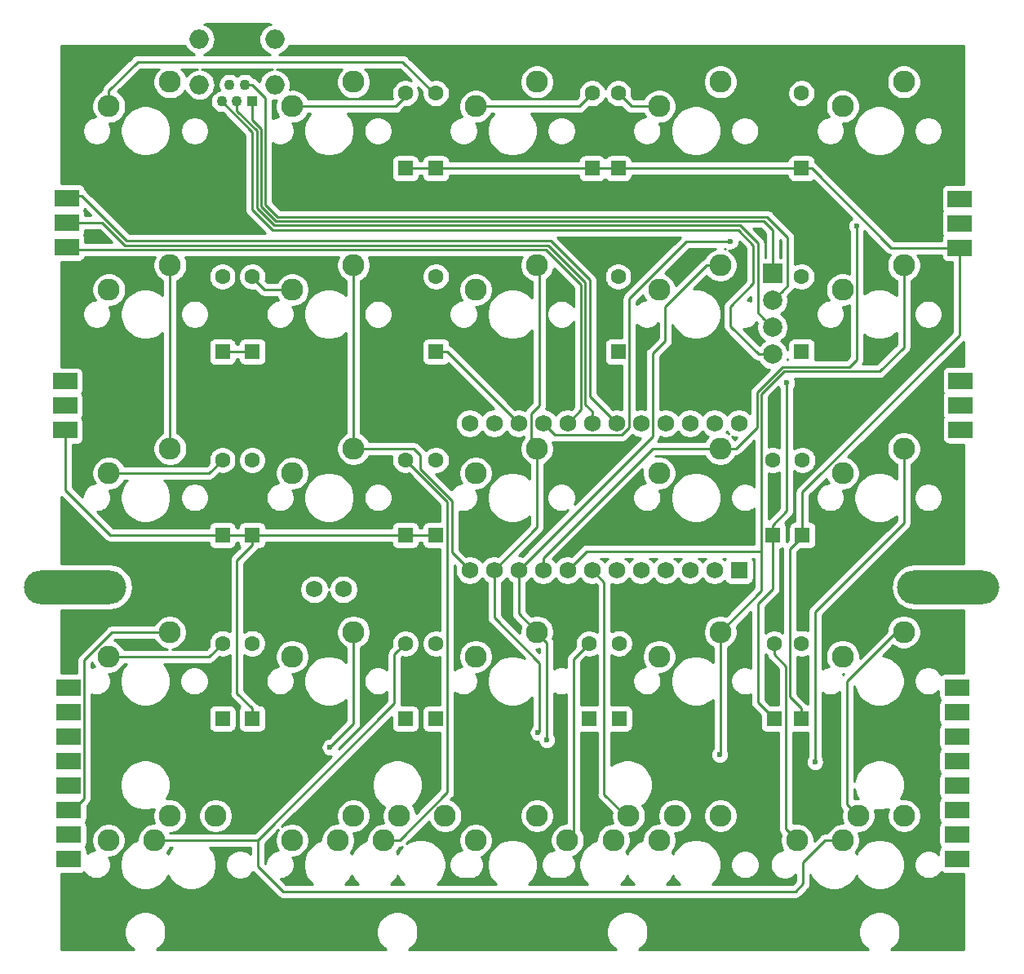
<source format=gbl>
G04 #@! TF.GenerationSoftware,KiCad,Pcbnew,(5.1.4-0-10_14)*
G04 #@! TF.CreationDate,2019-12-10T22:45:50+01:00*
G04 #@! TF.ProjectId,tripel,74726970-656c-42e6-9b69-6361645f7063,rev?*
G04 #@! TF.SameCoordinates,Original*
G04 #@! TF.FileFunction,Copper,L2,Bot*
G04 #@! TF.FilePolarity,Positive*
%FSLAX46Y46*%
G04 Gerber Fmt 4.6, Leading zero omitted, Abs format (unit mm)*
G04 Created by KiCad (PCBNEW (5.1.4-0-10_14)) date 2019-12-10 22:45:50*
%MOMM*%
%LPD*%
G04 APERTURE LIST*
%ADD10C,2.286000*%
%ADD11R,2.500000X1.752600*%
%ADD12O,10.600000X3.500000*%
%ADD13O,2.000000X2.000000*%
%ADD14C,1.100000*%
%ADD15R,1.100000X1.100000*%
%ADD16C,2.000000*%
%ADD17R,2.000000X2.000000*%
%ADD18R,1.600000X1.600000*%
%ADD19C,1.600000*%
%ADD20R,1.752600X1.752600*%
%ADD21C,1.752600*%
%ADD22C,0.600000*%
%ADD23C,0.250000*%
%ADD24C,0.254000*%
G04 APERTURE END LIST*
D10*
X193627500Y-45085000D03*
X199977500Y-42545000D03*
X136533750Y-45085000D03*
X142883750Y-42545000D03*
X136533750Y-64116250D03*
X142883750Y-61576250D03*
X117502500Y-64116250D03*
X123852500Y-61576250D03*
X117465000Y-121247500D03*
X123815000Y-118707500D03*
D11*
X112940625Y-78702500D03*
X112940625Y-73622500D03*
X112940625Y-76162500D03*
X205857000Y-73559000D03*
X205857000Y-78639000D03*
X205857000Y-76099000D03*
X113157000Y-59690000D03*
X113157000Y-54610000D03*
X113157000Y-57150000D03*
X205781250Y-59746000D03*
X205781250Y-54666000D03*
X205781250Y-57206000D03*
D12*
X204618750Y-94968750D03*
D10*
X141277500Y-121247500D03*
X147627500Y-118707500D03*
X188902500Y-121247500D03*
X195252500Y-118707500D03*
X122227500Y-121247500D03*
X128577500Y-118707500D03*
X169852500Y-121247500D03*
X176202500Y-118707500D03*
X174615000Y-121247500D03*
X180965000Y-118707500D03*
X174596250Y-45085000D03*
X180946250Y-42545000D03*
X155565000Y-45085000D03*
X161915000Y-42545000D03*
X117502500Y-45085000D03*
X123852500Y-42545000D03*
X193627500Y-64116250D03*
X199977500Y-61576250D03*
X174596250Y-64116250D03*
X180946250Y-61576250D03*
X155565000Y-64116250D03*
X161915000Y-61576250D03*
X193627500Y-83147500D03*
X199977500Y-80607500D03*
X174596250Y-83147500D03*
X180946250Y-80607500D03*
X117502500Y-83147500D03*
X123852500Y-80607500D03*
X136533750Y-83147500D03*
X142883750Y-80607500D03*
X155565000Y-83147500D03*
X161915000Y-80607500D03*
X136533750Y-102178750D03*
X142883750Y-99638750D03*
X117465000Y-102197500D03*
X123815000Y-99657500D03*
X174596250Y-102178750D03*
X180946250Y-99638750D03*
X155565000Y-102178750D03*
X161915000Y-99638750D03*
X193627500Y-102178750D03*
X199977500Y-99638750D03*
X146040000Y-121247500D03*
X152390000Y-118707500D03*
X165090000Y-121247500D03*
X171440000Y-118707500D03*
D11*
X113343750Y-123190000D03*
X113343750Y-120650000D03*
X113343750Y-118110000D03*
X113343750Y-115570000D03*
X113343750Y-113030000D03*
X113343750Y-110490000D03*
X113343750Y-107950000D03*
X113343750Y-105410000D03*
X205500000Y-123190000D03*
X205500000Y-120650000D03*
X205500000Y-118110000D03*
X205500000Y-115570000D03*
X205500000Y-113030000D03*
X205500000Y-110490000D03*
X205500000Y-107950000D03*
X205500000Y-105410000D03*
D13*
X126897500Y-42827000D03*
X126897500Y-38127000D03*
X134697500Y-38127000D03*
X134697500Y-42827000D03*
D14*
X129197500Y-44577000D03*
X129997500Y-42827000D03*
X130797500Y-44577000D03*
X131597500Y-42827000D03*
D15*
X132397500Y-44577000D03*
D12*
X114036000Y-94968750D03*
D16*
X186362500Y-70831500D03*
X186362500Y-65231500D03*
X186362500Y-68031500D03*
D17*
X186362500Y-62431500D03*
D18*
X186521250Y-108637500D03*
D19*
X186521250Y-100837500D03*
D18*
X151437500Y-51525000D03*
D19*
X151437500Y-43725000D03*
D18*
X129281250Y-70556250D03*
D19*
X129281250Y-62756250D03*
X189375000Y-43725000D03*
D18*
X189375000Y-51525000D03*
D19*
X186375000Y-81787500D03*
D18*
X186375000Y-89587500D03*
X132375000Y-108618750D03*
D19*
X132375000Y-100818750D03*
D18*
X129281250Y-89587500D03*
D19*
X129281250Y-81787500D03*
D18*
X148262500Y-51525000D03*
D19*
X148262500Y-43725000D03*
D18*
X189375000Y-70556250D03*
D19*
X189375000Y-62756250D03*
X170437500Y-100818750D03*
D18*
X170437500Y-108618750D03*
D19*
X129281250Y-100818750D03*
D18*
X129281250Y-108618750D03*
D19*
X132387500Y-62737500D03*
D18*
X132387500Y-70537500D03*
D19*
X132375000Y-81787500D03*
D18*
X132375000Y-89587500D03*
D19*
X189468750Y-81787500D03*
D18*
X189468750Y-89587500D03*
D19*
X167312500Y-100837500D03*
D18*
X167312500Y-108637500D03*
D19*
X148262500Y-100837500D03*
D18*
X148262500Y-108637500D03*
D19*
X167640000Y-43725000D03*
D18*
X167640000Y-51525000D03*
X151437500Y-70537500D03*
D19*
X151437500Y-62737500D03*
D18*
X189375000Y-108618750D03*
D19*
X189375000Y-100818750D03*
D18*
X148262500Y-89587500D03*
D19*
X148262500Y-81787500D03*
D18*
X151437500Y-89587500D03*
D19*
X151437500Y-81787500D03*
D18*
X170343750Y-51525000D03*
D19*
X170343750Y-43725000D03*
D18*
X170343750Y-70556250D03*
D19*
X170343750Y-62756250D03*
X151437500Y-100837500D03*
D18*
X151437500Y-108637500D03*
D20*
X182883500Y-93213750D03*
D21*
X180343500Y-93213750D03*
X177803500Y-93213750D03*
X175263500Y-93213750D03*
X172723500Y-93213750D03*
X170183500Y-93213750D03*
X167643500Y-93213750D03*
X165103500Y-93213750D03*
X162563500Y-93213750D03*
X160023500Y-93213750D03*
X157483500Y-93213750D03*
X154943500Y-93213750D03*
X154943500Y-77973750D03*
X157483500Y-77973750D03*
X160023500Y-77973750D03*
X162563500Y-77973750D03*
X165103500Y-77973750D03*
X167643500Y-77973750D03*
X170183500Y-77973750D03*
X172723500Y-77973750D03*
X175263500Y-77973750D03*
X177803500Y-77973750D03*
X180343500Y-77973750D03*
X182883500Y-77973750D03*
D10*
X200015000Y-118707500D03*
X193665000Y-121247500D03*
X136515000Y-121247500D03*
X142865000Y-118707500D03*
D21*
X141825000Y-95212500D03*
X138825000Y-95212500D03*
D10*
X161915000Y-118707500D03*
X155565000Y-121247500D03*
D22*
X180885625Y-112357500D03*
X190775750Y-113119500D03*
X162946875Y-110833500D03*
X140436129Y-111595500D03*
X195095501Y-57511126D03*
X162041990Y-110071500D03*
X187833000Y-73781268D03*
X181996875Y-59096875D03*
D23*
X194109501Y-117564501D02*
X195252500Y-118707500D01*
X194109501Y-104707083D02*
X194109501Y-117564501D01*
X199177834Y-99638750D02*
X194109501Y-104707083D01*
X199977500Y-99638750D02*
X199177834Y-99638750D01*
X113717450Y-118110000D02*
X113343750Y-118110000D01*
X114918751Y-102571107D02*
X114918751Y-116908699D01*
X117832358Y-99657500D02*
X114918751Y-102571107D01*
X114918751Y-116908699D02*
X113717450Y-118110000D01*
X123815000Y-99657500D02*
X117832358Y-99657500D01*
X180946250Y-112296875D02*
X180885625Y-112357500D01*
X180946250Y-99638750D02*
X180946250Y-112296875D01*
X167073500Y-91243750D02*
X185166000Y-91243750D01*
X165103500Y-93213750D02*
X167073500Y-91243750D01*
X199977500Y-63192696D02*
X199977500Y-61576250D01*
X199977500Y-70088125D02*
X199977500Y-63192696D01*
X197475000Y-72590625D02*
X199977500Y-70088125D01*
X187553125Y-72590625D02*
X197475000Y-72590625D01*
X185225011Y-74918739D02*
X187553125Y-72590625D01*
X185225011Y-95359989D02*
X185225011Y-74918739D01*
X180946250Y-99638750D02*
X185225011Y-95359989D01*
X205214998Y-121294000D02*
X205500000Y-121294000D01*
X168900000Y-116485000D02*
X171085000Y-118670000D01*
X168900000Y-94470250D02*
X168900000Y-116485000D01*
X167643500Y-93213750D02*
X168900000Y-94470250D01*
X190775750Y-97546125D02*
X190775750Y-113119500D01*
X199977500Y-88344375D02*
X190775750Y-97546125D01*
X199977500Y-80607500D02*
X199977500Y-88344375D01*
X160023500Y-97747250D02*
X161915000Y-99638750D01*
X160023500Y-93213750D02*
X160023500Y-97747250D01*
X162946875Y-100768750D02*
X162946875Y-110833500D01*
X161915000Y-99736875D02*
X162946875Y-100768750D01*
X161915000Y-99638750D02*
X161915000Y-99736875D01*
X175250000Y-65843750D02*
X179517500Y-61576250D01*
X175250000Y-69415625D02*
X175250000Y-65843750D01*
X173924801Y-70740824D02*
X175250000Y-69415625D01*
X179517500Y-61576250D02*
X180946250Y-61576250D01*
X173924801Y-79312449D02*
X173924801Y-70740824D01*
X160023500Y-93213750D02*
X173924801Y-79312449D01*
X162563500Y-93213750D02*
X162656250Y-93121000D01*
X113467750Y-115694000D02*
X113343750Y-115570000D01*
X162563500Y-91974475D02*
X162563500Y-93213750D01*
X173930475Y-80607500D02*
X162563500Y-91974475D01*
X180946250Y-80607500D02*
X173930475Y-80607500D01*
X142883750Y-99638750D02*
X142883750Y-109147879D01*
X142883750Y-109147879D02*
X140736128Y-111295501D01*
X140736128Y-111295501D02*
X140436129Y-111595500D01*
X195095501Y-57935390D02*
X195095501Y-57511126D01*
X195095501Y-71398249D02*
X195095501Y-57935390D01*
X187366725Y-72140614D02*
X194353136Y-72140614D01*
X184775000Y-74732339D02*
X187366725Y-72140614D01*
X194353136Y-72140614D02*
X195095501Y-71398249D01*
X182562696Y-80607500D02*
X184775000Y-78395196D01*
X184775000Y-78395196D02*
X184775000Y-74732339D01*
X180946250Y-80607500D02*
X182562696Y-80607500D01*
X157033001Y-92763251D02*
X157483500Y-93213750D01*
X161915000Y-88782250D02*
X157483500Y-93213750D01*
X161915000Y-80607500D02*
X161915000Y-88782250D01*
X162153125Y-102840374D02*
X162153125Y-109960365D01*
X162153125Y-109960365D02*
X162041990Y-110071500D01*
X157483500Y-98170749D02*
X162153125Y-102840374D01*
X157483500Y-93213750D02*
X157483500Y-98170749D01*
X162153125Y-61814375D02*
X161915000Y-61576250D01*
X162153125Y-76162500D02*
X162153125Y-61814375D01*
X161362199Y-80054699D02*
X161362199Y-76953426D01*
X161362199Y-76953426D02*
X162153125Y-76162500D01*
X161915000Y-80607500D02*
X161362199Y-80054699D01*
X154067201Y-92337451D02*
X154943500Y-93213750D01*
X153119099Y-91389349D02*
X154067201Y-92337451D01*
X149135625Y-80607500D02*
X149850000Y-81321875D01*
X149850000Y-81321875D02*
X149850000Y-82738590D01*
X153119099Y-86007689D02*
X153119099Y-91389349D01*
X149850000Y-82738590D02*
X153119099Y-86007689D01*
X142883750Y-80607500D02*
X149135625Y-80607500D01*
X142883750Y-61576250D02*
X142883750Y-80607500D01*
X123852500Y-61576250D02*
X123852500Y-80607500D01*
X166497000Y-76580250D02*
X165103500Y-77973750D01*
X118983200Y-59955022D02*
X162836218Y-59955022D01*
X162836218Y-59955022D02*
X166497000Y-63615804D01*
X118972178Y-59944000D02*
X118983200Y-59955022D01*
X166497000Y-63615804D02*
X166497000Y-76580250D01*
X113157000Y-59944000D02*
X118972178Y-59944000D01*
X167397022Y-75187272D02*
X170183500Y-77973750D01*
X163323411Y-59055000D02*
X167397022Y-63128611D01*
X167397022Y-63128611D02*
X167397022Y-75187272D01*
X114657000Y-54356000D02*
X119356000Y-59055000D01*
X119356000Y-59055000D02*
X163323411Y-59055000D01*
X113157000Y-54356000D02*
X114657000Y-54356000D01*
X167643500Y-76734475D02*
X167643500Y-77973750D01*
X166947011Y-76037986D02*
X167643500Y-76734475D01*
X166947011Y-63315011D02*
X166947011Y-76037986D01*
X119169600Y-59505011D02*
X163137011Y-59505011D01*
X113157000Y-57150000D02*
X116814589Y-57150000D01*
X163137011Y-59505011D02*
X166947011Y-63315011D01*
X116814589Y-57150000D02*
X119169600Y-59505011D01*
X133287522Y-47394200D02*
X133287522Y-55473933D01*
X186362500Y-57906250D02*
X186362500Y-61181500D01*
X186362500Y-61181500D02*
X186362500Y-62431500D01*
X133287522Y-55473933D02*
X134819817Y-57006228D01*
X132397500Y-46504178D02*
X133287522Y-47394200D01*
X132397500Y-44577000D02*
X132397500Y-46504178D01*
X185462478Y-57006228D02*
X186362500Y-57906250D01*
X134819817Y-57006228D02*
X185462478Y-57006228D01*
X187362499Y-64231501D02*
X186362500Y-65231500D01*
X187950000Y-63644000D02*
X187362499Y-64231501D01*
X133737533Y-55287533D02*
X135006217Y-56556217D01*
X187950000Y-58700000D02*
X187950000Y-63644000D01*
X131597500Y-42827000D02*
X132375317Y-42827000D01*
X135006217Y-56556217D02*
X185806217Y-56556217D01*
X185806217Y-56556217D02*
X187950000Y-58700000D01*
X132375317Y-42827000D02*
X133737533Y-44189216D01*
X133737533Y-44189216D02*
X133737533Y-55287533D01*
X132837511Y-47580600D02*
X132837511Y-55660333D01*
X182977025Y-57456239D02*
X184828136Y-59307350D01*
X130797500Y-44577000D02*
X130797500Y-45540589D01*
X132837511Y-55660333D02*
X134633417Y-57456239D01*
X184828136Y-66497136D02*
X185362501Y-67031501D01*
X130797500Y-45540589D02*
X132837511Y-47580600D01*
X134633417Y-57456239D02*
X182977025Y-57456239D01*
X185362501Y-67031501D02*
X186362500Y-68031500D01*
X184828136Y-59307350D02*
X184828136Y-66497136D01*
X184948287Y-70831500D02*
X186362500Y-70831500D01*
X181996875Y-67880088D02*
X184948287Y-70831500D01*
X184378125Y-63462500D02*
X181996875Y-65843750D01*
X184378125Y-59493750D02*
X184378125Y-63462500D01*
X134447017Y-57906250D02*
X182790625Y-57906250D01*
X132387500Y-55846733D02*
X134447017Y-57906250D01*
X129197500Y-44577000D02*
X132387500Y-47767000D01*
X182790625Y-57906250D02*
X184378125Y-59493750D01*
X181996875Y-65843750D02*
X181996875Y-67880088D01*
X132387500Y-47767000D02*
X132387500Y-55846733D01*
X166280000Y-45085000D02*
X155565000Y-45085000D01*
X166280000Y-45085000D02*
X167640000Y-43725000D01*
X170343750Y-51525000D02*
X189375000Y-51525000D01*
X167640000Y-51525000D02*
X170343750Y-51525000D01*
X151257000Y-51525000D02*
X167640000Y-51525000D01*
X151257000Y-51525000D02*
X148590000Y-51525000D01*
X188188125Y-91005625D02*
X188188125Y-106381875D01*
X188188125Y-106381875D02*
X189375000Y-107568750D01*
X189468750Y-89725000D02*
X188188125Y-91005625D01*
X189375000Y-107568750D02*
X189375000Y-108618750D01*
X189468750Y-89587500D02*
X189468750Y-89725000D01*
X198646000Y-59746000D02*
X204281250Y-59746000D01*
X204281250Y-59746000D02*
X205781250Y-59746000D01*
X190425000Y-51525000D02*
X198646000Y-59746000D01*
X189375000Y-51525000D02*
X190425000Y-51525000D01*
X205781250Y-60872300D02*
X205781250Y-59746000D01*
X205781250Y-68821108D02*
X205781250Y-60872300D01*
X189468750Y-85133608D02*
X205781250Y-68821108D01*
X189468750Y-89587500D02*
X189468750Y-85133608D01*
X147230000Y-45085000D02*
X136533750Y-45085000D01*
X147230000Y-45085000D02*
X148590000Y-43725000D01*
X171703750Y-45085000D02*
X170343750Y-43725000D01*
X174596250Y-45085000D02*
X171703750Y-45085000D01*
X147975750Y-40443750D02*
X151257000Y-43725000D01*
X117502500Y-43422500D02*
X120481250Y-40443750D01*
X120481250Y-40443750D02*
X147975750Y-40443750D01*
X117502500Y-45085000D02*
X117502500Y-43422500D01*
X170604375Y-108785625D02*
X170437500Y-108618750D01*
X129281250Y-70556250D02*
X132281250Y-70556250D01*
X184854375Y-106975875D02*
X186521250Y-108642750D01*
X184854375Y-96720625D02*
X184854375Y-106975875D01*
X186521250Y-108642750D02*
X186521250Y-108785625D01*
X186426000Y-95149000D02*
X184854375Y-96720625D01*
X186426000Y-89638500D02*
X186426000Y-95149000D01*
X186375000Y-89587500D02*
X186426000Y-89638500D01*
X152606000Y-70556250D02*
X151437500Y-70537500D01*
X160023500Y-77973750D02*
X152606000Y-70556250D01*
X186375000Y-89587500D02*
X186375000Y-88537500D01*
X187833000Y-87079500D02*
X187833000Y-74205532D01*
X186375000Y-88537500D02*
X187833000Y-87079500D01*
X187833000Y-74205532D02*
X187833000Y-73781268D01*
X133641250Y-64116250D02*
X132281250Y-62756250D01*
X136533750Y-64116250D02*
X133641250Y-64116250D01*
X132375000Y-89587500D02*
X129281250Y-89587500D01*
X205781250Y-54412000D02*
X205781250Y-54666000D01*
X117634375Y-89587500D02*
X129281250Y-89587500D01*
X112940625Y-84893750D02*
X117634375Y-89587500D01*
X112940625Y-78702500D02*
X112940625Y-84893750D01*
X132375000Y-89587500D02*
X151437500Y-89587500D01*
X130800000Y-105993750D02*
X132375000Y-107568750D01*
X130800000Y-92212500D02*
X130800000Y-105993750D01*
X132375000Y-90637500D02*
X130800000Y-92212500D01*
X132375000Y-107568750D02*
X132375000Y-108618750D01*
X132375000Y-89587500D02*
X132375000Y-90637500D01*
X170760125Y-79175051D02*
X171522199Y-78412977D01*
X171522199Y-78412977D02*
X171522199Y-65017659D01*
X163764801Y-79175051D02*
X170760125Y-79175051D01*
X171522199Y-65017659D02*
X177442983Y-59096875D01*
X162563500Y-77973750D02*
X163764801Y-79175051D01*
X177442983Y-59096875D02*
X180639517Y-59096875D01*
X180639517Y-59096875D02*
X181996875Y-59096875D01*
X127921250Y-83147500D02*
X129281250Y-81787500D01*
X117502500Y-83147500D02*
X127921250Y-83147500D01*
X117502500Y-102178750D02*
X127921250Y-102178750D01*
X127921250Y-102178750D02*
X129281250Y-100818750D01*
X122227500Y-121247500D02*
X132943125Y-121247500D01*
X132943125Y-123946250D02*
X132943125Y-121247500D01*
X135562500Y-126565625D02*
X132943125Y-123946250D01*
X188743750Y-126565625D02*
X135562500Y-126565625D01*
X191820526Y-121247500D02*
X189537500Y-123530526D01*
X189537500Y-125771875D02*
X188743750Y-126565625D01*
X189537500Y-123530526D02*
X189537500Y-125771875D01*
X193665000Y-121247500D02*
X191820526Y-121247500D01*
X147462501Y-101637499D02*
X148262500Y-100837500D01*
X147137499Y-107053126D02*
X147137499Y-101962501D01*
X147137499Y-101962501D02*
X147462501Y-101637499D01*
X132943125Y-121247500D02*
X147137499Y-107053126D01*
X187738115Y-103185735D02*
X187738115Y-120083115D01*
X186521250Y-101968870D02*
X187738115Y-103185735D01*
X187738115Y-120083115D02*
X188902500Y-121247500D01*
X186521250Y-100837500D02*
X186521250Y-101968870D01*
X165725000Y-120612500D02*
X165090000Y-121247500D01*
X165725000Y-102425000D02*
X165725000Y-120612500D01*
X167312500Y-100837500D02*
X165725000Y-102425000D01*
X147656446Y-121247500D02*
X146040000Y-121247500D01*
X152628125Y-86153125D02*
X152628125Y-116275821D01*
X152628125Y-116275821D02*
X147656446Y-121247500D01*
X148262500Y-81787500D02*
X152628125Y-86153125D01*
D24*
G36*
X206196250Y-72044628D02*
G01*
X204607000Y-72044628D01*
X204482518Y-72056888D01*
X204362820Y-72093198D01*
X204252506Y-72152163D01*
X204155815Y-72231515D01*
X204076463Y-72328206D01*
X204017498Y-72438520D01*
X203981188Y-72558218D01*
X203968928Y-72682700D01*
X203968928Y-74435300D01*
X203981188Y-74559782D01*
X204017498Y-74679480D01*
X204076463Y-74789794D01*
X204108638Y-74829000D01*
X204076463Y-74868206D01*
X204017498Y-74978520D01*
X203981188Y-75098218D01*
X203968928Y-75222700D01*
X203968928Y-76975300D01*
X203981188Y-77099782D01*
X204017498Y-77219480D01*
X204076463Y-77329794D01*
X204108638Y-77369000D01*
X204076463Y-77408206D01*
X204017498Y-77518520D01*
X203981188Y-77638218D01*
X203968928Y-77762700D01*
X203968928Y-79515300D01*
X203981188Y-79639782D01*
X204017498Y-79759480D01*
X204076463Y-79869794D01*
X204155815Y-79966485D01*
X204252506Y-80045837D01*
X204362820Y-80104802D01*
X204482518Y-80141112D01*
X204607000Y-80153372D01*
X206196250Y-80153372D01*
X206196251Y-92583750D01*
X200951593Y-92583750D01*
X200601208Y-92618260D01*
X200151634Y-92754637D01*
X199737304Y-92976101D01*
X199374141Y-93274141D01*
X199076101Y-93637304D01*
X198854637Y-94051634D01*
X198718260Y-94501208D01*
X198672211Y-94968750D01*
X198718260Y-95436292D01*
X198854637Y-95885866D01*
X199076101Y-96300196D01*
X199374141Y-96663359D01*
X199737304Y-96961399D01*
X200151634Y-97182863D01*
X200601208Y-97319240D01*
X200951593Y-97353750D01*
X206196251Y-97353750D01*
X206196251Y-103895628D01*
X204250000Y-103895628D01*
X204125518Y-103907888D01*
X204005820Y-103944198D01*
X203895506Y-104003163D01*
X203846187Y-104043638D01*
X203834288Y-104014912D01*
X203671674Y-103771544D01*
X203464706Y-103564576D01*
X203221338Y-103401962D01*
X202950921Y-103289952D01*
X202663848Y-103232850D01*
X202371152Y-103232850D01*
X202084079Y-103289952D01*
X201813662Y-103401962D01*
X201570294Y-103564576D01*
X201363326Y-103771544D01*
X201200712Y-104014912D01*
X201088702Y-104285329D01*
X201031600Y-104572402D01*
X201031600Y-104865098D01*
X201088702Y-105152171D01*
X201200712Y-105422588D01*
X201363326Y-105665956D01*
X201570294Y-105872924D01*
X201813662Y-106035538D01*
X202084079Y-106147548D01*
X202371152Y-106204650D01*
X202663848Y-106204650D01*
X202950921Y-106147548D01*
X203221338Y-106035538D01*
X203464706Y-105872924D01*
X203611928Y-105725702D01*
X203611928Y-106286300D01*
X203624188Y-106410782D01*
X203660498Y-106530480D01*
X203719463Y-106640794D01*
X203751638Y-106680000D01*
X203719463Y-106719206D01*
X203660498Y-106829520D01*
X203624188Y-106949218D01*
X203611928Y-107073700D01*
X203611928Y-108826300D01*
X203624188Y-108950782D01*
X203660498Y-109070480D01*
X203719463Y-109180794D01*
X203751638Y-109220000D01*
X203719463Y-109259206D01*
X203660498Y-109369520D01*
X203624188Y-109489218D01*
X203611928Y-109613700D01*
X203611928Y-111366300D01*
X203624188Y-111490782D01*
X203660498Y-111610480D01*
X203719463Y-111720794D01*
X203751638Y-111760000D01*
X203719463Y-111799206D01*
X203660498Y-111909520D01*
X203624188Y-112029218D01*
X203611928Y-112153700D01*
X203611928Y-113906300D01*
X203624188Y-114030782D01*
X203660498Y-114150480D01*
X203719463Y-114260794D01*
X203751638Y-114300000D01*
X203719463Y-114339206D01*
X203660498Y-114449520D01*
X203624188Y-114569218D01*
X203611928Y-114693700D01*
X203611928Y-116446300D01*
X203624188Y-116570782D01*
X203660498Y-116690480D01*
X203719463Y-116800794D01*
X203751638Y-116840000D01*
X203719463Y-116879206D01*
X203660498Y-116989520D01*
X203624188Y-117109218D01*
X203611928Y-117233700D01*
X203611928Y-118986300D01*
X203624188Y-119110782D01*
X203660498Y-119230480D01*
X203719463Y-119340794D01*
X203751638Y-119380000D01*
X203719463Y-119419206D01*
X203660498Y-119529520D01*
X203624188Y-119649218D01*
X203611928Y-119773700D01*
X203611928Y-121526300D01*
X203624188Y-121650782D01*
X203660498Y-121770480D01*
X203719463Y-121880794D01*
X203751638Y-121920000D01*
X203719463Y-121959206D01*
X203660498Y-122069520D01*
X203624188Y-122189218D01*
X203611928Y-122313700D01*
X203611928Y-122743048D01*
X203502206Y-122633326D01*
X203258838Y-122470712D01*
X202988421Y-122358702D01*
X202701348Y-122301600D01*
X202408652Y-122301600D01*
X202121579Y-122358702D01*
X201851162Y-122470712D01*
X201607794Y-122633326D01*
X201400826Y-122840294D01*
X201238212Y-123083662D01*
X201126202Y-123354079D01*
X201069100Y-123641152D01*
X201069100Y-123933848D01*
X201126202Y-124220921D01*
X201238212Y-124491338D01*
X201400826Y-124734706D01*
X201607794Y-124941674D01*
X201851162Y-125104288D01*
X202121579Y-125216298D01*
X202408652Y-125273400D01*
X202701348Y-125273400D01*
X202988421Y-125216298D01*
X203258838Y-125104288D01*
X203502206Y-124941674D01*
X203709174Y-124734706D01*
X203834661Y-124546903D01*
X203895506Y-124596837D01*
X204005820Y-124655802D01*
X204125518Y-124692112D01*
X204250000Y-124704372D01*
X206196251Y-124704372D01*
X206196251Y-132602500D01*
X198622308Y-132602500D01*
X198851282Y-132449504D01*
X199152004Y-132148782D01*
X199388281Y-131795170D01*
X199551030Y-131402257D01*
X199634000Y-130985143D01*
X199634000Y-130559857D01*
X199551030Y-130142743D01*
X199388281Y-129749830D01*
X199152004Y-129396218D01*
X198851282Y-129095496D01*
X198497670Y-128859219D01*
X198104757Y-128696470D01*
X197687643Y-128613500D01*
X197262357Y-128613500D01*
X196845243Y-128696470D01*
X196452330Y-128859219D01*
X196098718Y-129095496D01*
X195797996Y-129396218D01*
X195561719Y-129749830D01*
X195398970Y-130142743D01*
X195316000Y-130559857D01*
X195316000Y-130985143D01*
X195398970Y-131402257D01*
X195561719Y-131795170D01*
X195797996Y-132148782D01*
X196098718Y-132449504D01*
X196327692Y-132602500D01*
X172460308Y-132602500D01*
X172689282Y-132449504D01*
X172990004Y-132148782D01*
X173226281Y-131795170D01*
X173389030Y-131402257D01*
X173472000Y-130985143D01*
X173472000Y-130559857D01*
X173389030Y-130142743D01*
X173226281Y-129749830D01*
X172990004Y-129396218D01*
X172689282Y-129095496D01*
X172335670Y-128859219D01*
X171942757Y-128696470D01*
X171525643Y-128613500D01*
X171100357Y-128613500D01*
X170683243Y-128696470D01*
X170290330Y-128859219D01*
X169936718Y-129095496D01*
X169635996Y-129396218D01*
X169399719Y-129749830D01*
X169236970Y-130142743D01*
X169154000Y-130559857D01*
X169154000Y-130985143D01*
X169236970Y-131402257D01*
X169399719Y-131795170D01*
X169635996Y-132148782D01*
X169936718Y-132449504D01*
X170165692Y-132602500D01*
X148584308Y-132602500D01*
X148813282Y-132449504D01*
X149114004Y-132148782D01*
X149350281Y-131795170D01*
X149513030Y-131402257D01*
X149596000Y-130985143D01*
X149596000Y-130559857D01*
X149513030Y-130142743D01*
X149350281Y-129749830D01*
X149114004Y-129396218D01*
X148813282Y-129095496D01*
X148459670Y-128859219D01*
X148066757Y-128696470D01*
X147649643Y-128613500D01*
X147224357Y-128613500D01*
X146807243Y-128696470D01*
X146414330Y-128859219D01*
X146060718Y-129095496D01*
X145759996Y-129396218D01*
X145523719Y-129749830D01*
X145360970Y-130142743D01*
X145278000Y-130559857D01*
X145278000Y-130985143D01*
X145360970Y-131402257D01*
X145523719Y-131795170D01*
X145759996Y-132148782D01*
X146060718Y-132449504D01*
X146289692Y-132602500D01*
X122422308Y-132602500D01*
X122651282Y-132449504D01*
X122952004Y-132148782D01*
X123188281Y-131795170D01*
X123351030Y-131402257D01*
X123434000Y-130985143D01*
X123434000Y-130559857D01*
X123351030Y-130142743D01*
X123188281Y-129749830D01*
X122952004Y-129396218D01*
X122651282Y-129095496D01*
X122297670Y-128859219D01*
X121904757Y-128696470D01*
X121487643Y-128613500D01*
X121062357Y-128613500D01*
X120645243Y-128696470D01*
X120252330Y-128859219D01*
X119898718Y-129095496D01*
X119597996Y-129396218D01*
X119361719Y-129749830D01*
X119198970Y-130142743D01*
X119116000Y-130559857D01*
X119116000Y-130985143D01*
X119198970Y-131402257D01*
X119361719Y-131795170D01*
X119597996Y-132148782D01*
X119898718Y-132449504D01*
X120127692Y-132602500D01*
X112553750Y-132602500D01*
X112553750Y-124704372D01*
X114593750Y-124704372D01*
X114718232Y-124692112D01*
X114837930Y-124655802D01*
X114948244Y-124596837D01*
X114948541Y-124596593D01*
X115040826Y-124734706D01*
X115247794Y-124941674D01*
X115491162Y-125104288D01*
X115761579Y-125216298D01*
X116048652Y-125273400D01*
X116341348Y-125273400D01*
X116628421Y-125216298D01*
X116898838Y-125104288D01*
X117142206Y-124941674D01*
X117349174Y-124734706D01*
X117511788Y-124491338D01*
X117623798Y-124220921D01*
X117680900Y-123933848D01*
X117680900Y-123641152D01*
X117623798Y-123354079D01*
X117511788Y-123083662D01*
X117472925Y-123025500D01*
X117640118Y-123025500D01*
X117983623Y-122957172D01*
X118307199Y-122823143D01*
X118598409Y-122628563D01*
X118846063Y-122380909D01*
X119040643Y-122089699D01*
X119174672Y-121766123D01*
X119243000Y-121422618D01*
X119243000Y-121072382D01*
X119174672Y-120728877D01*
X119040643Y-120405301D01*
X118846063Y-120114091D01*
X118598409Y-119866437D01*
X118307199Y-119671857D01*
X117983623Y-119537828D01*
X117640118Y-119469500D01*
X117289882Y-119469500D01*
X116946377Y-119537828D01*
X116622801Y-119671857D01*
X116331591Y-119866437D01*
X116083937Y-120114091D01*
X115889357Y-120405301D01*
X115755328Y-120728877D01*
X115687000Y-121072382D01*
X115687000Y-121422618D01*
X115755328Y-121766123D01*
X115889357Y-122089699D01*
X116033022Y-122304709D01*
X115761579Y-122358702D01*
X115491162Y-122470712D01*
X115247794Y-122633326D01*
X115231822Y-122649298D01*
X115231822Y-122313700D01*
X115219562Y-122189218D01*
X115183252Y-122069520D01*
X115124287Y-121959206D01*
X115092112Y-121920000D01*
X115124287Y-121880794D01*
X115183252Y-121770480D01*
X115219562Y-121650782D01*
X115231822Y-121526300D01*
X115231822Y-119773700D01*
X115219562Y-119649218D01*
X115183252Y-119529520D01*
X115124287Y-119419206D01*
X115092112Y-119380000D01*
X115124287Y-119340794D01*
X115183252Y-119230480D01*
X115219562Y-119110782D01*
X115231822Y-118986300D01*
X115231822Y-117670430D01*
X115429754Y-117472498D01*
X115458752Y-117448700D01*
X115553725Y-117332975D01*
X115624297Y-117200946D01*
X115667754Y-117057685D01*
X115678751Y-116946032D01*
X115678751Y-116946023D01*
X115682427Y-116908700D01*
X115678751Y-116871377D01*
X115678751Y-107818750D01*
X127843178Y-107818750D01*
X127843178Y-109418750D01*
X127855438Y-109543232D01*
X127891748Y-109662930D01*
X127950713Y-109773244D01*
X128030065Y-109869935D01*
X128126756Y-109949287D01*
X128237070Y-110008252D01*
X128356768Y-110044562D01*
X128481250Y-110056822D01*
X130081250Y-110056822D01*
X130205732Y-110044562D01*
X130325430Y-110008252D01*
X130435744Y-109949287D01*
X130532435Y-109869935D01*
X130611787Y-109773244D01*
X130670752Y-109662930D01*
X130707062Y-109543232D01*
X130719322Y-109418750D01*
X130719322Y-107818750D01*
X130707062Y-107694268D01*
X130670752Y-107574570D01*
X130611787Y-107464256D01*
X130532435Y-107367565D01*
X130435744Y-107288213D01*
X130325430Y-107229248D01*
X130205732Y-107192938D01*
X130081250Y-107180678D01*
X128481250Y-107180678D01*
X128356768Y-107192938D01*
X128237070Y-107229248D01*
X128126756Y-107288213D01*
X128030065Y-107367565D01*
X127950713Y-107464256D01*
X127891748Y-107574570D01*
X127855438Y-107694268D01*
X127843178Y-107818750D01*
X115678751Y-107818750D01*
X115678751Y-106131990D01*
X115761579Y-106166298D01*
X116048652Y-106223400D01*
X116341348Y-106223400D01*
X116628421Y-106166298D01*
X116898838Y-106054288D01*
X117142206Y-105891674D01*
X117349174Y-105684706D01*
X117511788Y-105441338D01*
X117623798Y-105170921D01*
X117680900Y-104883848D01*
X117680900Y-104591152D01*
X117623798Y-104304079D01*
X117511788Y-104033662D01*
X117472925Y-103975500D01*
X117640118Y-103975500D01*
X117983623Y-103907172D01*
X118307199Y-103773143D01*
X118598409Y-103578563D01*
X118846063Y-103330909D01*
X119040643Y-103039699D01*
X119082457Y-102938750D01*
X119355924Y-102938750D01*
X119233000Y-103061674D01*
X118945299Y-103492249D01*
X118747127Y-103970678D01*
X118646100Y-104478576D01*
X118646100Y-104996424D01*
X118747127Y-105504322D01*
X118945299Y-105982751D01*
X119233000Y-106413326D01*
X119599174Y-106779500D01*
X120029749Y-107067201D01*
X120508178Y-107265373D01*
X121016076Y-107366400D01*
X121533924Y-107366400D01*
X122041822Y-107265373D01*
X122520251Y-107067201D01*
X122950826Y-106779500D01*
X123317000Y-106413326D01*
X123604701Y-105982751D01*
X123802873Y-105504322D01*
X123903900Y-104996424D01*
X123903900Y-104591152D01*
X124869100Y-104591152D01*
X124869100Y-104883848D01*
X124926202Y-105170921D01*
X125038212Y-105441338D01*
X125200826Y-105684706D01*
X125407794Y-105891674D01*
X125651162Y-106054288D01*
X125921579Y-106166298D01*
X126208652Y-106223400D01*
X126501348Y-106223400D01*
X126788421Y-106166298D01*
X127058838Y-106054288D01*
X127302206Y-105891674D01*
X127509174Y-105684706D01*
X127671788Y-105441338D01*
X127783798Y-105170921D01*
X127840900Y-104883848D01*
X127840900Y-104591152D01*
X127783798Y-104304079D01*
X127671788Y-104033662D01*
X127509174Y-103790294D01*
X127302206Y-103583326D01*
X127058838Y-103420712D01*
X126788421Y-103308702D01*
X126501348Y-103251600D01*
X126208652Y-103251600D01*
X125921579Y-103308702D01*
X125651162Y-103420712D01*
X125407794Y-103583326D01*
X125200826Y-103790294D01*
X125038212Y-104033662D01*
X124926202Y-104304079D01*
X124869100Y-104591152D01*
X123903900Y-104591152D01*
X123903900Y-104478576D01*
X123802873Y-103970678D01*
X123604701Y-103492249D01*
X123317000Y-103061674D01*
X123194076Y-102938750D01*
X127883928Y-102938750D01*
X127921250Y-102942426D01*
X127958572Y-102938750D01*
X127958583Y-102938750D01*
X128070236Y-102927753D01*
X128213497Y-102884296D01*
X128345526Y-102813724D01*
X128461251Y-102718751D01*
X128485053Y-102689748D01*
X128957364Y-102217438D01*
X129139915Y-102253750D01*
X129422585Y-102253750D01*
X129699824Y-102198603D01*
X129960977Y-102090430D01*
X130040001Y-102037628D01*
X130040001Y-105956418D01*
X130036324Y-105993750D01*
X130050998Y-106142735D01*
X130094454Y-106285996D01*
X130165026Y-106418026D01*
X130219333Y-106484198D01*
X130260000Y-106533751D01*
X130288998Y-106557549D01*
X131112636Y-107381187D01*
X131044463Y-107464256D01*
X130985498Y-107574570D01*
X130949188Y-107694268D01*
X130936928Y-107818750D01*
X130936928Y-109418750D01*
X130949188Y-109543232D01*
X130985498Y-109662930D01*
X131044463Y-109773244D01*
X131123815Y-109869935D01*
X131220506Y-109949287D01*
X131330820Y-110008252D01*
X131450518Y-110044562D01*
X131575000Y-110056822D01*
X133175000Y-110056822D01*
X133299482Y-110044562D01*
X133419180Y-110008252D01*
X133529494Y-109949287D01*
X133626185Y-109869935D01*
X133705537Y-109773244D01*
X133764502Y-109662930D01*
X133800812Y-109543232D01*
X133813072Y-109418750D01*
X133813072Y-107818750D01*
X133800812Y-107694268D01*
X133764502Y-107574570D01*
X133705537Y-107464256D01*
X133626185Y-107367565D01*
X133529494Y-107288213D01*
X133419180Y-107229248D01*
X133299482Y-107192938D01*
X133175000Y-107180678D01*
X133029326Y-107180678D01*
X133009974Y-107144474D01*
X132915001Y-107028749D01*
X132886004Y-107004952D01*
X131560000Y-105678949D01*
X131560000Y-104572402D01*
X133777850Y-104572402D01*
X133777850Y-104865098D01*
X133834952Y-105152171D01*
X133946962Y-105422588D01*
X134109576Y-105665956D01*
X134316544Y-105872924D01*
X134559912Y-106035538D01*
X134830329Y-106147548D01*
X135117402Y-106204650D01*
X135410098Y-106204650D01*
X135697171Y-106147548D01*
X135967588Y-106035538D01*
X136210956Y-105872924D01*
X136417924Y-105665956D01*
X136580538Y-105422588D01*
X136692548Y-105152171D01*
X136749650Y-104865098D01*
X136749650Y-104572402D01*
X136692548Y-104285329D01*
X136580538Y-104014912D01*
X136541675Y-103956750D01*
X136708868Y-103956750D01*
X137052373Y-103888422D01*
X137375949Y-103754393D01*
X137667159Y-103559813D01*
X137914813Y-103312159D01*
X138109393Y-103020949D01*
X138243422Y-102697373D01*
X138311750Y-102353868D01*
X138311750Y-102003632D01*
X138243422Y-101660127D01*
X138109393Y-101336551D01*
X137914813Y-101045341D01*
X137667159Y-100797687D01*
X137375949Y-100603107D01*
X137052373Y-100469078D01*
X136708868Y-100400750D01*
X136358632Y-100400750D01*
X136015127Y-100469078D01*
X135691551Y-100603107D01*
X135400341Y-100797687D01*
X135152687Y-101045341D01*
X134958107Y-101336551D01*
X134824078Y-101660127D01*
X134755750Y-102003632D01*
X134755750Y-102353868D01*
X134824078Y-102697373D01*
X134958107Y-103020949D01*
X135101772Y-103235959D01*
X134830329Y-103289952D01*
X134559912Y-103401962D01*
X134316544Y-103564576D01*
X134109576Y-103771544D01*
X133946962Y-104014912D01*
X133834952Y-104285329D01*
X133777850Y-104572402D01*
X131560000Y-104572402D01*
X131560000Y-102000044D01*
X131695273Y-102090430D01*
X131956426Y-102198603D01*
X132233665Y-102253750D01*
X132516335Y-102253750D01*
X132793574Y-102198603D01*
X133054727Y-102090430D01*
X133289759Y-101933387D01*
X133489637Y-101733509D01*
X133646680Y-101498477D01*
X133754853Y-101237324D01*
X133810000Y-100960085D01*
X133810000Y-100677415D01*
X133754853Y-100400176D01*
X133646680Y-100139023D01*
X133489637Y-99903991D01*
X133289759Y-99704113D01*
X133054727Y-99547070D01*
X132793574Y-99438897D01*
X132516335Y-99383750D01*
X132233665Y-99383750D01*
X131956426Y-99438897D01*
X131695273Y-99547070D01*
X131560000Y-99637456D01*
X131560000Y-95063650D01*
X137313700Y-95063650D01*
X137313700Y-95361350D01*
X137371778Y-95653330D01*
X137485703Y-95928369D01*
X137651096Y-96175898D01*
X137861602Y-96386404D01*
X138109131Y-96551797D01*
X138384170Y-96665722D01*
X138676150Y-96723800D01*
X138973850Y-96723800D01*
X139265830Y-96665722D01*
X139540869Y-96551797D01*
X139788398Y-96386404D01*
X139998904Y-96175898D01*
X140164297Y-95928369D01*
X140278222Y-95653330D01*
X140325000Y-95418159D01*
X140371778Y-95653330D01*
X140485703Y-95928369D01*
X140651096Y-96175898D01*
X140861602Y-96386404D01*
X141109131Y-96551797D01*
X141384170Y-96665722D01*
X141676150Y-96723800D01*
X141973850Y-96723800D01*
X142265830Y-96665722D01*
X142540869Y-96551797D01*
X142788398Y-96386404D01*
X142998904Y-96175898D01*
X143164297Y-95928369D01*
X143278222Y-95653330D01*
X143336300Y-95361350D01*
X143336300Y-95063650D01*
X143278222Y-94771670D01*
X143164297Y-94496631D01*
X142998904Y-94249102D01*
X142788398Y-94038596D01*
X142540869Y-93873203D01*
X142265830Y-93759278D01*
X141973850Y-93701200D01*
X141676150Y-93701200D01*
X141384170Y-93759278D01*
X141109131Y-93873203D01*
X140861602Y-94038596D01*
X140651096Y-94249102D01*
X140485703Y-94496631D01*
X140371778Y-94771670D01*
X140325000Y-95006841D01*
X140278222Y-94771670D01*
X140164297Y-94496631D01*
X139998904Y-94249102D01*
X139788398Y-94038596D01*
X139540869Y-93873203D01*
X139265830Y-93759278D01*
X138973850Y-93701200D01*
X138676150Y-93701200D01*
X138384170Y-93759278D01*
X138109131Y-93873203D01*
X137861602Y-94038596D01*
X137651096Y-94249102D01*
X137485703Y-94496631D01*
X137371778Y-94771670D01*
X137313700Y-95063650D01*
X131560000Y-95063650D01*
X131560000Y-92527301D01*
X132886003Y-91201299D01*
X132915001Y-91177501D01*
X133009974Y-91061776D01*
X133029326Y-91025572D01*
X133175000Y-91025572D01*
X133299482Y-91013312D01*
X133419180Y-90977002D01*
X133529494Y-90918037D01*
X133626185Y-90838685D01*
X133705537Y-90741994D01*
X133764502Y-90631680D01*
X133800812Y-90511982D01*
X133813072Y-90387500D01*
X133813072Y-90347500D01*
X146824428Y-90347500D01*
X146824428Y-90387500D01*
X146836688Y-90511982D01*
X146872998Y-90631680D01*
X146931963Y-90741994D01*
X147011315Y-90838685D01*
X147108006Y-90918037D01*
X147218320Y-90977002D01*
X147338018Y-91013312D01*
X147462500Y-91025572D01*
X149062500Y-91025572D01*
X149186982Y-91013312D01*
X149306680Y-90977002D01*
X149416994Y-90918037D01*
X149513685Y-90838685D01*
X149593037Y-90741994D01*
X149652002Y-90631680D01*
X149688312Y-90511982D01*
X149700572Y-90387500D01*
X149700572Y-90347500D01*
X149999428Y-90347500D01*
X149999428Y-90387500D01*
X150011688Y-90511982D01*
X150047998Y-90631680D01*
X150106963Y-90741994D01*
X150186315Y-90838685D01*
X150283006Y-90918037D01*
X150393320Y-90977002D01*
X150513018Y-91013312D01*
X150637500Y-91025572D01*
X151868125Y-91025572D01*
X151868125Y-99462639D01*
X151856074Y-99457647D01*
X151578835Y-99402500D01*
X151296165Y-99402500D01*
X151018926Y-99457647D01*
X150757773Y-99565820D01*
X150522741Y-99722863D01*
X150322863Y-99922741D01*
X150165820Y-100157773D01*
X150057647Y-100418926D01*
X150002500Y-100696165D01*
X150002500Y-100978835D01*
X150057647Y-101256074D01*
X150165820Y-101517227D01*
X150322863Y-101752259D01*
X150522741Y-101952137D01*
X150757773Y-102109180D01*
X151018926Y-102217353D01*
X151296165Y-102272500D01*
X151578835Y-102272500D01*
X151856074Y-102217353D01*
X151868126Y-102212361D01*
X151868126Y-107199428D01*
X150637500Y-107199428D01*
X150513018Y-107211688D01*
X150393320Y-107247998D01*
X150283006Y-107306963D01*
X150186315Y-107386315D01*
X150106963Y-107483006D01*
X150047998Y-107593320D01*
X150011688Y-107713018D01*
X149999428Y-107837500D01*
X149999428Y-109437500D01*
X150011688Y-109561982D01*
X150047998Y-109681680D01*
X150106963Y-109791994D01*
X150186315Y-109888685D01*
X150283006Y-109968037D01*
X150393320Y-110027002D01*
X150513018Y-110063312D01*
X150637500Y-110075572D01*
X151868126Y-110075572D01*
X151868126Y-115961018D01*
X149387459Y-118441685D01*
X149337172Y-118188877D01*
X149203143Y-117865301D01*
X149040934Y-117622537D01*
X149112826Y-117574500D01*
X149479000Y-117208326D01*
X149766701Y-116777751D01*
X149964873Y-116299322D01*
X150065900Y-115791424D01*
X150065900Y-115273576D01*
X149964873Y-114765678D01*
X149766701Y-114287249D01*
X149479000Y-113856674D01*
X149112826Y-113490500D01*
X148682251Y-113202799D01*
X148203822Y-113004627D01*
X147695924Y-112903600D01*
X147178076Y-112903600D01*
X146670178Y-113004627D01*
X146191749Y-113202799D01*
X145761174Y-113490500D01*
X145395000Y-113856674D01*
X145107299Y-114287249D01*
X144909127Y-114765678D01*
X144808100Y-115273576D01*
X144808100Y-115791424D01*
X144909127Y-116299322D01*
X145107299Y-116777751D01*
X145395000Y-117208326D01*
X145761174Y-117574500D01*
X146096468Y-117798536D01*
X146051857Y-117865301D01*
X145917828Y-118188877D01*
X145849500Y-118532382D01*
X145849500Y-118882618D01*
X145917828Y-119226123D01*
X146018638Y-119469500D01*
X145864882Y-119469500D01*
X145521377Y-119537828D01*
X145197801Y-119671857D01*
X144906591Y-119866437D01*
X144658937Y-120114091D01*
X144464357Y-120405301D01*
X144330328Y-120728877D01*
X144262000Y-121072382D01*
X144262000Y-121283932D01*
X143842249Y-121457799D01*
X143411674Y-121745500D01*
X143045500Y-122111674D01*
X142757799Y-122542249D01*
X142706250Y-122666699D01*
X142654701Y-122542249D01*
X142591624Y-122447848D01*
X142658563Y-122380909D01*
X142853143Y-122089699D01*
X142987172Y-121766123D01*
X143055500Y-121422618D01*
X143055500Y-121072382D01*
X142987172Y-120728877D01*
X142886362Y-120485500D01*
X143040118Y-120485500D01*
X143383623Y-120417172D01*
X143707199Y-120283143D01*
X143998409Y-120088563D01*
X144246063Y-119840909D01*
X144440643Y-119549699D01*
X144574672Y-119226123D01*
X144643000Y-118882618D01*
X144643000Y-118532382D01*
X144574672Y-118188877D01*
X144440643Y-117865301D01*
X144246063Y-117574091D01*
X143998409Y-117326437D01*
X143707199Y-117131857D01*
X143383623Y-116997828D01*
X143040118Y-116929500D01*
X142689882Y-116929500D01*
X142346377Y-116997828D01*
X142022801Y-117131857D01*
X141731591Y-117326437D01*
X141483937Y-117574091D01*
X141289357Y-117865301D01*
X141155328Y-118188877D01*
X141087000Y-118532382D01*
X141087000Y-118882618D01*
X141155328Y-119226123D01*
X141256138Y-119469500D01*
X141102382Y-119469500D01*
X140758877Y-119537828D01*
X140435301Y-119671857D01*
X140144091Y-119866437D01*
X139896437Y-120114091D01*
X139701857Y-120405301D01*
X139567828Y-120728877D01*
X139499500Y-121072382D01*
X139499500Y-121283932D01*
X139079749Y-121457799D01*
X138649174Y-121745500D01*
X138283000Y-122111674D01*
X137995299Y-122542249D01*
X137797127Y-123020678D01*
X137696100Y-123528576D01*
X137696100Y-124046424D01*
X137797127Y-124554322D01*
X137995299Y-125032751D01*
X138283000Y-125463326D01*
X138625299Y-125805625D01*
X135877302Y-125805625D01*
X135345077Y-125273400D01*
X135391348Y-125273400D01*
X135678421Y-125216298D01*
X135948838Y-125104288D01*
X136192206Y-124941674D01*
X136399174Y-124734706D01*
X136561788Y-124491338D01*
X136673798Y-124220921D01*
X136730900Y-123933848D01*
X136730900Y-123641152D01*
X136673798Y-123354079D01*
X136561788Y-123083662D01*
X136522925Y-123025500D01*
X136690118Y-123025500D01*
X137033623Y-122957172D01*
X137357199Y-122823143D01*
X137648409Y-122628563D01*
X137896063Y-122380909D01*
X138090643Y-122089699D01*
X138224672Y-121766123D01*
X138293000Y-121422618D01*
X138293000Y-121072382D01*
X138224672Y-120728877D01*
X138090643Y-120405301D01*
X137896063Y-120114091D01*
X137648409Y-119866437D01*
X137357199Y-119671857D01*
X137033623Y-119537828D01*
X136690118Y-119469500D01*
X136339882Y-119469500D01*
X135996377Y-119537828D01*
X135672801Y-119671857D01*
X135434023Y-119831403D01*
X146824428Y-108440999D01*
X146824428Y-109437500D01*
X146836688Y-109561982D01*
X146872998Y-109681680D01*
X146931963Y-109791994D01*
X147011315Y-109888685D01*
X147108006Y-109968037D01*
X147218320Y-110027002D01*
X147338018Y-110063312D01*
X147462500Y-110075572D01*
X149062500Y-110075572D01*
X149186982Y-110063312D01*
X149306680Y-110027002D01*
X149416994Y-109968037D01*
X149513685Y-109888685D01*
X149593037Y-109791994D01*
X149652002Y-109681680D01*
X149688312Y-109561982D01*
X149700572Y-109437500D01*
X149700572Y-107837500D01*
X149688312Y-107713018D01*
X149652002Y-107593320D01*
X149593037Y-107483006D01*
X149513685Y-107386315D01*
X149416994Y-107306963D01*
X149306680Y-107247998D01*
X149186982Y-107211688D01*
X149062500Y-107199428D01*
X147886766Y-107199428D01*
X147897499Y-107090459D01*
X147897499Y-107090450D01*
X147901175Y-107053127D01*
X147897499Y-107015804D01*
X147897499Y-102277302D01*
X147938613Y-102236188D01*
X148121165Y-102272500D01*
X148403835Y-102272500D01*
X148681074Y-102217353D01*
X148942227Y-102109180D01*
X149177259Y-101952137D01*
X149377137Y-101752259D01*
X149534180Y-101517227D01*
X149642353Y-101256074D01*
X149697500Y-100978835D01*
X149697500Y-100696165D01*
X149642353Y-100418926D01*
X149534180Y-100157773D01*
X149377137Y-99922741D01*
X149177259Y-99722863D01*
X148942227Y-99565820D01*
X148681074Y-99457647D01*
X148403835Y-99402500D01*
X148121165Y-99402500D01*
X147843926Y-99457647D01*
X147582773Y-99565820D01*
X147347741Y-99722863D01*
X147147863Y-99922741D01*
X146990820Y-100157773D01*
X146882647Y-100418926D01*
X146827500Y-100696165D01*
X146827500Y-100978835D01*
X146863812Y-101161387D01*
X146626497Y-101398702D01*
X146597499Y-101422500D01*
X146573701Y-101451498D01*
X146573700Y-101451499D01*
X146502525Y-101538225D01*
X146431953Y-101670255D01*
X146388497Y-101813516D01*
X146373823Y-101962501D01*
X146377500Y-101999833D01*
X146377500Y-103571120D01*
X146370956Y-103564576D01*
X146127588Y-103401962D01*
X145857171Y-103289952D01*
X145570098Y-103232850D01*
X145277402Y-103232850D01*
X144990329Y-103289952D01*
X144719912Y-103401962D01*
X144476544Y-103564576D01*
X144269576Y-103771544D01*
X144106962Y-104014912D01*
X143994952Y-104285329D01*
X143937850Y-104572402D01*
X143937850Y-104865098D01*
X143994952Y-105152171D01*
X144106962Y-105422588D01*
X144269576Y-105665956D01*
X144476544Y-105872924D01*
X144719912Y-106035538D01*
X144990329Y-106147548D01*
X145277402Y-106204650D01*
X145570098Y-106204650D01*
X145857171Y-106147548D01*
X146127588Y-106035538D01*
X146370956Y-105872924D01*
X146377499Y-105866381D01*
X146377499Y-106738324D01*
X141356949Y-111758874D01*
X141359282Y-111747148D01*
X143394753Y-109711678D01*
X143423751Y-109687880D01*
X143518724Y-109572155D01*
X143589296Y-109440126D01*
X143632753Y-109296865D01*
X143643750Y-109185212D01*
X143643750Y-109185203D01*
X143647426Y-109147880D01*
X143643750Y-109110557D01*
X143643750Y-101248441D01*
X143725949Y-101214393D01*
X144017159Y-101019813D01*
X144264813Y-100772159D01*
X144459393Y-100480949D01*
X144593422Y-100157373D01*
X144661750Y-99813868D01*
X144661750Y-99463632D01*
X144593422Y-99120127D01*
X144459393Y-98796551D01*
X144264813Y-98505341D01*
X144017159Y-98257687D01*
X143725949Y-98063107D01*
X143402373Y-97929078D01*
X143058868Y-97860750D01*
X142708632Y-97860750D01*
X142365127Y-97929078D01*
X142041551Y-98063107D01*
X141750341Y-98257687D01*
X141502687Y-98505341D01*
X141308107Y-98796551D01*
X141174078Y-99120127D01*
X141105750Y-99463632D01*
X141105750Y-99813868D01*
X141174078Y-100157373D01*
X141308107Y-100480949D01*
X141502687Y-100772159D01*
X141750341Y-101019813D01*
X142041551Y-101214393D01*
X142123750Y-101248441D01*
X142123750Y-102780924D01*
X142019576Y-102676750D01*
X141589001Y-102389049D01*
X141110572Y-102190877D01*
X140602674Y-102089850D01*
X140084826Y-102089850D01*
X139576928Y-102190877D01*
X139098499Y-102389049D01*
X138667924Y-102676750D01*
X138301750Y-103042924D01*
X138014049Y-103473499D01*
X137815877Y-103951928D01*
X137714850Y-104459826D01*
X137714850Y-104977674D01*
X137815877Y-105485572D01*
X138014049Y-105964001D01*
X138301750Y-106394576D01*
X138667924Y-106760750D01*
X139098499Y-107048451D01*
X139576928Y-107246623D01*
X140084826Y-107347650D01*
X140602674Y-107347650D01*
X141110572Y-107246623D01*
X141589001Y-107048451D01*
X142019576Y-106760750D01*
X142123751Y-106656575D01*
X142123751Y-108833076D01*
X140284481Y-110672347D01*
X140163400Y-110696432D01*
X139993240Y-110766914D01*
X139840101Y-110869238D01*
X139709867Y-110999472D01*
X139607543Y-111152611D01*
X139537061Y-111322771D01*
X139501129Y-111503411D01*
X139501129Y-111687589D01*
X139537061Y-111868229D01*
X139607543Y-112038389D01*
X139709867Y-112191528D01*
X139840101Y-112321762D01*
X139993240Y-112424086D01*
X140163400Y-112494568D01*
X140344040Y-112530500D01*
X140528218Y-112530500D01*
X140599503Y-112516320D01*
X132628324Y-120487500D01*
X123837191Y-120487500D01*
X123836362Y-120485500D01*
X123990118Y-120485500D01*
X124333623Y-120417172D01*
X124657199Y-120283143D01*
X124948409Y-120088563D01*
X125196063Y-119840909D01*
X125390643Y-119549699D01*
X125524672Y-119226123D01*
X125593000Y-118882618D01*
X125593000Y-118532382D01*
X126799500Y-118532382D01*
X126799500Y-118882618D01*
X126867828Y-119226123D01*
X127001857Y-119549699D01*
X127196437Y-119840909D01*
X127444091Y-120088563D01*
X127735301Y-120283143D01*
X128058877Y-120417172D01*
X128402382Y-120485500D01*
X128752618Y-120485500D01*
X129096123Y-120417172D01*
X129419699Y-120283143D01*
X129710909Y-120088563D01*
X129958563Y-119840909D01*
X130153143Y-119549699D01*
X130287172Y-119226123D01*
X130355500Y-118882618D01*
X130355500Y-118532382D01*
X130287172Y-118188877D01*
X130153143Y-117865301D01*
X129958563Y-117574091D01*
X129710909Y-117326437D01*
X129419699Y-117131857D01*
X129096123Y-116997828D01*
X128752618Y-116929500D01*
X128402382Y-116929500D01*
X128058877Y-116997828D01*
X127735301Y-117131857D01*
X127444091Y-117326437D01*
X127196437Y-117574091D01*
X127001857Y-117865301D01*
X126867828Y-118188877D01*
X126799500Y-118532382D01*
X125593000Y-118532382D01*
X125524672Y-118188877D01*
X125390643Y-117865301D01*
X125196063Y-117574091D01*
X124948409Y-117326437D01*
X124657199Y-117131857D01*
X124333623Y-116997828D01*
X123990118Y-116929500D01*
X123639882Y-116929500D01*
X123482371Y-116960831D01*
X123604701Y-116777751D01*
X123802873Y-116299322D01*
X123903900Y-115791424D01*
X123903900Y-115273576D01*
X123802873Y-114765678D01*
X123604701Y-114287249D01*
X123317000Y-113856674D01*
X122950826Y-113490500D01*
X122520251Y-113202799D01*
X122041822Y-113004627D01*
X121533924Y-112903600D01*
X121016076Y-112903600D01*
X120508178Y-113004627D01*
X120029749Y-113202799D01*
X119599174Y-113490500D01*
X119233000Y-113856674D01*
X118945299Y-114287249D01*
X118747127Y-114765678D01*
X118646100Y-115273576D01*
X118646100Y-115791424D01*
X118747127Y-116299322D01*
X118945299Y-116777751D01*
X119233000Y-117208326D01*
X119599174Y-117574500D01*
X120029749Y-117862201D01*
X120508178Y-118060373D01*
X121016076Y-118161400D01*
X121533924Y-118161400D01*
X122041822Y-118060373D01*
X122182732Y-118002006D01*
X122105328Y-118188877D01*
X122037000Y-118532382D01*
X122037000Y-118882618D01*
X122105328Y-119226123D01*
X122206138Y-119469500D01*
X122052382Y-119469500D01*
X121708877Y-119537828D01*
X121385301Y-119671857D01*
X121094091Y-119866437D01*
X120846437Y-120114091D01*
X120651857Y-120405301D01*
X120517828Y-120728877D01*
X120449500Y-121072382D01*
X120449500Y-121283932D01*
X120029749Y-121457799D01*
X119599174Y-121745500D01*
X119233000Y-122111674D01*
X118945299Y-122542249D01*
X118747127Y-123020678D01*
X118646100Y-123528576D01*
X118646100Y-124046424D01*
X118747127Y-124554322D01*
X118945299Y-125032751D01*
X119233000Y-125463326D01*
X119599174Y-125829500D01*
X120029749Y-126117201D01*
X120508178Y-126315373D01*
X121016076Y-126416400D01*
X121533924Y-126416400D01*
X122041822Y-126315373D01*
X122520251Y-126117201D01*
X122950826Y-125829500D01*
X123317000Y-125463326D01*
X123604701Y-125032751D01*
X123656250Y-124908301D01*
X123707799Y-125032751D01*
X123995500Y-125463326D01*
X124361674Y-125829500D01*
X124792249Y-126117201D01*
X125270678Y-126315373D01*
X125778576Y-126416400D01*
X126296424Y-126416400D01*
X126804322Y-126315373D01*
X127282751Y-126117201D01*
X127713326Y-125829500D01*
X128079500Y-125463326D01*
X128367201Y-125032751D01*
X128565373Y-124554322D01*
X128666400Y-124046424D01*
X128666400Y-123528576D01*
X128565373Y-123020678D01*
X128367201Y-122542249D01*
X128079500Y-122111674D01*
X127975326Y-122007500D01*
X132183126Y-122007500D01*
X132183125Y-122682308D01*
X132096005Y-122595188D01*
X131844595Y-122427201D01*
X131565243Y-122311489D01*
X131268684Y-122252500D01*
X130966316Y-122252500D01*
X130669757Y-122311489D01*
X130390405Y-122427201D01*
X130138995Y-122595188D01*
X129925188Y-122808995D01*
X129757201Y-123060405D01*
X129641489Y-123339757D01*
X129582500Y-123636316D01*
X129582500Y-123938684D01*
X129641489Y-124235243D01*
X129757201Y-124514595D01*
X129925188Y-124766005D01*
X130138995Y-124979812D01*
X130390405Y-125147799D01*
X130669757Y-125263511D01*
X130966316Y-125322500D01*
X131268684Y-125322500D01*
X131565243Y-125263511D01*
X131844595Y-125147799D01*
X132096005Y-124979812D01*
X132309812Y-124766005D01*
X132461325Y-124539251D01*
X134998701Y-127076628D01*
X135022499Y-127105626D01*
X135138224Y-127200599D01*
X135270253Y-127271171D01*
X135413514Y-127314628D01*
X135525167Y-127325625D01*
X135525175Y-127325625D01*
X135562500Y-127329301D01*
X135599825Y-127325625D01*
X188706428Y-127325625D01*
X188743750Y-127329301D01*
X188781072Y-127325625D01*
X188781083Y-127325625D01*
X188892736Y-127314628D01*
X189035997Y-127271171D01*
X189168026Y-127200599D01*
X189283751Y-127105626D01*
X189307553Y-127076623D01*
X190048502Y-126335674D01*
X190077501Y-126311876D01*
X190109095Y-126273379D01*
X190172474Y-126196152D01*
X190243046Y-126064122D01*
X190254724Y-126025624D01*
X190286503Y-125920861D01*
X190297500Y-125809208D01*
X190297500Y-125809198D01*
X190301176Y-125771876D01*
X190297500Y-125734553D01*
X190297500Y-124826821D01*
X190382799Y-125032751D01*
X190670500Y-125463326D01*
X191036674Y-125829500D01*
X191467249Y-126117201D01*
X191945678Y-126315373D01*
X192453576Y-126416400D01*
X192971424Y-126416400D01*
X193479322Y-126315373D01*
X193957751Y-126117201D01*
X194388326Y-125829500D01*
X194754500Y-125463326D01*
X195042201Y-125032751D01*
X195093750Y-124908301D01*
X195145299Y-125032751D01*
X195433000Y-125463326D01*
X195799174Y-125829500D01*
X196229749Y-126117201D01*
X196708178Y-126315373D01*
X197216076Y-126416400D01*
X197733924Y-126416400D01*
X198241822Y-126315373D01*
X198720251Y-126117201D01*
X199150826Y-125829500D01*
X199517000Y-125463326D01*
X199804701Y-125032751D01*
X200002873Y-124554322D01*
X200103900Y-124046424D01*
X200103900Y-123528576D01*
X200002873Y-123020678D01*
X199804701Y-122542249D01*
X199517000Y-122111674D01*
X199150826Y-121745500D01*
X198720251Y-121457799D01*
X198241822Y-121259627D01*
X197733924Y-121158600D01*
X197216076Y-121158600D01*
X196708178Y-121259627D01*
X196229749Y-121457799D01*
X195799174Y-121745500D01*
X195433000Y-122111674D01*
X195145299Y-122542249D01*
X195093750Y-122666699D01*
X195042201Y-122542249D01*
X194979124Y-122447848D01*
X195046063Y-122380909D01*
X195240643Y-122089699D01*
X195374672Y-121766123D01*
X195443000Y-121422618D01*
X195443000Y-121072382D01*
X195374672Y-120728877D01*
X195273862Y-120485500D01*
X195427618Y-120485500D01*
X195771123Y-120417172D01*
X196094699Y-120283143D01*
X196385909Y-120088563D01*
X196633563Y-119840909D01*
X196828143Y-119549699D01*
X196962172Y-119226123D01*
X197030500Y-118882618D01*
X197030500Y-118532382D01*
X196962172Y-118188877D01*
X196926971Y-118103894D01*
X197216076Y-118161400D01*
X197733924Y-118161400D01*
X198241822Y-118060373D01*
X198382732Y-118002006D01*
X198305328Y-118188877D01*
X198237000Y-118532382D01*
X198237000Y-118882618D01*
X198305328Y-119226123D01*
X198439357Y-119549699D01*
X198633937Y-119840909D01*
X198881591Y-120088563D01*
X199172801Y-120283143D01*
X199496377Y-120417172D01*
X199839882Y-120485500D01*
X200190118Y-120485500D01*
X200533623Y-120417172D01*
X200857199Y-120283143D01*
X201148409Y-120088563D01*
X201396063Y-119840909D01*
X201590643Y-119549699D01*
X201724672Y-119226123D01*
X201793000Y-118882618D01*
X201793000Y-118532382D01*
X201724672Y-118188877D01*
X201590643Y-117865301D01*
X201396063Y-117574091D01*
X201148409Y-117326437D01*
X200857199Y-117131857D01*
X200533623Y-116997828D01*
X200190118Y-116929500D01*
X199839882Y-116929500D01*
X199682371Y-116960831D01*
X199804701Y-116777751D01*
X200002873Y-116299322D01*
X200103900Y-115791424D01*
X200103900Y-115273576D01*
X200002873Y-114765678D01*
X199804701Y-114287249D01*
X199517000Y-113856674D01*
X199150826Y-113490500D01*
X198720251Y-113202799D01*
X198241822Y-113004627D01*
X197733924Y-112903600D01*
X197216076Y-112903600D01*
X196708178Y-113004627D01*
X196229749Y-113202799D01*
X195799174Y-113490500D01*
X195433000Y-113856674D01*
X195145299Y-114287249D01*
X194947127Y-114765678D01*
X194869501Y-115155931D01*
X194869501Y-105283845D01*
X194909627Y-105485572D01*
X195107799Y-105964001D01*
X195395500Y-106394576D01*
X195761674Y-106760750D01*
X196192249Y-107048451D01*
X196670678Y-107246623D01*
X197178576Y-107347650D01*
X197696424Y-107347650D01*
X198204322Y-107246623D01*
X198682751Y-107048451D01*
X199113326Y-106760750D01*
X199479500Y-106394576D01*
X199767201Y-105964001D01*
X199965373Y-105485572D01*
X200066400Y-104977674D01*
X200066400Y-104459826D01*
X199965373Y-103951928D01*
X199767201Y-103473499D01*
X199479500Y-103042924D01*
X199113326Y-102676750D01*
X198682751Y-102389049D01*
X198204322Y-102190877D01*
X197784097Y-102107289D01*
X198860565Y-101030821D01*
X199135301Y-101214393D01*
X199458877Y-101348422D01*
X199802382Y-101416750D01*
X200152618Y-101416750D01*
X200496123Y-101348422D01*
X200819699Y-101214393D01*
X201110909Y-101019813D01*
X201358563Y-100772159D01*
X201553143Y-100480949D01*
X201687172Y-100157373D01*
X201755500Y-99813868D01*
X201755500Y-99463632D01*
X201687172Y-99120127D01*
X201553143Y-98796551D01*
X201358563Y-98505341D01*
X201110909Y-98257687D01*
X200819699Y-98063107D01*
X200496123Y-97929078D01*
X200152618Y-97860750D01*
X199802382Y-97860750D01*
X199458877Y-97929078D01*
X199135301Y-98063107D01*
X198844091Y-98257687D01*
X198596437Y-98505341D01*
X198401857Y-98796551D01*
X198267828Y-99120127D01*
X198199500Y-99463632D01*
X198199500Y-99542282D01*
X195405500Y-102336283D01*
X195405500Y-102003632D01*
X195337172Y-101660127D01*
X195203143Y-101336551D01*
X195008563Y-101045341D01*
X194760909Y-100797687D01*
X194469699Y-100603107D01*
X194146123Y-100469078D01*
X193802618Y-100400750D01*
X193452382Y-100400750D01*
X193108877Y-100469078D01*
X192785301Y-100603107D01*
X192494091Y-100797687D01*
X192246437Y-101045341D01*
X192051857Y-101336551D01*
X191917828Y-101660127D01*
X191849500Y-102003632D01*
X191849500Y-102353868D01*
X191917828Y-102697373D01*
X192051857Y-103020949D01*
X192195522Y-103235959D01*
X191924079Y-103289952D01*
X191653662Y-103401962D01*
X191535750Y-103480749D01*
X191535750Y-97860926D01*
X200488503Y-88908174D01*
X200517501Y-88884376D01*
X200612474Y-88768651D01*
X200683046Y-88636622D01*
X200726503Y-88493361D01*
X200737500Y-88381708D01*
X200737500Y-88381700D01*
X200741176Y-88344375D01*
X200737500Y-88307050D01*
X200737500Y-85541152D01*
X201031600Y-85541152D01*
X201031600Y-85833848D01*
X201088702Y-86120921D01*
X201200712Y-86391338D01*
X201363326Y-86634706D01*
X201570294Y-86841674D01*
X201813662Y-87004288D01*
X202084079Y-87116298D01*
X202371152Y-87173400D01*
X202663848Y-87173400D01*
X202950921Y-87116298D01*
X203221338Y-87004288D01*
X203464706Y-86841674D01*
X203671674Y-86634706D01*
X203834288Y-86391338D01*
X203946298Y-86120921D01*
X204003400Y-85833848D01*
X204003400Y-85541152D01*
X203946298Y-85254079D01*
X203834288Y-84983662D01*
X203671674Y-84740294D01*
X203464706Y-84533326D01*
X203221338Y-84370712D01*
X202950921Y-84258702D01*
X202663848Y-84201600D01*
X202371152Y-84201600D01*
X202084079Y-84258702D01*
X201813662Y-84370712D01*
X201570294Y-84533326D01*
X201363326Y-84740294D01*
X201200712Y-84983662D01*
X201088702Y-85254079D01*
X201031600Y-85541152D01*
X200737500Y-85541152D01*
X200737500Y-82217191D01*
X200819699Y-82183143D01*
X201110909Y-81988563D01*
X201358563Y-81740909D01*
X201553143Y-81449699D01*
X201687172Y-81126123D01*
X201755500Y-80782618D01*
X201755500Y-80432382D01*
X201687172Y-80088877D01*
X201553143Y-79765301D01*
X201358563Y-79474091D01*
X201110909Y-79226437D01*
X200819699Y-79031857D01*
X200496123Y-78897828D01*
X200152618Y-78829500D01*
X199802382Y-78829500D01*
X199458877Y-78897828D01*
X199135301Y-79031857D01*
X198844091Y-79226437D01*
X198596437Y-79474091D01*
X198401857Y-79765301D01*
X198267828Y-80088877D01*
X198199500Y-80432382D01*
X198199500Y-80782618D01*
X198267828Y-81126123D01*
X198401857Y-81449699D01*
X198596437Y-81740909D01*
X198844091Y-81988563D01*
X199135301Y-82183143D01*
X199217500Y-82217191D01*
X199217500Y-83749674D01*
X199113326Y-83645500D01*
X198682751Y-83357799D01*
X198204322Y-83159627D01*
X197696424Y-83058600D01*
X197178576Y-83058600D01*
X196670678Y-83159627D01*
X196192249Y-83357799D01*
X195761674Y-83645500D01*
X195395500Y-84011674D01*
X195107799Y-84442249D01*
X194909627Y-84920678D01*
X194808600Y-85428576D01*
X194808600Y-85946424D01*
X194909627Y-86454322D01*
X195107799Y-86932751D01*
X195395500Y-87363326D01*
X195761674Y-87729500D01*
X196192249Y-88017201D01*
X196670678Y-88215373D01*
X197178576Y-88316400D01*
X197696424Y-88316400D01*
X198204322Y-88215373D01*
X198682751Y-88017201D01*
X199113326Y-87729500D01*
X199217501Y-87625325D01*
X199217501Y-88029572D01*
X190264753Y-96982321D01*
X190235749Y-97006124D01*
X190206550Y-97041704D01*
X190140776Y-97121849D01*
X190070205Y-97253878D01*
X190070204Y-97253879D01*
X190026747Y-97397140D01*
X190015750Y-97508793D01*
X190015750Y-97508803D01*
X190012074Y-97546125D01*
X190015750Y-97583447D01*
X190015750Y-99530925D01*
X189793574Y-99438897D01*
X189516335Y-99383750D01*
X189233665Y-99383750D01*
X188956426Y-99438897D01*
X188948125Y-99442335D01*
X188948125Y-91320426D01*
X189242979Y-91025572D01*
X190268750Y-91025572D01*
X190393232Y-91013312D01*
X190512930Y-90977002D01*
X190623244Y-90918037D01*
X190719935Y-90838685D01*
X190799287Y-90741994D01*
X190858252Y-90631680D01*
X190894562Y-90511982D01*
X190906822Y-90387500D01*
X190906822Y-88787500D01*
X190894562Y-88663018D01*
X190858252Y-88543320D01*
X190799287Y-88433006D01*
X190719935Y-88336315D01*
X190623244Y-88256963D01*
X190512930Y-88197998D01*
X190393232Y-88161688D01*
X190268750Y-88149428D01*
X190228750Y-88149428D01*
X190228750Y-85448409D01*
X191945128Y-83732031D01*
X192051857Y-83989699D01*
X192195522Y-84204709D01*
X191924079Y-84258702D01*
X191653662Y-84370712D01*
X191410294Y-84533326D01*
X191203326Y-84740294D01*
X191040712Y-84983662D01*
X190928702Y-85254079D01*
X190871600Y-85541152D01*
X190871600Y-85833848D01*
X190928702Y-86120921D01*
X191040712Y-86391338D01*
X191203326Y-86634706D01*
X191410294Y-86841674D01*
X191653662Y-87004288D01*
X191924079Y-87116298D01*
X192211152Y-87173400D01*
X192503848Y-87173400D01*
X192790921Y-87116298D01*
X193061338Y-87004288D01*
X193304706Y-86841674D01*
X193511674Y-86634706D01*
X193674288Y-86391338D01*
X193786298Y-86120921D01*
X193843400Y-85833848D01*
X193843400Y-85541152D01*
X193786298Y-85254079D01*
X193674288Y-84983662D01*
X193635425Y-84925500D01*
X193802618Y-84925500D01*
X194146123Y-84857172D01*
X194469699Y-84723143D01*
X194760909Y-84528563D01*
X195008563Y-84280909D01*
X195203143Y-83989699D01*
X195337172Y-83666123D01*
X195405500Y-83322618D01*
X195405500Y-82972382D01*
X195337172Y-82628877D01*
X195203143Y-82305301D01*
X195008563Y-82014091D01*
X194760909Y-81766437D01*
X194469699Y-81571857D01*
X194212031Y-81465128D01*
X206196250Y-69480910D01*
X206196250Y-72044628D01*
X206196250Y-72044628D01*
G37*
X206196250Y-72044628D02*
X204607000Y-72044628D01*
X204482518Y-72056888D01*
X204362820Y-72093198D01*
X204252506Y-72152163D01*
X204155815Y-72231515D01*
X204076463Y-72328206D01*
X204017498Y-72438520D01*
X203981188Y-72558218D01*
X203968928Y-72682700D01*
X203968928Y-74435300D01*
X203981188Y-74559782D01*
X204017498Y-74679480D01*
X204076463Y-74789794D01*
X204108638Y-74829000D01*
X204076463Y-74868206D01*
X204017498Y-74978520D01*
X203981188Y-75098218D01*
X203968928Y-75222700D01*
X203968928Y-76975300D01*
X203981188Y-77099782D01*
X204017498Y-77219480D01*
X204076463Y-77329794D01*
X204108638Y-77369000D01*
X204076463Y-77408206D01*
X204017498Y-77518520D01*
X203981188Y-77638218D01*
X203968928Y-77762700D01*
X203968928Y-79515300D01*
X203981188Y-79639782D01*
X204017498Y-79759480D01*
X204076463Y-79869794D01*
X204155815Y-79966485D01*
X204252506Y-80045837D01*
X204362820Y-80104802D01*
X204482518Y-80141112D01*
X204607000Y-80153372D01*
X206196250Y-80153372D01*
X206196251Y-92583750D01*
X200951593Y-92583750D01*
X200601208Y-92618260D01*
X200151634Y-92754637D01*
X199737304Y-92976101D01*
X199374141Y-93274141D01*
X199076101Y-93637304D01*
X198854637Y-94051634D01*
X198718260Y-94501208D01*
X198672211Y-94968750D01*
X198718260Y-95436292D01*
X198854637Y-95885866D01*
X199076101Y-96300196D01*
X199374141Y-96663359D01*
X199737304Y-96961399D01*
X200151634Y-97182863D01*
X200601208Y-97319240D01*
X200951593Y-97353750D01*
X206196251Y-97353750D01*
X206196251Y-103895628D01*
X204250000Y-103895628D01*
X204125518Y-103907888D01*
X204005820Y-103944198D01*
X203895506Y-104003163D01*
X203846187Y-104043638D01*
X203834288Y-104014912D01*
X203671674Y-103771544D01*
X203464706Y-103564576D01*
X203221338Y-103401962D01*
X202950921Y-103289952D01*
X202663848Y-103232850D01*
X202371152Y-103232850D01*
X202084079Y-103289952D01*
X201813662Y-103401962D01*
X201570294Y-103564576D01*
X201363326Y-103771544D01*
X201200712Y-104014912D01*
X201088702Y-104285329D01*
X201031600Y-104572402D01*
X201031600Y-104865098D01*
X201088702Y-105152171D01*
X201200712Y-105422588D01*
X201363326Y-105665956D01*
X201570294Y-105872924D01*
X201813662Y-106035538D01*
X202084079Y-106147548D01*
X202371152Y-106204650D01*
X202663848Y-106204650D01*
X202950921Y-106147548D01*
X203221338Y-106035538D01*
X203464706Y-105872924D01*
X203611928Y-105725702D01*
X203611928Y-106286300D01*
X203624188Y-106410782D01*
X203660498Y-106530480D01*
X203719463Y-106640794D01*
X203751638Y-106680000D01*
X203719463Y-106719206D01*
X203660498Y-106829520D01*
X203624188Y-106949218D01*
X203611928Y-107073700D01*
X203611928Y-108826300D01*
X203624188Y-108950782D01*
X203660498Y-109070480D01*
X203719463Y-109180794D01*
X203751638Y-109220000D01*
X203719463Y-109259206D01*
X203660498Y-109369520D01*
X203624188Y-109489218D01*
X203611928Y-109613700D01*
X203611928Y-111366300D01*
X203624188Y-111490782D01*
X203660498Y-111610480D01*
X203719463Y-111720794D01*
X203751638Y-111760000D01*
X203719463Y-111799206D01*
X203660498Y-111909520D01*
X203624188Y-112029218D01*
X203611928Y-112153700D01*
X203611928Y-113906300D01*
X203624188Y-114030782D01*
X203660498Y-114150480D01*
X203719463Y-114260794D01*
X203751638Y-114300000D01*
X203719463Y-114339206D01*
X203660498Y-114449520D01*
X203624188Y-114569218D01*
X203611928Y-114693700D01*
X203611928Y-116446300D01*
X203624188Y-116570782D01*
X203660498Y-116690480D01*
X203719463Y-116800794D01*
X203751638Y-116840000D01*
X203719463Y-116879206D01*
X203660498Y-116989520D01*
X203624188Y-117109218D01*
X203611928Y-117233700D01*
X203611928Y-118986300D01*
X203624188Y-119110782D01*
X203660498Y-119230480D01*
X203719463Y-119340794D01*
X203751638Y-119380000D01*
X203719463Y-119419206D01*
X203660498Y-119529520D01*
X203624188Y-119649218D01*
X203611928Y-119773700D01*
X203611928Y-121526300D01*
X203624188Y-121650782D01*
X203660498Y-121770480D01*
X203719463Y-121880794D01*
X203751638Y-121920000D01*
X203719463Y-121959206D01*
X203660498Y-122069520D01*
X203624188Y-122189218D01*
X203611928Y-122313700D01*
X203611928Y-122743048D01*
X203502206Y-122633326D01*
X203258838Y-122470712D01*
X202988421Y-122358702D01*
X202701348Y-122301600D01*
X202408652Y-122301600D01*
X202121579Y-122358702D01*
X201851162Y-122470712D01*
X201607794Y-122633326D01*
X201400826Y-122840294D01*
X201238212Y-123083662D01*
X201126202Y-123354079D01*
X201069100Y-123641152D01*
X201069100Y-123933848D01*
X201126202Y-124220921D01*
X201238212Y-124491338D01*
X201400826Y-124734706D01*
X201607794Y-124941674D01*
X201851162Y-125104288D01*
X202121579Y-125216298D01*
X202408652Y-125273400D01*
X202701348Y-125273400D01*
X202988421Y-125216298D01*
X203258838Y-125104288D01*
X203502206Y-124941674D01*
X203709174Y-124734706D01*
X203834661Y-124546903D01*
X203895506Y-124596837D01*
X204005820Y-124655802D01*
X204125518Y-124692112D01*
X204250000Y-124704372D01*
X206196251Y-124704372D01*
X206196251Y-132602500D01*
X198622308Y-132602500D01*
X198851282Y-132449504D01*
X199152004Y-132148782D01*
X199388281Y-131795170D01*
X199551030Y-131402257D01*
X199634000Y-130985143D01*
X199634000Y-130559857D01*
X199551030Y-130142743D01*
X199388281Y-129749830D01*
X199152004Y-129396218D01*
X198851282Y-129095496D01*
X198497670Y-128859219D01*
X198104757Y-128696470D01*
X197687643Y-128613500D01*
X197262357Y-128613500D01*
X196845243Y-128696470D01*
X196452330Y-128859219D01*
X196098718Y-129095496D01*
X195797996Y-129396218D01*
X195561719Y-129749830D01*
X195398970Y-130142743D01*
X195316000Y-130559857D01*
X195316000Y-130985143D01*
X195398970Y-131402257D01*
X195561719Y-131795170D01*
X195797996Y-132148782D01*
X196098718Y-132449504D01*
X196327692Y-132602500D01*
X172460308Y-132602500D01*
X172689282Y-132449504D01*
X172990004Y-132148782D01*
X173226281Y-131795170D01*
X173389030Y-131402257D01*
X173472000Y-130985143D01*
X173472000Y-130559857D01*
X173389030Y-130142743D01*
X173226281Y-129749830D01*
X172990004Y-129396218D01*
X172689282Y-129095496D01*
X172335670Y-128859219D01*
X171942757Y-128696470D01*
X171525643Y-128613500D01*
X171100357Y-128613500D01*
X170683243Y-128696470D01*
X170290330Y-128859219D01*
X169936718Y-129095496D01*
X169635996Y-129396218D01*
X169399719Y-129749830D01*
X169236970Y-130142743D01*
X169154000Y-130559857D01*
X169154000Y-130985143D01*
X169236970Y-131402257D01*
X169399719Y-131795170D01*
X169635996Y-132148782D01*
X169936718Y-132449504D01*
X170165692Y-132602500D01*
X148584308Y-132602500D01*
X148813282Y-132449504D01*
X149114004Y-132148782D01*
X149350281Y-131795170D01*
X149513030Y-131402257D01*
X149596000Y-130985143D01*
X149596000Y-130559857D01*
X149513030Y-130142743D01*
X149350281Y-129749830D01*
X149114004Y-129396218D01*
X148813282Y-129095496D01*
X148459670Y-128859219D01*
X148066757Y-128696470D01*
X147649643Y-128613500D01*
X147224357Y-128613500D01*
X146807243Y-128696470D01*
X146414330Y-128859219D01*
X146060718Y-129095496D01*
X145759996Y-129396218D01*
X145523719Y-129749830D01*
X145360970Y-130142743D01*
X145278000Y-130559857D01*
X145278000Y-130985143D01*
X145360970Y-131402257D01*
X145523719Y-131795170D01*
X145759996Y-132148782D01*
X146060718Y-132449504D01*
X146289692Y-132602500D01*
X122422308Y-132602500D01*
X122651282Y-132449504D01*
X122952004Y-132148782D01*
X123188281Y-131795170D01*
X123351030Y-131402257D01*
X123434000Y-130985143D01*
X123434000Y-130559857D01*
X123351030Y-130142743D01*
X123188281Y-129749830D01*
X122952004Y-129396218D01*
X122651282Y-129095496D01*
X122297670Y-128859219D01*
X121904757Y-128696470D01*
X121487643Y-128613500D01*
X121062357Y-128613500D01*
X120645243Y-128696470D01*
X120252330Y-128859219D01*
X119898718Y-129095496D01*
X119597996Y-129396218D01*
X119361719Y-129749830D01*
X119198970Y-130142743D01*
X119116000Y-130559857D01*
X119116000Y-130985143D01*
X119198970Y-131402257D01*
X119361719Y-131795170D01*
X119597996Y-132148782D01*
X119898718Y-132449504D01*
X120127692Y-132602500D01*
X112553750Y-132602500D01*
X112553750Y-124704372D01*
X114593750Y-124704372D01*
X114718232Y-124692112D01*
X114837930Y-124655802D01*
X114948244Y-124596837D01*
X114948541Y-124596593D01*
X115040826Y-124734706D01*
X115247794Y-124941674D01*
X115491162Y-125104288D01*
X115761579Y-125216298D01*
X116048652Y-125273400D01*
X116341348Y-125273400D01*
X116628421Y-125216298D01*
X116898838Y-125104288D01*
X117142206Y-124941674D01*
X117349174Y-124734706D01*
X117511788Y-124491338D01*
X117623798Y-124220921D01*
X117680900Y-123933848D01*
X117680900Y-123641152D01*
X117623798Y-123354079D01*
X117511788Y-123083662D01*
X117472925Y-123025500D01*
X117640118Y-123025500D01*
X117983623Y-122957172D01*
X118307199Y-122823143D01*
X118598409Y-122628563D01*
X118846063Y-122380909D01*
X119040643Y-122089699D01*
X119174672Y-121766123D01*
X119243000Y-121422618D01*
X119243000Y-121072382D01*
X119174672Y-120728877D01*
X119040643Y-120405301D01*
X118846063Y-120114091D01*
X118598409Y-119866437D01*
X118307199Y-119671857D01*
X117983623Y-119537828D01*
X117640118Y-119469500D01*
X117289882Y-119469500D01*
X116946377Y-119537828D01*
X116622801Y-119671857D01*
X116331591Y-119866437D01*
X116083937Y-120114091D01*
X115889357Y-120405301D01*
X115755328Y-120728877D01*
X115687000Y-121072382D01*
X115687000Y-121422618D01*
X115755328Y-121766123D01*
X115889357Y-122089699D01*
X116033022Y-122304709D01*
X115761579Y-122358702D01*
X115491162Y-122470712D01*
X115247794Y-122633326D01*
X115231822Y-122649298D01*
X115231822Y-122313700D01*
X115219562Y-122189218D01*
X115183252Y-122069520D01*
X115124287Y-121959206D01*
X115092112Y-121920000D01*
X115124287Y-121880794D01*
X115183252Y-121770480D01*
X115219562Y-121650782D01*
X115231822Y-121526300D01*
X115231822Y-119773700D01*
X115219562Y-119649218D01*
X115183252Y-119529520D01*
X115124287Y-119419206D01*
X115092112Y-119380000D01*
X115124287Y-119340794D01*
X115183252Y-119230480D01*
X115219562Y-119110782D01*
X115231822Y-118986300D01*
X115231822Y-117670430D01*
X115429754Y-117472498D01*
X115458752Y-117448700D01*
X115553725Y-117332975D01*
X115624297Y-117200946D01*
X115667754Y-117057685D01*
X115678751Y-116946032D01*
X115678751Y-116946023D01*
X115682427Y-116908700D01*
X115678751Y-116871377D01*
X115678751Y-107818750D01*
X127843178Y-107818750D01*
X127843178Y-109418750D01*
X127855438Y-109543232D01*
X127891748Y-109662930D01*
X127950713Y-109773244D01*
X128030065Y-109869935D01*
X128126756Y-109949287D01*
X128237070Y-110008252D01*
X128356768Y-110044562D01*
X128481250Y-110056822D01*
X130081250Y-110056822D01*
X130205732Y-110044562D01*
X130325430Y-110008252D01*
X130435744Y-109949287D01*
X130532435Y-109869935D01*
X130611787Y-109773244D01*
X130670752Y-109662930D01*
X130707062Y-109543232D01*
X130719322Y-109418750D01*
X130719322Y-107818750D01*
X130707062Y-107694268D01*
X130670752Y-107574570D01*
X130611787Y-107464256D01*
X130532435Y-107367565D01*
X130435744Y-107288213D01*
X130325430Y-107229248D01*
X130205732Y-107192938D01*
X130081250Y-107180678D01*
X128481250Y-107180678D01*
X128356768Y-107192938D01*
X128237070Y-107229248D01*
X128126756Y-107288213D01*
X128030065Y-107367565D01*
X127950713Y-107464256D01*
X127891748Y-107574570D01*
X127855438Y-107694268D01*
X127843178Y-107818750D01*
X115678751Y-107818750D01*
X115678751Y-106131990D01*
X115761579Y-106166298D01*
X116048652Y-106223400D01*
X116341348Y-106223400D01*
X116628421Y-106166298D01*
X116898838Y-106054288D01*
X117142206Y-105891674D01*
X117349174Y-105684706D01*
X117511788Y-105441338D01*
X117623798Y-105170921D01*
X117680900Y-104883848D01*
X117680900Y-104591152D01*
X117623798Y-104304079D01*
X117511788Y-104033662D01*
X117472925Y-103975500D01*
X117640118Y-103975500D01*
X117983623Y-103907172D01*
X118307199Y-103773143D01*
X118598409Y-103578563D01*
X118846063Y-103330909D01*
X119040643Y-103039699D01*
X119082457Y-102938750D01*
X119355924Y-102938750D01*
X119233000Y-103061674D01*
X118945299Y-103492249D01*
X118747127Y-103970678D01*
X118646100Y-104478576D01*
X118646100Y-104996424D01*
X118747127Y-105504322D01*
X118945299Y-105982751D01*
X119233000Y-106413326D01*
X119599174Y-106779500D01*
X120029749Y-107067201D01*
X120508178Y-107265373D01*
X121016076Y-107366400D01*
X121533924Y-107366400D01*
X122041822Y-107265373D01*
X122520251Y-107067201D01*
X122950826Y-106779500D01*
X123317000Y-106413326D01*
X123604701Y-105982751D01*
X123802873Y-105504322D01*
X123903900Y-104996424D01*
X123903900Y-104591152D01*
X124869100Y-104591152D01*
X124869100Y-104883848D01*
X124926202Y-105170921D01*
X125038212Y-105441338D01*
X125200826Y-105684706D01*
X125407794Y-105891674D01*
X125651162Y-106054288D01*
X125921579Y-106166298D01*
X126208652Y-106223400D01*
X126501348Y-106223400D01*
X126788421Y-106166298D01*
X127058838Y-106054288D01*
X127302206Y-105891674D01*
X127509174Y-105684706D01*
X127671788Y-105441338D01*
X127783798Y-105170921D01*
X127840900Y-104883848D01*
X127840900Y-104591152D01*
X127783798Y-104304079D01*
X127671788Y-104033662D01*
X127509174Y-103790294D01*
X127302206Y-103583326D01*
X127058838Y-103420712D01*
X126788421Y-103308702D01*
X126501348Y-103251600D01*
X126208652Y-103251600D01*
X125921579Y-103308702D01*
X125651162Y-103420712D01*
X125407794Y-103583326D01*
X125200826Y-103790294D01*
X125038212Y-104033662D01*
X124926202Y-104304079D01*
X124869100Y-104591152D01*
X123903900Y-104591152D01*
X123903900Y-104478576D01*
X123802873Y-103970678D01*
X123604701Y-103492249D01*
X123317000Y-103061674D01*
X123194076Y-102938750D01*
X127883928Y-102938750D01*
X127921250Y-102942426D01*
X127958572Y-102938750D01*
X127958583Y-102938750D01*
X128070236Y-102927753D01*
X128213497Y-102884296D01*
X128345526Y-102813724D01*
X128461251Y-102718751D01*
X128485053Y-102689748D01*
X128957364Y-102217438D01*
X129139915Y-102253750D01*
X129422585Y-102253750D01*
X129699824Y-102198603D01*
X129960977Y-102090430D01*
X130040001Y-102037628D01*
X130040001Y-105956418D01*
X130036324Y-105993750D01*
X130050998Y-106142735D01*
X130094454Y-106285996D01*
X130165026Y-106418026D01*
X130219333Y-106484198D01*
X130260000Y-106533751D01*
X130288998Y-106557549D01*
X131112636Y-107381187D01*
X131044463Y-107464256D01*
X130985498Y-107574570D01*
X130949188Y-107694268D01*
X130936928Y-107818750D01*
X130936928Y-109418750D01*
X130949188Y-109543232D01*
X130985498Y-109662930D01*
X131044463Y-109773244D01*
X131123815Y-109869935D01*
X131220506Y-109949287D01*
X131330820Y-110008252D01*
X131450518Y-110044562D01*
X131575000Y-110056822D01*
X133175000Y-110056822D01*
X133299482Y-110044562D01*
X133419180Y-110008252D01*
X133529494Y-109949287D01*
X133626185Y-109869935D01*
X133705537Y-109773244D01*
X133764502Y-109662930D01*
X133800812Y-109543232D01*
X133813072Y-109418750D01*
X133813072Y-107818750D01*
X133800812Y-107694268D01*
X133764502Y-107574570D01*
X133705537Y-107464256D01*
X133626185Y-107367565D01*
X133529494Y-107288213D01*
X133419180Y-107229248D01*
X133299482Y-107192938D01*
X133175000Y-107180678D01*
X133029326Y-107180678D01*
X133009974Y-107144474D01*
X132915001Y-107028749D01*
X132886004Y-107004952D01*
X131560000Y-105678949D01*
X131560000Y-104572402D01*
X133777850Y-104572402D01*
X133777850Y-104865098D01*
X133834952Y-105152171D01*
X133946962Y-105422588D01*
X134109576Y-105665956D01*
X134316544Y-105872924D01*
X134559912Y-106035538D01*
X134830329Y-106147548D01*
X135117402Y-106204650D01*
X135410098Y-106204650D01*
X135697171Y-106147548D01*
X135967588Y-106035538D01*
X136210956Y-105872924D01*
X136417924Y-105665956D01*
X136580538Y-105422588D01*
X136692548Y-105152171D01*
X136749650Y-104865098D01*
X136749650Y-104572402D01*
X136692548Y-104285329D01*
X136580538Y-104014912D01*
X136541675Y-103956750D01*
X136708868Y-103956750D01*
X137052373Y-103888422D01*
X137375949Y-103754393D01*
X137667159Y-103559813D01*
X137914813Y-103312159D01*
X138109393Y-103020949D01*
X138243422Y-102697373D01*
X138311750Y-102353868D01*
X138311750Y-102003632D01*
X138243422Y-101660127D01*
X138109393Y-101336551D01*
X137914813Y-101045341D01*
X137667159Y-100797687D01*
X137375949Y-100603107D01*
X137052373Y-100469078D01*
X136708868Y-100400750D01*
X136358632Y-100400750D01*
X136015127Y-100469078D01*
X135691551Y-100603107D01*
X135400341Y-100797687D01*
X135152687Y-101045341D01*
X134958107Y-101336551D01*
X134824078Y-101660127D01*
X134755750Y-102003632D01*
X134755750Y-102353868D01*
X134824078Y-102697373D01*
X134958107Y-103020949D01*
X135101772Y-103235959D01*
X134830329Y-103289952D01*
X134559912Y-103401962D01*
X134316544Y-103564576D01*
X134109576Y-103771544D01*
X133946962Y-104014912D01*
X133834952Y-104285329D01*
X133777850Y-104572402D01*
X131560000Y-104572402D01*
X131560000Y-102000044D01*
X131695273Y-102090430D01*
X131956426Y-102198603D01*
X132233665Y-102253750D01*
X132516335Y-102253750D01*
X132793574Y-102198603D01*
X133054727Y-102090430D01*
X133289759Y-101933387D01*
X133489637Y-101733509D01*
X133646680Y-101498477D01*
X133754853Y-101237324D01*
X133810000Y-100960085D01*
X133810000Y-100677415D01*
X133754853Y-100400176D01*
X133646680Y-100139023D01*
X133489637Y-99903991D01*
X133289759Y-99704113D01*
X133054727Y-99547070D01*
X132793574Y-99438897D01*
X132516335Y-99383750D01*
X132233665Y-99383750D01*
X131956426Y-99438897D01*
X131695273Y-99547070D01*
X131560000Y-99637456D01*
X131560000Y-95063650D01*
X137313700Y-95063650D01*
X137313700Y-95361350D01*
X137371778Y-95653330D01*
X137485703Y-95928369D01*
X137651096Y-96175898D01*
X137861602Y-96386404D01*
X138109131Y-96551797D01*
X138384170Y-96665722D01*
X138676150Y-96723800D01*
X138973850Y-96723800D01*
X139265830Y-96665722D01*
X139540869Y-96551797D01*
X139788398Y-96386404D01*
X139998904Y-96175898D01*
X140164297Y-95928369D01*
X140278222Y-95653330D01*
X140325000Y-95418159D01*
X140371778Y-95653330D01*
X140485703Y-95928369D01*
X140651096Y-96175898D01*
X140861602Y-96386404D01*
X141109131Y-96551797D01*
X141384170Y-96665722D01*
X141676150Y-96723800D01*
X141973850Y-96723800D01*
X142265830Y-96665722D01*
X142540869Y-96551797D01*
X142788398Y-96386404D01*
X142998904Y-96175898D01*
X143164297Y-95928369D01*
X143278222Y-95653330D01*
X143336300Y-95361350D01*
X143336300Y-95063650D01*
X143278222Y-94771670D01*
X143164297Y-94496631D01*
X142998904Y-94249102D01*
X142788398Y-94038596D01*
X142540869Y-93873203D01*
X142265830Y-93759278D01*
X141973850Y-93701200D01*
X141676150Y-93701200D01*
X141384170Y-93759278D01*
X141109131Y-93873203D01*
X140861602Y-94038596D01*
X140651096Y-94249102D01*
X140485703Y-94496631D01*
X140371778Y-94771670D01*
X140325000Y-95006841D01*
X140278222Y-94771670D01*
X140164297Y-94496631D01*
X139998904Y-94249102D01*
X139788398Y-94038596D01*
X139540869Y-93873203D01*
X139265830Y-93759278D01*
X138973850Y-93701200D01*
X138676150Y-93701200D01*
X138384170Y-93759278D01*
X138109131Y-93873203D01*
X137861602Y-94038596D01*
X137651096Y-94249102D01*
X137485703Y-94496631D01*
X137371778Y-94771670D01*
X137313700Y-95063650D01*
X131560000Y-95063650D01*
X131560000Y-92527301D01*
X132886003Y-91201299D01*
X132915001Y-91177501D01*
X133009974Y-91061776D01*
X133029326Y-91025572D01*
X133175000Y-91025572D01*
X133299482Y-91013312D01*
X133419180Y-90977002D01*
X133529494Y-90918037D01*
X133626185Y-90838685D01*
X133705537Y-90741994D01*
X133764502Y-90631680D01*
X133800812Y-90511982D01*
X133813072Y-90387500D01*
X133813072Y-90347500D01*
X146824428Y-90347500D01*
X146824428Y-90387500D01*
X146836688Y-90511982D01*
X146872998Y-90631680D01*
X146931963Y-90741994D01*
X147011315Y-90838685D01*
X147108006Y-90918037D01*
X147218320Y-90977002D01*
X147338018Y-91013312D01*
X147462500Y-91025572D01*
X149062500Y-91025572D01*
X149186982Y-91013312D01*
X149306680Y-90977002D01*
X149416994Y-90918037D01*
X149513685Y-90838685D01*
X149593037Y-90741994D01*
X149652002Y-90631680D01*
X149688312Y-90511982D01*
X149700572Y-90387500D01*
X149700572Y-90347500D01*
X149999428Y-90347500D01*
X149999428Y-90387500D01*
X150011688Y-90511982D01*
X150047998Y-90631680D01*
X150106963Y-90741994D01*
X150186315Y-90838685D01*
X150283006Y-90918037D01*
X150393320Y-90977002D01*
X150513018Y-91013312D01*
X150637500Y-91025572D01*
X151868125Y-91025572D01*
X151868125Y-99462639D01*
X151856074Y-99457647D01*
X151578835Y-99402500D01*
X151296165Y-99402500D01*
X151018926Y-99457647D01*
X150757773Y-99565820D01*
X150522741Y-99722863D01*
X150322863Y-99922741D01*
X150165820Y-100157773D01*
X150057647Y-100418926D01*
X150002500Y-100696165D01*
X150002500Y-100978835D01*
X150057647Y-101256074D01*
X150165820Y-101517227D01*
X150322863Y-101752259D01*
X150522741Y-101952137D01*
X150757773Y-102109180D01*
X151018926Y-102217353D01*
X151296165Y-102272500D01*
X151578835Y-102272500D01*
X151856074Y-102217353D01*
X151868126Y-102212361D01*
X151868126Y-107199428D01*
X150637500Y-107199428D01*
X150513018Y-107211688D01*
X150393320Y-107247998D01*
X150283006Y-107306963D01*
X150186315Y-107386315D01*
X150106963Y-107483006D01*
X150047998Y-107593320D01*
X150011688Y-107713018D01*
X149999428Y-107837500D01*
X149999428Y-109437500D01*
X150011688Y-109561982D01*
X150047998Y-109681680D01*
X150106963Y-109791994D01*
X150186315Y-109888685D01*
X150283006Y-109968037D01*
X150393320Y-110027002D01*
X150513018Y-110063312D01*
X150637500Y-110075572D01*
X151868126Y-110075572D01*
X151868126Y-115961018D01*
X149387459Y-118441685D01*
X149337172Y-118188877D01*
X149203143Y-117865301D01*
X149040934Y-117622537D01*
X149112826Y-117574500D01*
X149479000Y-117208326D01*
X149766701Y-116777751D01*
X149964873Y-116299322D01*
X150065900Y-115791424D01*
X150065900Y-115273576D01*
X149964873Y-114765678D01*
X149766701Y-114287249D01*
X149479000Y-113856674D01*
X149112826Y-113490500D01*
X148682251Y-113202799D01*
X148203822Y-113004627D01*
X147695924Y-112903600D01*
X147178076Y-112903600D01*
X146670178Y-113004627D01*
X146191749Y-113202799D01*
X145761174Y-113490500D01*
X145395000Y-113856674D01*
X145107299Y-114287249D01*
X144909127Y-114765678D01*
X144808100Y-115273576D01*
X144808100Y-115791424D01*
X144909127Y-116299322D01*
X145107299Y-116777751D01*
X145395000Y-117208326D01*
X145761174Y-117574500D01*
X146096468Y-117798536D01*
X146051857Y-117865301D01*
X145917828Y-118188877D01*
X145849500Y-118532382D01*
X145849500Y-118882618D01*
X145917828Y-119226123D01*
X146018638Y-119469500D01*
X145864882Y-119469500D01*
X145521377Y-119537828D01*
X145197801Y-119671857D01*
X144906591Y-119866437D01*
X144658937Y-120114091D01*
X144464357Y-120405301D01*
X144330328Y-120728877D01*
X144262000Y-121072382D01*
X144262000Y-121283932D01*
X143842249Y-121457799D01*
X143411674Y-121745500D01*
X143045500Y-122111674D01*
X142757799Y-122542249D01*
X142706250Y-122666699D01*
X142654701Y-122542249D01*
X142591624Y-122447848D01*
X142658563Y-122380909D01*
X142853143Y-122089699D01*
X142987172Y-121766123D01*
X143055500Y-121422618D01*
X143055500Y-121072382D01*
X142987172Y-120728877D01*
X142886362Y-120485500D01*
X143040118Y-120485500D01*
X143383623Y-120417172D01*
X143707199Y-120283143D01*
X143998409Y-120088563D01*
X144246063Y-119840909D01*
X144440643Y-119549699D01*
X144574672Y-119226123D01*
X144643000Y-118882618D01*
X144643000Y-118532382D01*
X144574672Y-118188877D01*
X144440643Y-117865301D01*
X144246063Y-117574091D01*
X143998409Y-117326437D01*
X143707199Y-117131857D01*
X143383623Y-116997828D01*
X143040118Y-116929500D01*
X142689882Y-116929500D01*
X142346377Y-116997828D01*
X142022801Y-117131857D01*
X141731591Y-117326437D01*
X141483937Y-117574091D01*
X141289357Y-117865301D01*
X141155328Y-118188877D01*
X141087000Y-118532382D01*
X141087000Y-118882618D01*
X141155328Y-119226123D01*
X141256138Y-119469500D01*
X141102382Y-119469500D01*
X140758877Y-119537828D01*
X140435301Y-119671857D01*
X140144091Y-119866437D01*
X139896437Y-120114091D01*
X139701857Y-120405301D01*
X139567828Y-120728877D01*
X139499500Y-121072382D01*
X139499500Y-121283932D01*
X139079749Y-121457799D01*
X138649174Y-121745500D01*
X138283000Y-122111674D01*
X137995299Y-122542249D01*
X137797127Y-123020678D01*
X137696100Y-123528576D01*
X137696100Y-124046424D01*
X137797127Y-124554322D01*
X137995299Y-125032751D01*
X138283000Y-125463326D01*
X138625299Y-125805625D01*
X135877302Y-125805625D01*
X135345077Y-125273400D01*
X135391348Y-125273400D01*
X135678421Y-125216298D01*
X135948838Y-125104288D01*
X136192206Y-124941674D01*
X136399174Y-124734706D01*
X136561788Y-124491338D01*
X136673798Y-124220921D01*
X136730900Y-123933848D01*
X136730900Y-123641152D01*
X136673798Y-123354079D01*
X136561788Y-123083662D01*
X136522925Y-123025500D01*
X136690118Y-123025500D01*
X137033623Y-122957172D01*
X137357199Y-122823143D01*
X137648409Y-122628563D01*
X137896063Y-122380909D01*
X138090643Y-122089699D01*
X138224672Y-121766123D01*
X138293000Y-121422618D01*
X138293000Y-121072382D01*
X138224672Y-120728877D01*
X138090643Y-120405301D01*
X137896063Y-120114091D01*
X137648409Y-119866437D01*
X137357199Y-119671857D01*
X137033623Y-119537828D01*
X136690118Y-119469500D01*
X136339882Y-119469500D01*
X135996377Y-119537828D01*
X135672801Y-119671857D01*
X135434023Y-119831403D01*
X146824428Y-108440999D01*
X146824428Y-109437500D01*
X146836688Y-109561982D01*
X146872998Y-109681680D01*
X146931963Y-109791994D01*
X147011315Y-109888685D01*
X147108006Y-109968037D01*
X147218320Y-110027002D01*
X147338018Y-110063312D01*
X147462500Y-110075572D01*
X149062500Y-110075572D01*
X149186982Y-110063312D01*
X149306680Y-110027002D01*
X149416994Y-109968037D01*
X149513685Y-109888685D01*
X149593037Y-109791994D01*
X149652002Y-109681680D01*
X149688312Y-109561982D01*
X149700572Y-109437500D01*
X149700572Y-107837500D01*
X149688312Y-107713018D01*
X149652002Y-107593320D01*
X149593037Y-107483006D01*
X149513685Y-107386315D01*
X149416994Y-107306963D01*
X149306680Y-107247998D01*
X149186982Y-107211688D01*
X149062500Y-107199428D01*
X147886766Y-107199428D01*
X147897499Y-107090459D01*
X147897499Y-107090450D01*
X147901175Y-107053127D01*
X147897499Y-107015804D01*
X147897499Y-102277302D01*
X147938613Y-102236188D01*
X148121165Y-102272500D01*
X148403835Y-102272500D01*
X148681074Y-102217353D01*
X148942227Y-102109180D01*
X149177259Y-101952137D01*
X149377137Y-101752259D01*
X149534180Y-101517227D01*
X149642353Y-101256074D01*
X149697500Y-100978835D01*
X149697500Y-100696165D01*
X149642353Y-100418926D01*
X149534180Y-100157773D01*
X149377137Y-99922741D01*
X149177259Y-99722863D01*
X148942227Y-99565820D01*
X148681074Y-99457647D01*
X148403835Y-99402500D01*
X148121165Y-99402500D01*
X147843926Y-99457647D01*
X147582773Y-99565820D01*
X147347741Y-99722863D01*
X147147863Y-99922741D01*
X146990820Y-100157773D01*
X146882647Y-100418926D01*
X146827500Y-100696165D01*
X146827500Y-100978835D01*
X146863812Y-101161387D01*
X146626497Y-101398702D01*
X146597499Y-101422500D01*
X146573701Y-101451498D01*
X146573700Y-101451499D01*
X146502525Y-101538225D01*
X146431953Y-101670255D01*
X146388497Y-101813516D01*
X146373823Y-101962501D01*
X146377500Y-101999833D01*
X146377500Y-103571120D01*
X146370956Y-103564576D01*
X146127588Y-103401962D01*
X145857171Y-103289952D01*
X145570098Y-103232850D01*
X145277402Y-103232850D01*
X144990329Y-103289952D01*
X144719912Y-103401962D01*
X144476544Y-103564576D01*
X144269576Y-103771544D01*
X144106962Y-104014912D01*
X143994952Y-104285329D01*
X143937850Y-104572402D01*
X143937850Y-104865098D01*
X143994952Y-105152171D01*
X144106962Y-105422588D01*
X144269576Y-105665956D01*
X144476544Y-105872924D01*
X144719912Y-106035538D01*
X144990329Y-106147548D01*
X145277402Y-106204650D01*
X145570098Y-106204650D01*
X145857171Y-106147548D01*
X146127588Y-106035538D01*
X146370956Y-105872924D01*
X146377499Y-105866381D01*
X146377499Y-106738324D01*
X141356949Y-111758874D01*
X141359282Y-111747148D01*
X143394753Y-109711678D01*
X143423751Y-109687880D01*
X143518724Y-109572155D01*
X143589296Y-109440126D01*
X143632753Y-109296865D01*
X143643750Y-109185212D01*
X143643750Y-109185203D01*
X143647426Y-109147880D01*
X143643750Y-109110557D01*
X143643750Y-101248441D01*
X143725949Y-101214393D01*
X144017159Y-101019813D01*
X144264813Y-100772159D01*
X144459393Y-100480949D01*
X144593422Y-100157373D01*
X144661750Y-99813868D01*
X144661750Y-99463632D01*
X144593422Y-99120127D01*
X144459393Y-98796551D01*
X144264813Y-98505341D01*
X144017159Y-98257687D01*
X143725949Y-98063107D01*
X143402373Y-97929078D01*
X143058868Y-97860750D01*
X142708632Y-97860750D01*
X142365127Y-97929078D01*
X142041551Y-98063107D01*
X141750341Y-98257687D01*
X141502687Y-98505341D01*
X141308107Y-98796551D01*
X141174078Y-99120127D01*
X141105750Y-99463632D01*
X141105750Y-99813868D01*
X141174078Y-100157373D01*
X141308107Y-100480949D01*
X141502687Y-100772159D01*
X141750341Y-101019813D01*
X142041551Y-101214393D01*
X142123750Y-101248441D01*
X142123750Y-102780924D01*
X142019576Y-102676750D01*
X141589001Y-102389049D01*
X141110572Y-102190877D01*
X140602674Y-102089850D01*
X140084826Y-102089850D01*
X139576928Y-102190877D01*
X139098499Y-102389049D01*
X138667924Y-102676750D01*
X138301750Y-103042924D01*
X138014049Y-103473499D01*
X137815877Y-103951928D01*
X137714850Y-104459826D01*
X137714850Y-104977674D01*
X137815877Y-105485572D01*
X138014049Y-105964001D01*
X138301750Y-106394576D01*
X138667924Y-106760750D01*
X139098499Y-107048451D01*
X139576928Y-107246623D01*
X140084826Y-107347650D01*
X140602674Y-107347650D01*
X141110572Y-107246623D01*
X141589001Y-107048451D01*
X142019576Y-106760750D01*
X142123751Y-106656575D01*
X142123751Y-108833076D01*
X140284481Y-110672347D01*
X140163400Y-110696432D01*
X139993240Y-110766914D01*
X139840101Y-110869238D01*
X139709867Y-110999472D01*
X139607543Y-111152611D01*
X139537061Y-111322771D01*
X139501129Y-111503411D01*
X139501129Y-111687589D01*
X139537061Y-111868229D01*
X139607543Y-112038389D01*
X139709867Y-112191528D01*
X139840101Y-112321762D01*
X139993240Y-112424086D01*
X140163400Y-112494568D01*
X140344040Y-112530500D01*
X140528218Y-112530500D01*
X140599503Y-112516320D01*
X132628324Y-120487500D01*
X123837191Y-120487500D01*
X123836362Y-120485500D01*
X123990118Y-120485500D01*
X124333623Y-120417172D01*
X124657199Y-120283143D01*
X124948409Y-120088563D01*
X125196063Y-119840909D01*
X125390643Y-119549699D01*
X125524672Y-119226123D01*
X125593000Y-118882618D01*
X125593000Y-118532382D01*
X126799500Y-118532382D01*
X126799500Y-118882618D01*
X126867828Y-119226123D01*
X127001857Y-119549699D01*
X127196437Y-119840909D01*
X127444091Y-120088563D01*
X127735301Y-120283143D01*
X128058877Y-120417172D01*
X128402382Y-120485500D01*
X128752618Y-120485500D01*
X129096123Y-120417172D01*
X129419699Y-120283143D01*
X129710909Y-120088563D01*
X129958563Y-119840909D01*
X130153143Y-119549699D01*
X130287172Y-119226123D01*
X130355500Y-118882618D01*
X130355500Y-118532382D01*
X130287172Y-118188877D01*
X130153143Y-117865301D01*
X129958563Y-117574091D01*
X129710909Y-117326437D01*
X129419699Y-117131857D01*
X129096123Y-116997828D01*
X128752618Y-116929500D01*
X128402382Y-116929500D01*
X128058877Y-116997828D01*
X127735301Y-117131857D01*
X127444091Y-117326437D01*
X127196437Y-117574091D01*
X127001857Y-117865301D01*
X126867828Y-118188877D01*
X126799500Y-118532382D01*
X125593000Y-118532382D01*
X125524672Y-118188877D01*
X125390643Y-117865301D01*
X125196063Y-117574091D01*
X124948409Y-117326437D01*
X124657199Y-117131857D01*
X124333623Y-116997828D01*
X123990118Y-116929500D01*
X123639882Y-116929500D01*
X123482371Y-116960831D01*
X123604701Y-116777751D01*
X123802873Y-116299322D01*
X123903900Y-115791424D01*
X123903900Y-115273576D01*
X123802873Y-114765678D01*
X123604701Y-114287249D01*
X123317000Y-113856674D01*
X122950826Y-113490500D01*
X122520251Y-113202799D01*
X122041822Y-113004627D01*
X121533924Y-112903600D01*
X121016076Y-112903600D01*
X120508178Y-113004627D01*
X120029749Y-113202799D01*
X119599174Y-113490500D01*
X119233000Y-113856674D01*
X118945299Y-114287249D01*
X118747127Y-114765678D01*
X118646100Y-115273576D01*
X118646100Y-115791424D01*
X118747127Y-116299322D01*
X118945299Y-116777751D01*
X119233000Y-117208326D01*
X119599174Y-117574500D01*
X120029749Y-117862201D01*
X120508178Y-118060373D01*
X121016076Y-118161400D01*
X121533924Y-118161400D01*
X122041822Y-118060373D01*
X122182732Y-118002006D01*
X122105328Y-118188877D01*
X122037000Y-118532382D01*
X122037000Y-118882618D01*
X122105328Y-119226123D01*
X122206138Y-119469500D01*
X122052382Y-119469500D01*
X121708877Y-119537828D01*
X121385301Y-119671857D01*
X121094091Y-119866437D01*
X120846437Y-120114091D01*
X120651857Y-120405301D01*
X120517828Y-120728877D01*
X120449500Y-121072382D01*
X120449500Y-121283932D01*
X120029749Y-121457799D01*
X119599174Y-121745500D01*
X119233000Y-122111674D01*
X118945299Y-122542249D01*
X118747127Y-123020678D01*
X118646100Y-123528576D01*
X118646100Y-124046424D01*
X118747127Y-124554322D01*
X118945299Y-125032751D01*
X119233000Y-125463326D01*
X119599174Y-125829500D01*
X120029749Y-126117201D01*
X120508178Y-126315373D01*
X121016076Y-126416400D01*
X121533924Y-126416400D01*
X122041822Y-126315373D01*
X122520251Y-126117201D01*
X122950826Y-125829500D01*
X123317000Y-125463326D01*
X123604701Y-125032751D01*
X123656250Y-124908301D01*
X123707799Y-125032751D01*
X123995500Y-125463326D01*
X124361674Y-125829500D01*
X124792249Y-126117201D01*
X125270678Y-126315373D01*
X125778576Y-126416400D01*
X126296424Y-126416400D01*
X126804322Y-126315373D01*
X127282751Y-126117201D01*
X127713326Y-125829500D01*
X128079500Y-125463326D01*
X128367201Y-125032751D01*
X128565373Y-124554322D01*
X128666400Y-124046424D01*
X128666400Y-123528576D01*
X128565373Y-123020678D01*
X128367201Y-122542249D01*
X128079500Y-122111674D01*
X127975326Y-122007500D01*
X132183126Y-122007500D01*
X132183125Y-122682308D01*
X132096005Y-122595188D01*
X131844595Y-122427201D01*
X131565243Y-122311489D01*
X131268684Y-122252500D01*
X130966316Y-122252500D01*
X130669757Y-122311489D01*
X130390405Y-122427201D01*
X130138995Y-122595188D01*
X129925188Y-122808995D01*
X129757201Y-123060405D01*
X129641489Y-123339757D01*
X129582500Y-123636316D01*
X129582500Y-123938684D01*
X129641489Y-124235243D01*
X129757201Y-124514595D01*
X129925188Y-124766005D01*
X130138995Y-124979812D01*
X130390405Y-125147799D01*
X130669757Y-125263511D01*
X130966316Y-125322500D01*
X131268684Y-125322500D01*
X131565243Y-125263511D01*
X131844595Y-125147799D01*
X132096005Y-124979812D01*
X132309812Y-124766005D01*
X132461325Y-124539251D01*
X134998701Y-127076628D01*
X135022499Y-127105626D01*
X135138224Y-127200599D01*
X135270253Y-127271171D01*
X135413514Y-127314628D01*
X135525167Y-127325625D01*
X135525175Y-127325625D01*
X135562500Y-127329301D01*
X135599825Y-127325625D01*
X188706428Y-127325625D01*
X188743750Y-127329301D01*
X188781072Y-127325625D01*
X188781083Y-127325625D01*
X188892736Y-127314628D01*
X189035997Y-127271171D01*
X189168026Y-127200599D01*
X189283751Y-127105626D01*
X189307553Y-127076623D01*
X190048502Y-126335674D01*
X190077501Y-126311876D01*
X190109095Y-126273379D01*
X190172474Y-126196152D01*
X190243046Y-126064122D01*
X190254724Y-126025624D01*
X190286503Y-125920861D01*
X190297500Y-125809208D01*
X190297500Y-125809198D01*
X190301176Y-125771876D01*
X190297500Y-125734553D01*
X190297500Y-124826821D01*
X190382799Y-125032751D01*
X190670500Y-125463326D01*
X191036674Y-125829500D01*
X191467249Y-126117201D01*
X191945678Y-126315373D01*
X192453576Y-126416400D01*
X192971424Y-126416400D01*
X193479322Y-126315373D01*
X193957751Y-126117201D01*
X194388326Y-125829500D01*
X194754500Y-125463326D01*
X195042201Y-125032751D01*
X195093750Y-124908301D01*
X195145299Y-125032751D01*
X195433000Y-125463326D01*
X195799174Y-125829500D01*
X196229749Y-126117201D01*
X196708178Y-126315373D01*
X197216076Y-126416400D01*
X197733924Y-126416400D01*
X198241822Y-126315373D01*
X198720251Y-126117201D01*
X199150826Y-125829500D01*
X199517000Y-125463326D01*
X199804701Y-125032751D01*
X200002873Y-124554322D01*
X200103900Y-124046424D01*
X200103900Y-123528576D01*
X200002873Y-123020678D01*
X199804701Y-122542249D01*
X199517000Y-122111674D01*
X199150826Y-121745500D01*
X198720251Y-121457799D01*
X198241822Y-121259627D01*
X197733924Y-121158600D01*
X197216076Y-121158600D01*
X196708178Y-121259627D01*
X196229749Y-121457799D01*
X195799174Y-121745500D01*
X195433000Y-122111674D01*
X195145299Y-122542249D01*
X195093750Y-122666699D01*
X195042201Y-122542249D01*
X194979124Y-122447848D01*
X195046063Y-122380909D01*
X195240643Y-122089699D01*
X195374672Y-121766123D01*
X195443000Y-121422618D01*
X195443000Y-121072382D01*
X195374672Y-120728877D01*
X195273862Y-120485500D01*
X195427618Y-120485500D01*
X195771123Y-120417172D01*
X196094699Y-120283143D01*
X196385909Y-120088563D01*
X196633563Y-119840909D01*
X196828143Y-119549699D01*
X196962172Y-119226123D01*
X197030500Y-118882618D01*
X197030500Y-118532382D01*
X196962172Y-118188877D01*
X196926971Y-118103894D01*
X197216076Y-118161400D01*
X197733924Y-118161400D01*
X198241822Y-118060373D01*
X198382732Y-118002006D01*
X198305328Y-118188877D01*
X198237000Y-118532382D01*
X198237000Y-118882618D01*
X198305328Y-119226123D01*
X198439357Y-119549699D01*
X198633937Y-119840909D01*
X198881591Y-120088563D01*
X199172801Y-120283143D01*
X199496377Y-120417172D01*
X199839882Y-120485500D01*
X200190118Y-120485500D01*
X200533623Y-120417172D01*
X200857199Y-120283143D01*
X201148409Y-120088563D01*
X201396063Y-119840909D01*
X201590643Y-119549699D01*
X201724672Y-119226123D01*
X201793000Y-118882618D01*
X201793000Y-118532382D01*
X201724672Y-118188877D01*
X201590643Y-117865301D01*
X201396063Y-117574091D01*
X201148409Y-117326437D01*
X200857199Y-117131857D01*
X200533623Y-116997828D01*
X200190118Y-116929500D01*
X199839882Y-116929500D01*
X199682371Y-116960831D01*
X199804701Y-116777751D01*
X200002873Y-116299322D01*
X200103900Y-115791424D01*
X200103900Y-115273576D01*
X200002873Y-114765678D01*
X199804701Y-114287249D01*
X199517000Y-113856674D01*
X199150826Y-113490500D01*
X198720251Y-113202799D01*
X198241822Y-113004627D01*
X197733924Y-112903600D01*
X197216076Y-112903600D01*
X196708178Y-113004627D01*
X196229749Y-113202799D01*
X195799174Y-113490500D01*
X195433000Y-113856674D01*
X195145299Y-114287249D01*
X194947127Y-114765678D01*
X194869501Y-115155931D01*
X194869501Y-105283845D01*
X194909627Y-105485572D01*
X195107799Y-105964001D01*
X195395500Y-106394576D01*
X195761674Y-106760750D01*
X196192249Y-107048451D01*
X196670678Y-107246623D01*
X197178576Y-107347650D01*
X197696424Y-107347650D01*
X198204322Y-107246623D01*
X198682751Y-107048451D01*
X199113326Y-106760750D01*
X199479500Y-106394576D01*
X199767201Y-105964001D01*
X199965373Y-105485572D01*
X200066400Y-104977674D01*
X200066400Y-104459826D01*
X199965373Y-103951928D01*
X199767201Y-103473499D01*
X199479500Y-103042924D01*
X199113326Y-102676750D01*
X198682751Y-102389049D01*
X198204322Y-102190877D01*
X197784097Y-102107289D01*
X198860565Y-101030821D01*
X199135301Y-101214393D01*
X199458877Y-101348422D01*
X199802382Y-101416750D01*
X200152618Y-101416750D01*
X200496123Y-101348422D01*
X200819699Y-101214393D01*
X201110909Y-101019813D01*
X201358563Y-100772159D01*
X201553143Y-100480949D01*
X201687172Y-100157373D01*
X201755500Y-99813868D01*
X201755500Y-99463632D01*
X201687172Y-99120127D01*
X201553143Y-98796551D01*
X201358563Y-98505341D01*
X201110909Y-98257687D01*
X200819699Y-98063107D01*
X200496123Y-97929078D01*
X200152618Y-97860750D01*
X199802382Y-97860750D01*
X199458877Y-97929078D01*
X199135301Y-98063107D01*
X198844091Y-98257687D01*
X198596437Y-98505341D01*
X198401857Y-98796551D01*
X198267828Y-99120127D01*
X198199500Y-99463632D01*
X198199500Y-99542282D01*
X195405500Y-102336283D01*
X195405500Y-102003632D01*
X195337172Y-101660127D01*
X195203143Y-101336551D01*
X195008563Y-101045341D01*
X194760909Y-100797687D01*
X194469699Y-100603107D01*
X194146123Y-100469078D01*
X193802618Y-100400750D01*
X193452382Y-100400750D01*
X193108877Y-100469078D01*
X192785301Y-100603107D01*
X192494091Y-100797687D01*
X192246437Y-101045341D01*
X192051857Y-101336551D01*
X191917828Y-101660127D01*
X191849500Y-102003632D01*
X191849500Y-102353868D01*
X191917828Y-102697373D01*
X192051857Y-103020949D01*
X192195522Y-103235959D01*
X191924079Y-103289952D01*
X191653662Y-103401962D01*
X191535750Y-103480749D01*
X191535750Y-97860926D01*
X200488503Y-88908174D01*
X200517501Y-88884376D01*
X200612474Y-88768651D01*
X200683046Y-88636622D01*
X200726503Y-88493361D01*
X200737500Y-88381708D01*
X200737500Y-88381700D01*
X200741176Y-88344375D01*
X200737500Y-88307050D01*
X200737500Y-85541152D01*
X201031600Y-85541152D01*
X201031600Y-85833848D01*
X201088702Y-86120921D01*
X201200712Y-86391338D01*
X201363326Y-86634706D01*
X201570294Y-86841674D01*
X201813662Y-87004288D01*
X202084079Y-87116298D01*
X202371152Y-87173400D01*
X202663848Y-87173400D01*
X202950921Y-87116298D01*
X203221338Y-87004288D01*
X203464706Y-86841674D01*
X203671674Y-86634706D01*
X203834288Y-86391338D01*
X203946298Y-86120921D01*
X204003400Y-85833848D01*
X204003400Y-85541152D01*
X203946298Y-85254079D01*
X203834288Y-84983662D01*
X203671674Y-84740294D01*
X203464706Y-84533326D01*
X203221338Y-84370712D01*
X202950921Y-84258702D01*
X202663848Y-84201600D01*
X202371152Y-84201600D01*
X202084079Y-84258702D01*
X201813662Y-84370712D01*
X201570294Y-84533326D01*
X201363326Y-84740294D01*
X201200712Y-84983662D01*
X201088702Y-85254079D01*
X201031600Y-85541152D01*
X200737500Y-85541152D01*
X200737500Y-82217191D01*
X200819699Y-82183143D01*
X201110909Y-81988563D01*
X201358563Y-81740909D01*
X201553143Y-81449699D01*
X201687172Y-81126123D01*
X201755500Y-80782618D01*
X201755500Y-80432382D01*
X201687172Y-80088877D01*
X201553143Y-79765301D01*
X201358563Y-79474091D01*
X201110909Y-79226437D01*
X200819699Y-79031857D01*
X200496123Y-78897828D01*
X200152618Y-78829500D01*
X199802382Y-78829500D01*
X199458877Y-78897828D01*
X199135301Y-79031857D01*
X198844091Y-79226437D01*
X198596437Y-79474091D01*
X198401857Y-79765301D01*
X198267828Y-80088877D01*
X198199500Y-80432382D01*
X198199500Y-80782618D01*
X198267828Y-81126123D01*
X198401857Y-81449699D01*
X198596437Y-81740909D01*
X198844091Y-81988563D01*
X199135301Y-82183143D01*
X199217500Y-82217191D01*
X199217500Y-83749674D01*
X199113326Y-83645500D01*
X198682751Y-83357799D01*
X198204322Y-83159627D01*
X197696424Y-83058600D01*
X197178576Y-83058600D01*
X196670678Y-83159627D01*
X196192249Y-83357799D01*
X195761674Y-83645500D01*
X195395500Y-84011674D01*
X195107799Y-84442249D01*
X194909627Y-84920678D01*
X194808600Y-85428576D01*
X194808600Y-85946424D01*
X194909627Y-86454322D01*
X195107799Y-86932751D01*
X195395500Y-87363326D01*
X195761674Y-87729500D01*
X196192249Y-88017201D01*
X196670678Y-88215373D01*
X197178576Y-88316400D01*
X197696424Y-88316400D01*
X198204322Y-88215373D01*
X198682751Y-88017201D01*
X199113326Y-87729500D01*
X199217501Y-87625325D01*
X199217501Y-88029572D01*
X190264753Y-96982321D01*
X190235749Y-97006124D01*
X190206550Y-97041704D01*
X190140776Y-97121849D01*
X190070205Y-97253878D01*
X190070204Y-97253879D01*
X190026747Y-97397140D01*
X190015750Y-97508793D01*
X190015750Y-97508803D01*
X190012074Y-97546125D01*
X190015750Y-97583447D01*
X190015750Y-99530925D01*
X189793574Y-99438897D01*
X189516335Y-99383750D01*
X189233665Y-99383750D01*
X188956426Y-99438897D01*
X188948125Y-99442335D01*
X188948125Y-91320426D01*
X189242979Y-91025572D01*
X190268750Y-91025572D01*
X190393232Y-91013312D01*
X190512930Y-90977002D01*
X190623244Y-90918037D01*
X190719935Y-90838685D01*
X190799287Y-90741994D01*
X190858252Y-90631680D01*
X190894562Y-90511982D01*
X190906822Y-90387500D01*
X190906822Y-88787500D01*
X190894562Y-88663018D01*
X190858252Y-88543320D01*
X190799287Y-88433006D01*
X190719935Y-88336315D01*
X190623244Y-88256963D01*
X190512930Y-88197998D01*
X190393232Y-88161688D01*
X190268750Y-88149428D01*
X190228750Y-88149428D01*
X190228750Y-85448409D01*
X191945128Y-83732031D01*
X192051857Y-83989699D01*
X192195522Y-84204709D01*
X191924079Y-84258702D01*
X191653662Y-84370712D01*
X191410294Y-84533326D01*
X191203326Y-84740294D01*
X191040712Y-84983662D01*
X190928702Y-85254079D01*
X190871600Y-85541152D01*
X190871600Y-85833848D01*
X190928702Y-86120921D01*
X191040712Y-86391338D01*
X191203326Y-86634706D01*
X191410294Y-86841674D01*
X191653662Y-87004288D01*
X191924079Y-87116298D01*
X192211152Y-87173400D01*
X192503848Y-87173400D01*
X192790921Y-87116298D01*
X193061338Y-87004288D01*
X193304706Y-86841674D01*
X193511674Y-86634706D01*
X193674288Y-86391338D01*
X193786298Y-86120921D01*
X193843400Y-85833848D01*
X193843400Y-85541152D01*
X193786298Y-85254079D01*
X193674288Y-84983662D01*
X193635425Y-84925500D01*
X193802618Y-84925500D01*
X194146123Y-84857172D01*
X194469699Y-84723143D01*
X194760909Y-84528563D01*
X195008563Y-84280909D01*
X195203143Y-83989699D01*
X195337172Y-83666123D01*
X195405500Y-83322618D01*
X195405500Y-82972382D01*
X195337172Y-82628877D01*
X195203143Y-82305301D01*
X195008563Y-82014091D01*
X194760909Y-81766437D01*
X194469699Y-81571857D01*
X194212031Y-81465128D01*
X206196250Y-69480910D01*
X206196250Y-72044628D01*
G36*
X176095299Y-125032751D02*
G01*
X176383000Y-125463326D01*
X176725299Y-125805625D01*
X175362201Y-125805625D01*
X175704500Y-125463326D01*
X175992201Y-125032751D01*
X176043750Y-124908301D01*
X176095299Y-125032751D01*
X176095299Y-125032751D01*
G37*
X176095299Y-125032751D02*
X176383000Y-125463326D01*
X176725299Y-125805625D01*
X175362201Y-125805625D01*
X175704500Y-125463326D01*
X175992201Y-125032751D01*
X176043750Y-124908301D01*
X176095299Y-125032751D01*
G36*
X171332799Y-125032751D02*
G01*
X171620500Y-125463326D01*
X171962799Y-125805625D01*
X170599701Y-125805625D01*
X170942000Y-125463326D01*
X171229701Y-125032751D01*
X171281250Y-124908301D01*
X171332799Y-125032751D01*
X171332799Y-125032751D01*
G37*
X171332799Y-125032751D02*
X171620500Y-125463326D01*
X171962799Y-125805625D01*
X170599701Y-125805625D01*
X170942000Y-125463326D01*
X171229701Y-125032751D01*
X171281250Y-124908301D01*
X171332799Y-125032751D01*
G36*
X142757799Y-125032751D02*
G01*
X143045500Y-125463326D01*
X143387799Y-125805625D01*
X142024701Y-125805625D01*
X142367000Y-125463326D01*
X142654701Y-125032751D01*
X142706250Y-124908301D01*
X142757799Y-125032751D01*
X142757799Y-125032751D01*
G37*
X142757799Y-125032751D02*
X143045500Y-125463326D01*
X143387799Y-125805625D01*
X142024701Y-125805625D01*
X142367000Y-125463326D01*
X142654701Y-125032751D01*
X142706250Y-124908301D01*
X142757799Y-125032751D01*
G36*
X147520299Y-125032751D02*
G01*
X147808000Y-125463326D01*
X148150299Y-125805625D01*
X146787201Y-125805625D01*
X147129500Y-125463326D01*
X147417201Y-125032751D01*
X147468750Y-124908301D01*
X147520299Y-125032751D01*
X147520299Y-125032751D01*
G37*
X147520299Y-125032751D02*
X147808000Y-125463326D01*
X148150299Y-125805625D01*
X146787201Y-125805625D01*
X147129500Y-125463326D01*
X147417201Y-125032751D01*
X147468750Y-124908301D01*
X147520299Y-125032751D01*
G36*
X153479924Y-92824976D02*
G01*
X153432200Y-93064900D01*
X153432200Y-93362600D01*
X153490278Y-93654580D01*
X153604203Y-93929619D01*
X153769596Y-94177148D01*
X153980102Y-94387654D01*
X154227631Y-94553047D01*
X154502670Y-94666972D01*
X154794650Y-94725050D01*
X155092350Y-94725050D01*
X155384330Y-94666972D01*
X155659369Y-94553047D01*
X155906898Y-94387654D01*
X156117404Y-94177148D01*
X156213500Y-94033330D01*
X156309596Y-94177148D01*
X156520102Y-94387654D01*
X156723500Y-94523560D01*
X156723501Y-98133417D01*
X156719824Y-98170749D01*
X156723501Y-98208082D01*
X156730234Y-98276437D01*
X156734498Y-98319734D01*
X156777954Y-98462995D01*
X156848526Y-98595025D01*
X156919701Y-98681751D01*
X156943500Y-98710750D01*
X156972498Y-98734548D01*
X160640585Y-102402636D01*
X160620251Y-102389049D01*
X160141822Y-102190877D01*
X159633924Y-102089850D01*
X159116076Y-102089850D01*
X158608178Y-102190877D01*
X158129749Y-102389049D01*
X157699174Y-102676750D01*
X157333000Y-103042924D01*
X157045299Y-103473499D01*
X156847127Y-103951928D01*
X156746100Y-104459826D01*
X156746100Y-104977674D01*
X156847127Y-105485572D01*
X157045299Y-105964001D01*
X157333000Y-106394576D01*
X157699174Y-106760750D01*
X158129749Y-107048451D01*
X158608178Y-107246623D01*
X159116076Y-107347650D01*
X159633924Y-107347650D01*
X160141822Y-107246623D01*
X160620251Y-107048451D01*
X161050826Y-106760750D01*
X161393126Y-106418450D01*
X161393126Y-109398074D01*
X161315728Y-109475472D01*
X161213404Y-109628611D01*
X161142922Y-109798771D01*
X161106990Y-109979411D01*
X161106990Y-110163589D01*
X161142922Y-110344229D01*
X161213404Y-110514389D01*
X161315728Y-110667528D01*
X161445962Y-110797762D01*
X161599101Y-110900086D01*
X161769261Y-110970568D01*
X161949901Y-111006500D01*
X162027969Y-111006500D01*
X162047807Y-111106229D01*
X162118289Y-111276389D01*
X162220613Y-111429528D01*
X162350847Y-111559762D01*
X162503986Y-111662086D01*
X162674146Y-111732568D01*
X162854786Y-111768500D01*
X163038964Y-111768500D01*
X163219604Y-111732568D01*
X163389764Y-111662086D01*
X163542903Y-111559762D01*
X163673137Y-111429528D01*
X163775461Y-111276389D01*
X163845943Y-111106229D01*
X163881875Y-110925589D01*
X163881875Y-110741411D01*
X163845943Y-110560771D01*
X163775461Y-110390611D01*
X163706875Y-110287965D01*
X163706875Y-106005946D01*
X163751162Y-106035538D01*
X164021579Y-106147548D01*
X164308652Y-106204650D01*
X164601348Y-106204650D01*
X164888421Y-106147548D01*
X164965000Y-106115828D01*
X164965001Y-119469500D01*
X164914882Y-119469500D01*
X164571377Y-119537828D01*
X164247801Y-119671857D01*
X163956591Y-119866437D01*
X163708937Y-120114091D01*
X163514357Y-120405301D01*
X163380328Y-120728877D01*
X163312000Y-121072382D01*
X163312000Y-121422618D01*
X163380328Y-121766123D01*
X163514357Y-122089699D01*
X163658022Y-122304709D01*
X163386579Y-122358702D01*
X163116162Y-122470712D01*
X162872794Y-122633326D01*
X162665826Y-122840294D01*
X162503212Y-123083662D01*
X162391202Y-123354079D01*
X162334100Y-123641152D01*
X162334100Y-123933848D01*
X162391202Y-124220921D01*
X162503212Y-124491338D01*
X162665826Y-124734706D01*
X162872794Y-124941674D01*
X163116162Y-125104288D01*
X163386579Y-125216298D01*
X163673652Y-125273400D01*
X163966348Y-125273400D01*
X164137500Y-125239356D01*
X164308652Y-125273400D01*
X164601348Y-125273400D01*
X164888421Y-125216298D01*
X165158838Y-125104288D01*
X165402206Y-124941674D01*
X165609174Y-124734706D01*
X165771788Y-124491338D01*
X165883798Y-124220921D01*
X165940900Y-123933848D01*
X165940900Y-123641152D01*
X165883798Y-123354079D01*
X165771788Y-123083662D01*
X165670221Y-122931657D01*
X165932199Y-122823143D01*
X166223409Y-122628563D01*
X166471063Y-122380909D01*
X166665643Y-122089699D01*
X166799672Y-121766123D01*
X166868000Y-121422618D01*
X166868000Y-121072382D01*
X166799672Y-120728877D01*
X166665643Y-120405301D01*
X166485000Y-120134949D01*
X166485000Y-110072864D01*
X166512500Y-110075572D01*
X168112500Y-110075572D01*
X168140001Y-110072864D01*
X168140001Y-116447667D01*
X168136324Y-116485000D01*
X168150998Y-116633985D01*
X168194454Y-116777246D01*
X168265026Y-116909276D01*
X168336201Y-116996002D01*
X168360000Y-117025001D01*
X168388998Y-117048799D01*
X169696938Y-118356739D01*
X169662000Y-118532382D01*
X169662000Y-118882618D01*
X169730328Y-119226123D01*
X169831138Y-119469500D01*
X169677382Y-119469500D01*
X169333877Y-119537828D01*
X169010301Y-119671857D01*
X168719091Y-119866437D01*
X168471437Y-120114091D01*
X168276857Y-120405301D01*
X168142828Y-120728877D01*
X168074500Y-121072382D01*
X168074500Y-121283932D01*
X167654749Y-121457799D01*
X167224174Y-121745500D01*
X166858000Y-122111674D01*
X166570299Y-122542249D01*
X166372127Y-123020678D01*
X166271100Y-123528576D01*
X166271100Y-124046424D01*
X166372127Y-124554322D01*
X166570299Y-125032751D01*
X166858000Y-125463326D01*
X167200299Y-125805625D01*
X161074701Y-125805625D01*
X161417000Y-125463326D01*
X161704701Y-125032751D01*
X161902873Y-124554322D01*
X162003900Y-124046424D01*
X162003900Y-123528576D01*
X161902873Y-123020678D01*
X161704701Y-122542249D01*
X161417000Y-122111674D01*
X161050826Y-121745500D01*
X160620251Y-121457799D01*
X160141822Y-121259627D01*
X159633924Y-121158600D01*
X159116076Y-121158600D01*
X158608178Y-121259627D01*
X158129749Y-121457799D01*
X157699174Y-121745500D01*
X157333000Y-122111674D01*
X157045299Y-122542249D01*
X156847127Y-123020678D01*
X156746100Y-123528576D01*
X156746100Y-124046424D01*
X156847127Y-124554322D01*
X157045299Y-125032751D01*
X157333000Y-125463326D01*
X157675299Y-125805625D01*
X151549701Y-125805625D01*
X151892000Y-125463326D01*
X152179701Y-125032751D01*
X152377873Y-124554322D01*
X152478900Y-124046424D01*
X152478900Y-123641152D01*
X152809100Y-123641152D01*
X152809100Y-123933848D01*
X152866202Y-124220921D01*
X152978212Y-124491338D01*
X153140826Y-124734706D01*
X153347794Y-124941674D01*
X153591162Y-125104288D01*
X153861579Y-125216298D01*
X154148652Y-125273400D01*
X154441348Y-125273400D01*
X154612500Y-125239356D01*
X154783652Y-125273400D01*
X155076348Y-125273400D01*
X155363421Y-125216298D01*
X155633838Y-125104288D01*
X155877206Y-124941674D01*
X156084174Y-124734706D01*
X156246788Y-124491338D01*
X156358798Y-124220921D01*
X156415900Y-123933848D01*
X156415900Y-123641152D01*
X156358798Y-123354079D01*
X156246788Y-123083662D01*
X156145221Y-122931657D01*
X156407199Y-122823143D01*
X156698409Y-122628563D01*
X156946063Y-122380909D01*
X157140643Y-122089699D01*
X157274672Y-121766123D01*
X157343000Y-121422618D01*
X157343000Y-121072382D01*
X157274672Y-120728877D01*
X157140643Y-120405301D01*
X156946063Y-120114091D01*
X156698409Y-119866437D01*
X156407199Y-119671857D01*
X156083623Y-119537828D01*
X155740118Y-119469500D01*
X155389882Y-119469500D01*
X155046377Y-119537828D01*
X154722801Y-119671857D01*
X154431591Y-119866437D01*
X154183937Y-120114091D01*
X153989357Y-120405301D01*
X153855328Y-120728877D01*
X153787000Y-121072382D01*
X153787000Y-121422618D01*
X153855328Y-121766123D01*
X153989357Y-122089699D01*
X154133022Y-122304709D01*
X153861579Y-122358702D01*
X153591162Y-122470712D01*
X153347794Y-122633326D01*
X153140826Y-122840294D01*
X152978212Y-123083662D01*
X152866202Y-123354079D01*
X152809100Y-123641152D01*
X152478900Y-123641152D01*
X152478900Y-123528576D01*
X152377873Y-123020678D01*
X152179701Y-122542249D01*
X151892000Y-122111674D01*
X151525826Y-121745500D01*
X151095251Y-121457799D01*
X150616822Y-121259627D01*
X150108924Y-121158600D01*
X149591076Y-121158600D01*
X149083178Y-121259627D01*
X148604749Y-121457799D01*
X148352201Y-121626546D01*
X150701503Y-119277244D01*
X150814357Y-119549699D01*
X151008937Y-119840909D01*
X151256591Y-120088563D01*
X151547801Y-120283143D01*
X151871377Y-120417172D01*
X152214882Y-120485500D01*
X152565118Y-120485500D01*
X152908623Y-120417172D01*
X153232199Y-120283143D01*
X153523409Y-120088563D01*
X153771063Y-119840909D01*
X153965643Y-119549699D01*
X154099672Y-119226123D01*
X154168000Y-118882618D01*
X154168000Y-118532382D01*
X160137000Y-118532382D01*
X160137000Y-118882618D01*
X160205328Y-119226123D01*
X160339357Y-119549699D01*
X160533937Y-119840909D01*
X160781591Y-120088563D01*
X161072801Y-120283143D01*
X161396377Y-120417172D01*
X161739882Y-120485500D01*
X162090118Y-120485500D01*
X162433623Y-120417172D01*
X162757199Y-120283143D01*
X163048409Y-120088563D01*
X163296063Y-119840909D01*
X163490643Y-119549699D01*
X163624672Y-119226123D01*
X163693000Y-118882618D01*
X163693000Y-118532382D01*
X163624672Y-118188877D01*
X163490643Y-117865301D01*
X163296063Y-117574091D01*
X163048409Y-117326437D01*
X162757199Y-117131857D01*
X162433623Y-116997828D01*
X162090118Y-116929500D01*
X161739882Y-116929500D01*
X161396377Y-116997828D01*
X161072801Y-117131857D01*
X160781591Y-117326437D01*
X160533937Y-117574091D01*
X160339357Y-117865301D01*
X160205328Y-118188877D01*
X160137000Y-118532382D01*
X154168000Y-118532382D01*
X154099672Y-118188877D01*
X153965643Y-117865301D01*
X153771063Y-117574091D01*
X153523409Y-117326437D01*
X153232199Y-117131857D01*
X152959745Y-117019003D01*
X153139128Y-116839620D01*
X153168126Y-116815822D01*
X153263099Y-116700097D01*
X153333671Y-116568068D01*
X153377128Y-116424807D01*
X153388125Y-116313154D01*
X153388125Y-116313144D01*
X153391801Y-116275821D01*
X153388125Y-116238498D01*
X153388125Y-105899872D01*
X153591162Y-106035538D01*
X153861579Y-106147548D01*
X154148652Y-106204650D01*
X154441348Y-106204650D01*
X154728421Y-106147548D01*
X154998838Y-106035538D01*
X155242206Y-105872924D01*
X155449174Y-105665956D01*
X155611788Y-105422588D01*
X155723798Y-105152171D01*
X155780900Y-104865098D01*
X155780900Y-104572402D01*
X155723798Y-104285329D01*
X155611788Y-104014912D01*
X155572925Y-103956750D01*
X155740118Y-103956750D01*
X156083623Y-103888422D01*
X156407199Y-103754393D01*
X156698409Y-103559813D01*
X156946063Y-103312159D01*
X157140643Y-103020949D01*
X157274672Y-102697373D01*
X157343000Y-102353868D01*
X157343000Y-102003632D01*
X157274672Y-101660127D01*
X157140643Y-101336551D01*
X156946063Y-101045341D01*
X156698409Y-100797687D01*
X156407199Y-100603107D01*
X156083623Y-100469078D01*
X155740118Y-100400750D01*
X155389882Y-100400750D01*
X155046377Y-100469078D01*
X154722801Y-100603107D01*
X154431591Y-100797687D01*
X154183937Y-101045341D01*
X153989357Y-101336551D01*
X153855328Y-101660127D01*
X153787000Y-102003632D01*
X153787000Y-102353868D01*
X153855328Y-102697373D01*
X153989357Y-103020949D01*
X154133022Y-103235959D01*
X153861579Y-103289952D01*
X153591162Y-103401962D01*
X153388125Y-103537628D01*
X153388125Y-92733177D01*
X153479924Y-92824976D01*
X153479924Y-92824976D01*
G37*
X153479924Y-92824976D02*
X153432200Y-93064900D01*
X153432200Y-93362600D01*
X153490278Y-93654580D01*
X153604203Y-93929619D01*
X153769596Y-94177148D01*
X153980102Y-94387654D01*
X154227631Y-94553047D01*
X154502670Y-94666972D01*
X154794650Y-94725050D01*
X155092350Y-94725050D01*
X155384330Y-94666972D01*
X155659369Y-94553047D01*
X155906898Y-94387654D01*
X156117404Y-94177148D01*
X156213500Y-94033330D01*
X156309596Y-94177148D01*
X156520102Y-94387654D01*
X156723500Y-94523560D01*
X156723501Y-98133417D01*
X156719824Y-98170749D01*
X156723501Y-98208082D01*
X156730234Y-98276437D01*
X156734498Y-98319734D01*
X156777954Y-98462995D01*
X156848526Y-98595025D01*
X156919701Y-98681751D01*
X156943500Y-98710750D01*
X156972498Y-98734548D01*
X160640585Y-102402636D01*
X160620251Y-102389049D01*
X160141822Y-102190877D01*
X159633924Y-102089850D01*
X159116076Y-102089850D01*
X158608178Y-102190877D01*
X158129749Y-102389049D01*
X157699174Y-102676750D01*
X157333000Y-103042924D01*
X157045299Y-103473499D01*
X156847127Y-103951928D01*
X156746100Y-104459826D01*
X156746100Y-104977674D01*
X156847127Y-105485572D01*
X157045299Y-105964001D01*
X157333000Y-106394576D01*
X157699174Y-106760750D01*
X158129749Y-107048451D01*
X158608178Y-107246623D01*
X159116076Y-107347650D01*
X159633924Y-107347650D01*
X160141822Y-107246623D01*
X160620251Y-107048451D01*
X161050826Y-106760750D01*
X161393126Y-106418450D01*
X161393126Y-109398074D01*
X161315728Y-109475472D01*
X161213404Y-109628611D01*
X161142922Y-109798771D01*
X161106990Y-109979411D01*
X161106990Y-110163589D01*
X161142922Y-110344229D01*
X161213404Y-110514389D01*
X161315728Y-110667528D01*
X161445962Y-110797762D01*
X161599101Y-110900086D01*
X161769261Y-110970568D01*
X161949901Y-111006500D01*
X162027969Y-111006500D01*
X162047807Y-111106229D01*
X162118289Y-111276389D01*
X162220613Y-111429528D01*
X162350847Y-111559762D01*
X162503986Y-111662086D01*
X162674146Y-111732568D01*
X162854786Y-111768500D01*
X163038964Y-111768500D01*
X163219604Y-111732568D01*
X163389764Y-111662086D01*
X163542903Y-111559762D01*
X163673137Y-111429528D01*
X163775461Y-111276389D01*
X163845943Y-111106229D01*
X163881875Y-110925589D01*
X163881875Y-110741411D01*
X163845943Y-110560771D01*
X163775461Y-110390611D01*
X163706875Y-110287965D01*
X163706875Y-106005946D01*
X163751162Y-106035538D01*
X164021579Y-106147548D01*
X164308652Y-106204650D01*
X164601348Y-106204650D01*
X164888421Y-106147548D01*
X164965000Y-106115828D01*
X164965001Y-119469500D01*
X164914882Y-119469500D01*
X164571377Y-119537828D01*
X164247801Y-119671857D01*
X163956591Y-119866437D01*
X163708937Y-120114091D01*
X163514357Y-120405301D01*
X163380328Y-120728877D01*
X163312000Y-121072382D01*
X163312000Y-121422618D01*
X163380328Y-121766123D01*
X163514357Y-122089699D01*
X163658022Y-122304709D01*
X163386579Y-122358702D01*
X163116162Y-122470712D01*
X162872794Y-122633326D01*
X162665826Y-122840294D01*
X162503212Y-123083662D01*
X162391202Y-123354079D01*
X162334100Y-123641152D01*
X162334100Y-123933848D01*
X162391202Y-124220921D01*
X162503212Y-124491338D01*
X162665826Y-124734706D01*
X162872794Y-124941674D01*
X163116162Y-125104288D01*
X163386579Y-125216298D01*
X163673652Y-125273400D01*
X163966348Y-125273400D01*
X164137500Y-125239356D01*
X164308652Y-125273400D01*
X164601348Y-125273400D01*
X164888421Y-125216298D01*
X165158838Y-125104288D01*
X165402206Y-124941674D01*
X165609174Y-124734706D01*
X165771788Y-124491338D01*
X165883798Y-124220921D01*
X165940900Y-123933848D01*
X165940900Y-123641152D01*
X165883798Y-123354079D01*
X165771788Y-123083662D01*
X165670221Y-122931657D01*
X165932199Y-122823143D01*
X166223409Y-122628563D01*
X166471063Y-122380909D01*
X166665643Y-122089699D01*
X166799672Y-121766123D01*
X166868000Y-121422618D01*
X166868000Y-121072382D01*
X166799672Y-120728877D01*
X166665643Y-120405301D01*
X166485000Y-120134949D01*
X166485000Y-110072864D01*
X166512500Y-110075572D01*
X168112500Y-110075572D01*
X168140001Y-110072864D01*
X168140001Y-116447667D01*
X168136324Y-116485000D01*
X168150998Y-116633985D01*
X168194454Y-116777246D01*
X168265026Y-116909276D01*
X168336201Y-116996002D01*
X168360000Y-117025001D01*
X168388998Y-117048799D01*
X169696938Y-118356739D01*
X169662000Y-118532382D01*
X169662000Y-118882618D01*
X169730328Y-119226123D01*
X169831138Y-119469500D01*
X169677382Y-119469500D01*
X169333877Y-119537828D01*
X169010301Y-119671857D01*
X168719091Y-119866437D01*
X168471437Y-120114091D01*
X168276857Y-120405301D01*
X168142828Y-120728877D01*
X168074500Y-121072382D01*
X168074500Y-121283932D01*
X167654749Y-121457799D01*
X167224174Y-121745500D01*
X166858000Y-122111674D01*
X166570299Y-122542249D01*
X166372127Y-123020678D01*
X166271100Y-123528576D01*
X166271100Y-124046424D01*
X166372127Y-124554322D01*
X166570299Y-125032751D01*
X166858000Y-125463326D01*
X167200299Y-125805625D01*
X161074701Y-125805625D01*
X161417000Y-125463326D01*
X161704701Y-125032751D01*
X161902873Y-124554322D01*
X162003900Y-124046424D01*
X162003900Y-123528576D01*
X161902873Y-123020678D01*
X161704701Y-122542249D01*
X161417000Y-122111674D01*
X161050826Y-121745500D01*
X160620251Y-121457799D01*
X160141822Y-121259627D01*
X159633924Y-121158600D01*
X159116076Y-121158600D01*
X158608178Y-121259627D01*
X158129749Y-121457799D01*
X157699174Y-121745500D01*
X157333000Y-122111674D01*
X157045299Y-122542249D01*
X156847127Y-123020678D01*
X156746100Y-123528576D01*
X156746100Y-124046424D01*
X156847127Y-124554322D01*
X157045299Y-125032751D01*
X157333000Y-125463326D01*
X157675299Y-125805625D01*
X151549701Y-125805625D01*
X151892000Y-125463326D01*
X152179701Y-125032751D01*
X152377873Y-124554322D01*
X152478900Y-124046424D01*
X152478900Y-123641152D01*
X152809100Y-123641152D01*
X152809100Y-123933848D01*
X152866202Y-124220921D01*
X152978212Y-124491338D01*
X153140826Y-124734706D01*
X153347794Y-124941674D01*
X153591162Y-125104288D01*
X153861579Y-125216298D01*
X154148652Y-125273400D01*
X154441348Y-125273400D01*
X154612500Y-125239356D01*
X154783652Y-125273400D01*
X155076348Y-125273400D01*
X155363421Y-125216298D01*
X155633838Y-125104288D01*
X155877206Y-124941674D01*
X156084174Y-124734706D01*
X156246788Y-124491338D01*
X156358798Y-124220921D01*
X156415900Y-123933848D01*
X156415900Y-123641152D01*
X156358798Y-123354079D01*
X156246788Y-123083662D01*
X156145221Y-122931657D01*
X156407199Y-122823143D01*
X156698409Y-122628563D01*
X156946063Y-122380909D01*
X157140643Y-122089699D01*
X157274672Y-121766123D01*
X157343000Y-121422618D01*
X157343000Y-121072382D01*
X157274672Y-120728877D01*
X157140643Y-120405301D01*
X156946063Y-120114091D01*
X156698409Y-119866437D01*
X156407199Y-119671857D01*
X156083623Y-119537828D01*
X155740118Y-119469500D01*
X155389882Y-119469500D01*
X155046377Y-119537828D01*
X154722801Y-119671857D01*
X154431591Y-119866437D01*
X154183937Y-120114091D01*
X153989357Y-120405301D01*
X153855328Y-120728877D01*
X153787000Y-121072382D01*
X153787000Y-121422618D01*
X153855328Y-121766123D01*
X153989357Y-122089699D01*
X154133022Y-122304709D01*
X153861579Y-122358702D01*
X153591162Y-122470712D01*
X153347794Y-122633326D01*
X153140826Y-122840294D01*
X152978212Y-123083662D01*
X152866202Y-123354079D01*
X152809100Y-123641152D01*
X152478900Y-123641152D01*
X152478900Y-123528576D01*
X152377873Y-123020678D01*
X152179701Y-122542249D01*
X151892000Y-122111674D01*
X151525826Y-121745500D01*
X151095251Y-121457799D01*
X150616822Y-121259627D01*
X150108924Y-121158600D01*
X149591076Y-121158600D01*
X149083178Y-121259627D01*
X148604749Y-121457799D01*
X148352201Y-121626546D01*
X150701503Y-119277244D01*
X150814357Y-119549699D01*
X151008937Y-119840909D01*
X151256591Y-120088563D01*
X151547801Y-120283143D01*
X151871377Y-120417172D01*
X152214882Y-120485500D01*
X152565118Y-120485500D01*
X152908623Y-120417172D01*
X153232199Y-120283143D01*
X153523409Y-120088563D01*
X153771063Y-119840909D01*
X153965643Y-119549699D01*
X154099672Y-119226123D01*
X154168000Y-118882618D01*
X154168000Y-118532382D01*
X160137000Y-118532382D01*
X160137000Y-118882618D01*
X160205328Y-119226123D01*
X160339357Y-119549699D01*
X160533937Y-119840909D01*
X160781591Y-120088563D01*
X161072801Y-120283143D01*
X161396377Y-120417172D01*
X161739882Y-120485500D01*
X162090118Y-120485500D01*
X162433623Y-120417172D01*
X162757199Y-120283143D01*
X163048409Y-120088563D01*
X163296063Y-119840909D01*
X163490643Y-119549699D01*
X163624672Y-119226123D01*
X163693000Y-118882618D01*
X163693000Y-118532382D01*
X163624672Y-118188877D01*
X163490643Y-117865301D01*
X163296063Y-117574091D01*
X163048409Y-117326437D01*
X162757199Y-117131857D01*
X162433623Y-116997828D01*
X162090118Y-116929500D01*
X161739882Y-116929500D01*
X161396377Y-116997828D01*
X161072801Y-117131857D01*
X160781591Y-117326437D01*
X160533937Y-117574091D01*
X160339357Y-117865301D01*
X160205328Y-118188877D01*
X160137000Y-118532382D01*
X154168000Y-118532382D01*
X154099672Y-118188877D01*
X153965643Y-117865301D01*
X153771063Y-117574091D01*
X153523409Y-117326437D01*
X153232199Y-117131857D01*
X152959745Y-117019003D01*
X153139128Y-116839620D01*
X153168126Y-116815822D01*
X153263099Y-116700097D01*
X153333671Y-116568068D01*
X153377128Y-116424807D01*
X153388125Y-116313154D01*
X153388125Y-116313144D01*
X153391801Y-116275821D01*
X153388125Y-116238498D01*
X153388125Y-105899872D01*
X153591162Y-106035538D01*
X153861579Y-106147548D01*
X154148652Y-106204650D01*
X154441348Y-106204650D01*
X154728421Y-106147548D01*
X154998838Y-106035538D01*
X155242206Y-105872924D01*
X155449174Y-105665956D01*
X155611788Y-105422588D01*
X155723798Y-105152171D01*
X155780900Y-104865098D01*
X155780900Y-104572402D01*
X155723798Y-104285329D01*
X155611788Y-104014912D01*
X155572925Y-103956750D01*
X155740118Y-103956750D01*
X156083623Y-103888422D01*
X156407199Y-103754393D01*
X156698409Y-103559813D01*
X156946063Y-103312159D01*
X157140643Y-103020949D01*
X157274672Y-102697373D01*
X157343000Y-102353868D01*
X157343000Y-102003632D01*
X157274672Y-101660127D01*
X157140643Y-101336551D01*
X156946063Y-101045341D01*
X156698409Y-100797687D01*
X156407199Y-100603107D01*
X156083623Y-100469078D01*
X155740118Y-100400750D01*
X155389882Y-100400750D01*
X155046377Y-100469078D01*
X154722801Y-100603107D01*
X154431591Y-100797687D01*
X154183937Y-101045341D01*
X153989357Y-101336551D01*
X153855328Y-101660127D01*
X153787000Y-102003632D01*
X153787000Y-102353868D01*
X153855328Y-102697373D01*
X153989357Y-103020949D01*
X154133022Y-103235959D01*
X153861579Y-103289952D01*
X153591162Y-103401962D01*
X153388125Y-103537628D01*
X153388125Y-92733177D01*
X153479924Y-92824976D01*
G36*
X184465011Y-95045187D02*
G01*
X181547073Y-97963126D01*
X181464873Y-97929078D01*
X181121368Y-97860750D01*
X180771132Y-97860750D01*
X180427627Y-97929078D01*
X180104051Y-98063107D01*
X179812841Y-98257687D01*
X179565187Y-98505341D01*
X179370607Y-98796551D01*
X179236578Y-99120127D01*
X179168250Y-99463632D01*
X179168250Y-99813868D01*
X179236578Y-100157373D01*
X179370607Y-100480949D01*
X179565187Y-100772159D01*
X179812841Y-101019813D01*
X180104051Y-101214393D01*
X180186250Y-101248441D01*
X180186250Y-102780924D01*
X180082076Y-102676750D01*
X179651501Y-102389049D01*
X179173072Y-102190877D01*
X178665174Y-102089850D01*
X178147326Y-102089850D01*
X177639428Y-102190877D01*
X177160999Y-102389049D01*
X176730424Y-102676750D01*
X176364250Y-103042924D01*
X176076549Y-103473499D01*
X175878377Y-103951928D01*
X175777350Y-104459826D01*
X175777350Y-104977674D01*
X175878377Y-105485572D01*
X176076549Y-105964001D01*
X176364250Y-106394576D01*
X176730424Y-106760750D01*
X177160999Y-107048451D01*
X177639428Y-107246623D01*
X178147326Y-107347650D01*
X178665174Y-107347650D01*
X179173072Y-107246623D01*
X179651501Y-107048451D01*
X180082076Y-106760750D01*
X180186251Y-106656575D01*
X180186251Y-111734584D01*
X180159363Y-111761472D01*
X180057039Y-111914611D01*
X179986557Y-112084771D01*
X179950625Y-112265411D01*
X179950625Y-112449589D01*
X179986557Y-112630229D01*
X180057039Y-112800389D01*
X180159363Y-112953528D01*
X180289597Y-113083762D01*
X180442736Y-113186086D01*
X180612896Y-113256568D01*
X180793536Y-113292500D01*
X180977714Y-113292500D01*
X181158354Y-113256568D01*
X181328514Y-113186086D01*
X181481653Y-113083762D01*
X181611887Y-112953528D01*
X181714211Y-112800389D01*
X181784693Y-112630229D01*
X181820625Y-112449589D01*
X181820625Y-112265411D01*
X181784693Y-112084771D01*
X181714211Y-111914611D01*
X181706250Y-111902696D01*
X181706250Y-101248441D01*
X181788449Y-101214393D01*
X182079659Y-101019813D01*
X182327313Y-100772159D01*
X182521893Y-100480949D01*
X182655922Y-100157373D01*
X182724250Y-99813868D01*
X182724250Y-99463632D01*
X182655922Y-99120127D01*
X182621874Y-99037927D01*
X184094375Y-97565427D01*
X184094376Y-103362317D01*
X183919671Y-103289952D01*
X183632598Y-103232850D01*
X183339902Y-103232850D01*
X183052829Y-103289952D01*
X182782412Y-103401962D01*
X182539044Y-103564576D01*
X182332076Y-103771544D01*
X182169462Y-104014912D01*
X182057452Y-104285329D01*
X182000350Y-104572402D01*
X182000350Y-104865098D01*
X182057452Y-105152171D01*
X182169462Y-105422588D01*
X182332076Y-105665956D01*
X182539044Y-105872924D01*
X182782412Y-106035538D01*
X183052829Y-106147548D01*
X183339902Y-106204650D01*
X183632598Y-106204650D01*
X183919671Y-106147548D01*
X184094376Y-106075183D01*
X184094376Y-106938543D01*
X184090699Y-106975875D01*
X184094376Y-107013208D01*
X184105373Y-107124861D01*
X184118555Y-107168317D01*
X184148829Y-107268121D01*
X184219401Y-107400151D01*
X184282799Y-107477401D01*
X184314375Y-107515876D01*
X184343373Y-107539674D01*
X185083178Y-108279479D01*
X185083178Y-109437500D01*
X185095438Y-109561982D01*
X185131748Y-109681680D01*
X185190713Y-109791994D01*
X185270065Y-109888685D01*
X185366756Y-109968037D01*
X185477070Y-110027002D01*
X185596768Y-110063312D01*
X185721250Y-110075572D01*
X186978115Y-110075572D01*
X186978116Y-120045782D01*
X186974439Y-120083115D01*
X186978116Y-120120448D01*
X186984792Y-120188224D01*
X186989113Y-120232100D01*
X187032569Y-120375361D01*
X187103141Y-120507391D01*
X187174316Y-120594117D01*
X187198115Y-120623116D01*
X187226863Y-120646709D01*
X187192828Y-120728877D01*
X187124500Y-121072382D01*
X187124500Y-121422618D01*
X187192828Y-121766123D01*
X187326857Y-122089699D01*
X187440996Y-122260520D01*
X187184757Y-122311489D01*
X186905405Y-122427201D01*
X186653995Y-122595188D01*
X186440188Y-122808995D01*
X186272201Y-123060405D01*
X186156489Y-123339757D01*
X186097500Y-123636316D01*
X186097500Y-123938684D01*
X186156489Y-124235243D01*
X186272201Y-124514595D01*
X186440188Y-124766005D01*
X186653995Y-124979812D01*
X186905405Y-125147799D01*
X187184757Y-125263511D01*
X187481316Y-125322500D01*
X187783684Y-125322500D01*
X188080243Y-125263511D01*
X188359595Y-125147799D01*
X188611005Y-124979812D01*
X188777501Y-124813316D01*
X188777501Y-125457072D01*
X188428949Y-125805625D01*
X180124701Y-125805625D01*
X180467000Y-125463326D01*
X180754701Y-125032751D01*
X180952873Y-124554322D01*
X181053900Y-124046424D01*
X181053900Y-123641152D01*
X182019100Y-123641152D01*
X182019100Y-123933848D01*
X182076202Y-124220921D01*
X182188212Y-124491338D01*
X182350826Y-124734706D01*
X182557794Y-124941674D01*
X182801162Y-125104288D01*
X183071579Y-125216298D01*
X183358652Y-125273400D01*
X183651348Y-125273400D01*
X183938421Y-125216298D01*
X184208838Y-125104288D01*
X184452206Y-124941674D01*
X184659174Y-124734706D01*
X184821788Y-124491338D01*
X184933798Y-124220921D01*
X184990900Y-123933848D01*
X184990900Y-123641152D01*
X184933798Y-123354079D01*
X184821788Y-123083662D01*
X184659174Y-122840294D01*
X184452206Y-122633326D01*
X184208838Y-122470712D01*
X183938421Y-122358702D01*
X183651348Y-122301600D01*
X183358652Y-122301600D01*
X183071579Y-122358702D01*
X182801162Y-122470712D01*
X182557794Y-122633326D01*
X182350826Y-122840294D01*
X182188212Y-123083662D01*
X182076202Y-123354079D01*
X182019100Y-123641152D01*
X181053900Y-123641152D01*
X181053900Y-123528576D01*
X180952873Y-123020678D01*
X180754701Y-122542249D01*
X180467000Y-122111674D01*
X180100826Y-121745500D01*
X179670251Y-121457799D01*
X179191822Y-121259627D01*
X178683924Y-121158600D01*
X178166076Y-121158600D01*
X177658178Y-121259627D01*
X177179749Y-121457799D01*
X176749174Y-121745500D01*
X176383000Y-122111674D01*
X176095299Y-122542249D01*
X176043750Y-122666699D01*
X175992201Y-122542249D01*
X175929124Y-122447848D01*
X175996063Y-122380909D01*
X176190643Y-122089699D01*
X176324672Y-121766123D01*
X176393000Y-121422618D01*
X176393000Y-121072382D01*
X176324672Y-120728877D01*
X176223862Y-120485500D01*
X176377618Y-120485500D01*
X176721123Y-120417172D01*
X177044699Y-120283143D01*
X177335909Y-120088563D01*
X177583563Y-119840909D01*
X177778143Y-119549699D01*
X177912172Y-119226123D01*
X177980500Y-118882618D01*
X177980500Y-118532382D01*
X179187000Y-118532382D01*
X179187000Y-118882618D01*
X179255328Y-119226123D01*
X179389357Y-119549699D01*
X179583937Y-119840909D01*
X179831591Y-120088563D01*
X180122801Y-120283143D01*
X180446377Y-120417172D01*
X180789882Y-120485500D01*
X181140118Y-120485500D01*
X181483623Y-120417172D01*
X181807199Y-120283143D01*
X182098409Y-120088563D01*
X182346063Y-119840909D01*
X182540643Y-119549699D01*
X182674672Y-119226123D01*
X182743000Y-118882618D01*
X182743000Y-118532382D01*
X182674672Y-118188877D01*
X182540643Y-117865301D01*
X182346063Y-117574091D01*
X182098409Y-117326437D01*
X181807199Y-117131857D01*
X181483623Y-116997828D01*
X181140118Y-116929500D01*
X180789882Y-116929500D01*
X180446377Y-116997828D01*
X180122801Y-117131857D01*
X179831591Y-117326437D01*
X179583937Y-117574091D01*
X179389357Y-117865301D01*
X179255328Y-118188877D01*
X179187000Y-118532382D01*
X177980500Y-118532382D01*
X177912172Y-118188877D01*
X177778143Y-117865301D01*
X177583563Y-117574091D01*
X177335909Y-117326437D01*
X177044699Y-117131857D01*
X176721123Y-116997828D01*
X176377618Y-116929500D01*
X176027382Y-116929500D01*
X175683877Y-116997828D01*
X175360301Y-117131857D01*
X175069091Y-117326437D01*
X174821437Y-117574091D01*
X174626857Y-117865301D01*
X174492828Y-118188877D01*
X174424500Y-118532382D01*
X174424500Y-118882618D01*
X174492828Y-119226123D01*
X174593638Y-119469500D01*
X174439882Y-119469500D01*
X174096377Y-119537828D01*
X173772801Y-119671857D01*
X173481591Y-119866437D01*
X173233937Y-120114091D01*
X173039357Y-120405301D01*
X172905328Y-120728877D01*
X172837000Y-121072382D01*
X172837000Y-121283932D01*
X172417249Y-121457799D01*
X171986674Y-121745500D01*
X171620500Y-122111674D01*
X171332799Y-122542249D01*
X171281250Y-122666699D01*
X171229701Y-122542249D01*
X171166624Y-122447848D01*
X171233563Y-122380909D01*
X171428143Y-122089699D01*
X171562172Y-121766123D01*
X171630500Y-121422618D01*
X171630500Y-121072382D01*
X171562172Y-120728877D01*
X171461362Y-120485500D01*
X171615118Y-120485500D01*
X171958623Y-120417172D01*
X172282199Y-120283143D01*
X172573409Y-120088563D01*
X172821063Y-119840909D01*
X173015643Y-119549699D01*
X173149672Y-119226123D01*
X173218000Y-118882618D01*
X173218000Y-118532382D01*
X173149672Y-118188877D01*
X173015643Y-117865301D01*
X172873033Y-117651870D01*
X172988826Y-117574500D01*
X173355000Y-117208326D01*
X173642701Y-116777751D01*
X173840873Y-116299322D01*
X173941900Y-115791424D01*
X173941900Y-115273576D01*
X173840873Y-114765678D01*
X173642701Y-114287249D01*
X173355000Y-113856674D01*
X172988826Y-113490500D01*
X172558251Y-113202799D01*
X172079822Y-113004627D01*
X171571924Y-112903600D01*
X171054076Y-112903600D01*
X170546178Y-113004627D01*
X170067749Y-113202799D01*
X169660000Y-113475248D01*
X169660000Y-110056822D01*
X171237500Y-110056822D01*
X171361982Y-110044562D01*
X171481680Y-110008252D01*
X171591994Y-109949287D01*
X171688685Y-109869935D01*
X171768037Y-109773244D01*
X171827002Y-109662930D01*
X171863312Y-109543232D01*
X171875572Y-109418750D01*
X171875572Y-107818750D01*
X171863312Y-107694268D01*
X171827002Y-107574570D01*
X171768037Y-107464256D01*
X171688685Y-107367565D01*
X171591994Y-107288213D01*
X171481680Y-107229248D01*
X171361982Y-107192938D01*
X171237500Y-107180678D01*
X169660000Y-107180678D01*
X169660000Y-104572402D01*
X171840350Y-104572402D01*
X171840350Y-104865098D01*
X171897452Y-105152171D01*
X172009462Y-105422588D01*
X172172076Y-105665956D01*
X172379044Y-105872924D01*
X172622412Y-106035538D01*
X172892829Y-106147548D01*
X173179902Y-106204650D01*
X173472598Y-106204650D01*
X173759671Y-106147548D01*
X174030088Y-106035538D01*
X174273456Y-105872924D01*
X174480424Y-105665956D01*
X174643038Y-105422588D01*
X174755048Y-105152171D01*
X174812150Y-104865098D01*
X174812150Y-104572402D01*
X174755048Y-104285329D01*
X174643038Y-104014912D01*
X174604175Y-103956750D01*
X174771368Y-103956750D01*
X175114873Y-103888422D01*
X175438449Y-103754393D01*
X175729659Y-103559813D01*
X175977313Y-103312159D01*
X176171893Y-103020949D01*
X176305922Y-102697373D01*
X176374250Y-102353868D01*
X176374250Y-102003632D01*
X176305922Y-101660127D01*
X176171893Y-101336551D01*
X175977313Y-101045341D01*
X175729659Y-100797687D01*
X175438449Y-100603107D01*
X175114873Y-100469078D01*
X174771368Y-100400750D01*
X174421132Y-100400750D01*
X174077627Y-100469078D01*
X173754051Y-100603107D01*
X173462841Y-100797687D01*
X173215187Y-101045341D01*
X173020607Y-101336551D01*
X172886578Y-101660127D01*
X172818250Y-102003632D01*
X172818250Y-102353868D01*
X172886578Y-102697373D01*
X173020607Y-103020949D01*
X173164272Y-103235959D01*
X172892829Y-103289952D01*
X172622412Y-103401962D01*
X172379044Y-103564576D01*
X172172076Y-103771544D01*
X172009462Y-104014912D01*
X171897452Y-104285329D01*
X171840350Y-104572402D01*
X169660000Y-104572402D01*
X169660000Y-102025100D01*
X169757773Y-102090430D01*
X170018926Y-102198603D01*
X170296165Y-102253750D01*
X170578835Y-102253750D01*
X170856074Y-102198603D01*
X171117227Y-102090430D01*
X171352259Y-101933387D01*
X171552137Y-101733509D01*
X171709180Y-101498477D01*
X171817353Y-101237324D01*
X171872500Y-100960085D01*
X171872500Y-100677415D01*
X171817353Y-100400176D01*
X171709180Y-100139023D01*
X171552137Y-99903991D01*
X171352259Y-99704113D01*
X171117227Y-99547070D01*
X170856074Y-99438897D01*
X170578835Y-99383750D01*
X170296165Y-99383750D01*
X170018926Y-99438897D01*
X169757773Y-99547070D01*
X169660000Y-99612400D01*
X169660000Y-94632729D01*
X169742670Y-94666972D01*
X170034650Y-94725050D01*
X170332350Y-94725050D01*
X170624330Y-94666972D01*
X170899369Y-94553047D01*
X171146898Y-94387654D01*
X171357404Y-94177148D01*
X171453500Y-94033330D01*
X171549596Y-94177148D01*
X171760102Y-94387654D01*
X172007631Y-94553047D01*
X172282670Y-94666972D01*
X172574650Y-94725050D01*
X172872350Y-94725050D01*
X173164330Y-94666972D01*
X173439369Y-94553047D01*
X173686898Y-94387654D01*
X173897404Y-94177148D01*
X173993500Y-94033330D01*
X174089596Y-94177148D01*
X174300102Y-94387654D01*
X174547631Y-94553047D01*
X174822670Y-94666972D01*
X175114650Y-94725050D01*
X175412350Y-94725050D01*
X175704330Y-94666972D01*
X175979369Y-94553047D01*
X176226898Y-94387654D01*
X176437404Y-94177148D01*
X176533500Y-94033330D01*
X176629596Y-94177148D01*
X176840102Y-94387654D01*
X177087631Y-94553047D01*
X177362670Y-94666972D01*
X177654650Y-94725050D01*
X177952350Y-94725050D01*
X178244330Y-94666972D01*
X178519369Y-94553047D01*
X178766898Y-94387654D01*
X178977404Y-94177148D01*
X179073500Y-94033330D01*
X179169596Y-94177148D01*
X179380102Y-94387654D01*
X179627631Y-94553047D01*
X179902670Y-94666972D01*
X180194650Y-94725050D01*
X180492350Y-94725050D01*
X180784330Y-94666972D01*
X181059369Y-94553047D01*
X181306898Y-94387654D01*
X181404344Y-94290208D01*
X181417698Y-94334230D01*
X181476663Y-94444544D01*
X181556015Y-94541235D01*
X181652706Y-94620587D01*
X181763020Y-94679552D01*
X181882718Y-94715862D01*
X182007200Y-94728122D01*
X183759800Y-94728122D01*
X183884282Y-94715862D01*
X184003980Y-94679552D01*
X184114294Y-94620587D01*
X184210985Y-94541235D01*
X184290337Y-94444544D01*
X184349302Y-94334230D01*
X184385612Y-94214532D01*
X184397872Y-94090050D01*
X184397872Y-92337450D01*
X184385612Y-92212968D01*
X184349302Y-92093270D01*
X184301452Y-92003750D01*
X184465011Y-92003750D01*
X184465011Y-95045187D01*
X184465011Y-95045187D01*
G37*
X184465011Y-95045187D02*
X181547073Y-97963126D01*
X181464873Y-97929078D01*
X181121368Y-97860750D01*
X180771132Y-97860750D01*
X180427627Y-97929078D01*
X180104051Y-98063107D01*
X179812841Y-98257687D01*
X179565187Y-98505341D01*
X179370607Y-98796551D01*
X179236578Y-99120127D01*
X179168250Y-99463632D01*
X179168250Y-99813868D01*
X179236578Y-100157373D01*
X179370607Y-100480949D01*
X179565187Y-100772159D01*
X179812841Y-101019813D01*
X180104051Y-101214393D01*
X180186250Y-101248441D01*
X180186250Y-102780924D01*
X180082076Y-102676750D01*
X179651501Y-102389049D01*
X179173072Y-102190877D01*
X178665174Y-102089850D01*
X178147326Y-102089850D01*
X177639428Y-102190877D01*
X177160999Y-102389049D01*
X176730424Y-102676750D01*
X176364250Y-103042924D01*
X176076549Y-103473499D01*
X175878377Y-103951928D01*
X175777350Y-104459826D01*
X175777350Y-104977674D01*
X175878377Y-105485572D01*
X176076549Y-105964001D01*
X176364250Y-106394576D01*
X176730424Y-106760750D01*
X177160999Y-107048451D01*
X177639428Y-107246623D01*
X178147326Y-107347650D01*
X178665174Y-107347650D01*
X179173072Y-107246623D01*
X179651501Y-107048451D01*
X180082076Y-106760750D01*
X180186251Y-106656575D01*
X180186251Y-111734584D01*
X180159363Y-111761472D01*
X180057039Y-111914611D01*
X179986557Y-112084771D01*
X179950625Y-112265411D01*
X179950625Y-112449589D01*
X179986557Y-112630229D01*
X180057039Y-112800389D01*
X180159363Y-112953528D01*
X180289597Y-113083762D01*
X180442736Y-113186086D01*
X180612896Y-113256568D01*
X180793536Y-113292500D01*
X180977714Y-113292500D01*
X181158354Y-113256568D01*
X181328514Y-113186086D01*
X181481653Y-113083762D01*
X181611887Y-112953528D01*
X181714211Y-112800389D01*
X181784693Y-112630229D01*
X181820625Y-112449589D01*
X181820625Y-112265411D01*
X181784693Y-112084771D01*
X181714211Y-111914611D01*
X181706250Y-111902696D01*
X181706250Y-101248441D01*
X181788449Y-101214393D01*
X182079659Y-101019813D01*
X182327313Y-100772159D01*
X182521893Y-100480949D01*
X182655922Y-100157373D01*
X182724250Y-99813868D01*
X182724250Y-99463632D01*
X182655922Y-99120127D01*
X182621874Y-99037927D01*
X184094375Y-97565427D01*
X184094376Y-103362317D01*
X183919671Y-103289952D01*
X183632598Y-103232850D01*
X183339902Y-103232850D01*
X183052829Y-103289952D01*
X182782412Y-103401962D01*
X182539044Y-103564576D01*
X182332076Y-103771544D01*
X182169462Y-104014912D01*
X182057452Y-104285329D01*
X182000350Y-104572402D01*
X182000350Y-104865098D01*
X182057452Y-105152171D01*
X182169462Y-105422588D01*
X182332076Y-105665956D01*
X182539044Y-105872924D01*
X182782412Y-106035538D01*
X183052829Y-106147548D01*
X183339902Y-106204650D01*
X183632598Y-106204650D01*
X183919671Y-106147548D01*
X184094376Y-106075183D01*
X184094376Y-106938543D01*
X184090699Y-106975875D01*
X184094376Y-107013208D01*
X184105373Y-107124861D01*
X184118555Y-107168317D01*
X184148829Y-107268121D01*
X184219401Y-107400151D01*
X184282799Y-107477401D01*
X184314375Y-107515876D01*
X184343373Y-107539674D01*
X185083178Y-108279479D01*
X185083178Y-109437500D01*
X185095438Y-109561982D01*
X185131748Y-109681680D01*
X185190713Y-109791994D01*
X185270065Y-109888685D01*
X185366756Y-109968037D01*
X185477070Y-110027002D01*
X185596768Y-110063312D01*
X185721250Y-110075572D01*
X186978115Y-110075572D01*
X186978116Y-120045782D01*
X186974439Y-120083115D01*
X186978116Y-120120448D01*
X186984792Y-120188224D01*
X186989113Y-120232100D01*
X187032569Y-120375361D01*
X187103141Y-120507391D01*
X187174316Y-120594117D01*
X187198115Y-120623116D01*
X187226863Y-120646709D01*
X187192828Y-120728877D01*
X187124500Y-121072382D01*
X187124500Y-121422618D01*
X187192828Y-121766123D01*
X187326857Y-122089699D01*
X187440996Y-122260520D01*
X187184757Y-122311489D01*
X186905405Y-122427201D01*
X186653995Y-122595188D01*
X186440188Y-122808995D01*
X186272201Y-123060405D01*
X186156489Y-123339757D01*
X186097500Y-123636316D01*
X186097500Y-123938684D01*
X186156489Y-124235243D01*
X186272201Y-124514595D01*
X186440188Y-124766005D01*
X186653995Y-124979812D01*
X186905405Y-125147799D01*
X187184757Y-125263511D01*
X187481316Y-125322500D01*
X187783684Y-125322500D01*
X188080243Y-125263511D01*
X188359595Y-125147799D01*
X188611005Y-124979812D01*
X188777501Y-124813316D01*
X188777501Y-125457072D01*
X188428949Y-125805625D01*
X180124701Y-125805625D01*
X180467000Y-125463326D01*
X180754701Y-125032751D01*
X180952873Y-124554322D01*
X181053900Y-124046424D01*
X181053900Y-123641152D01*
X182019100Y-123641152D01*
X182019100Y-123933848D01*
X182076202Y-124220921D01*
X182188212Y-124491338D01*
X182350826Y-124734706D01*
X182557794Y-124941674D01*
X182801162Y-125104288D01*
X183071579Y-125216298D01*
X183358652Y-125273400D01*
X183651348Y-125273400D01*
X183938421Y-125216298D01*
X184208838Y-125104288D01*
X184452206Y-124941674D01*
X184659174Y-124734706D01*
X184821788Y-124491338D01*
X184933798Y-124220921D01*
X184990900Y-123933848D01*
X184990900Y-123641152D01*
X184933798Y-123354079D01*
X184821788Y-123083662D01*
X184659174Y-122840294D01*
X184452206Y-122633326D01*
X184208838Y-122470712D01*
X183938421Y-122358702D01*
X183651348Y-122301600D01*
X183358652Y-122301600D01*
X183071579Y-122358702D01*
X182801162Y-122470712D01*
X182557794Y-122633326D01*
X182350826Y-122840294D01*
X182188212Y-123083662D01*
X182076202Y-123354079D01*
X182019100Y-123641152D01*
X181053900Y-123641152D01*
X181053900Y-123528576D01*
X180952873Y-123020678D01*
X180754701Y-122542249D01*
X180467000Y-122111674D01*
X180100826Y-121745500D01*
X179670251Y-121457799D01*
X179191822Y-121259627D01*
X178683924Y-121158600D01*
X178166076Y-121158600D01*
X177658178Y-121259627D01*
X177179749Y-121457799D01*
X176749174Y-121745500D01*
X176383000Y-122111674D01*
X176095299Y-122542249D01*
X176043750Y-122666699D01*
X175992201Y-122542249D01*
X175929124Y-122447848D01*
X175996063Y-122380909D01*
X176190643Y-122089699D01*
X176324672Y-121766123D01*
X176393000Y-121422618D01*
X176393000Y-121072382D01*
X176324672Y-120728877D01*
X176223862Y-120485500D01*
X176377618Y-120485500D01*
X176721123Y-120417172D01*
X177044699Y-120283143D01*
X177335909Y-120088563D01*
X177583563Y-119840909D01*
X177778143Y-119549699D01*
X177912172Y-119226123D01*
X177980500Y-118882618D01*
X177980500Y-118532382D01*
X179187000Y-118532382D01*
X179187000Y-118882618D01*
X179255328Y-119226123D01*
X179389357Y-119549699D01*
X179583937Y-119840909D01*
X179831591Y-120088563D01*
X180122801Y-120283143D01*
X180446377Y-120417172D01*
X180789882Y-120485500D01*
X181140118Y-120485500D01*
X181483623Y-120417172D01*
X181807199Y-120283143D01*
X182098409Y-120088563D01*
X182346063Y-119840909D01*
X182540643Y-119549699D01*
X182674672Y-119226123D01*
X182743000Y-118882618D01*
X182743000Y-118532382D01*
X182674672Y-118188877D01*
X182540643Y-117865301D01*
X182346063Y-117574091D01*
X182098409Y-117326437D01*
X181807199Y-117131857D01*
X181483623Y-116997828D01*
X181140118Y-116929500D01*
X180789882Y-116929500D01*
X180446377Y-116997828D01*
X180122801Y-117131857D01*
X179831591Y-117326437D01*
X179583937Y-117574091D01*
X179389357Y-117865301D01*
X179255328Y-118188877D01*
X179187000Y-118532382D01*
X177980500Y-118532382D01*
X177912172Y-118188877D01*
X177778143Y-117865301D01*
X177583563Y-117574091D01*
X177335909Y-117326437D01*
X177044699Y-117131857D01*
X176721123Y-116997828D01*
X176377618Y-116929500D01*
X176027382Y-116929500D01*
X175683877Y-116997828D01*
X175360301Y-117131857D01*
X175069091Y-117326437D01*
X174821437Y-117574091D01*
X174626857Y-117865301D01*
X174492828Y-118188877D01*
X174424500Y-118532382D01*
X174424500Y-118882618D01*
X174492828Y-119226123D01*
X174593638Y-119469500D01*
X174439882Y-119469500D01*
X174096377Y-119537828D01*
X173772801Y-119671857D01*
X173481591Y-119866437D01*
X173233937Y-120114091D01*
X173039357Y-120405301D01*
X172905328Y-120728877D01*
X172837000Y-121072382D01*
X172837000Y-121283932D01*
X172417249Y-121457799D01*
X171986674Y-121745500D01*
X171620500Y-122111674D01*
X171332799Y-122542249D01*
X171281250Y-122666699D01*
X171229701Y-122542249D01*
X171166624Y-122447848D01*
X171233563Y-122380909D01*
X171428143Y-122089699D01*
X171562172Y-121766123D01*
X171630500Y-121422618D01*
X171630500Y-121072382D01*
X171562172Y-120728877D01*
X171461362Y-120485500D01*
X171615118Y-120485500D01*
X171958623Y-120417172D01*
X172282199Y-120283143D01*
X172573409Y-120088563D01*
X172821063Y-119840909D01*
X173015643Y-119549699D01*
X173149672Y-119226123D01*
X173218000Y-118882618D01*
X173218000Y-118532382D01*
X173149672Y-118188877D01*
X173015643Y-117865301D01*
X172873033Y-117651870D01*
X172988826Y-117574500D01*
X173355000Y-117208326D01*
X173642701Y-116777751D01*
X173840873Y-116299322D01*
X173941900Y-115791424D01*
X173941900Y-115273576D01*
X173840873Y-114765678D01*
X173642701Y-114287249D01*
X173355000Y-113856674D01*
X172988826Y-113490500D01*
X172558251Y-113202799D01*
X172079822Y-113004627D01*
X171571924Y-112903600D01*
X171054076Y-112903600D01*
X170546178Y-113004627D01*
X170067749Y-113202799D01*
X169660000Y-113475248D01*
X169660000Y-110056822D01*
X171237500Y-110056822D01*
X171361982Y-110044562D01*
X171481680Y-110008252D01*
X171591994Y-109949287D01*
X171688685Y-109869935D01*
X171768037Y-109773244D01*
X171827002Y-109662930D01*
X171863312Y-109543232D01*
X171875572Y-109418750D01*
X171875572Y-107818750D01*
X171863312Y-107694268D01*
X171827002Y-107574570D01*
X171768037Y-107464256D01*
X171688685Y-107367565D01*
X171591994Y-107288213D01*
X171481680Y-107229248D01*
X171361982Y-107192938D01*
X171237500Y-107180678D01*
X169660000Y-107180678D01*
X169660000Y-104572402D01*
X171840350Y-104572402D01*
X171840350Y-104865098D01*
X171897452Y-105152171D01*
X172009462Y-105422588D01*
X172172076Y-105665956D01*
X172379044Y-105872924D01*
X172622412Y-106035538D01*
X172892829Y-106147548D01*
X173179902Y-106204650D01*
X173472598Y-106204650D01*
X173759671Y-106147548D01*
X174030088Y-106035538D01*
X174273456Y-105872924D01*
X174480424Y-105665956D01*
X174643038Y-105422588D01*
X174755048Y-105152171D01*
X174812150Y-104865098D01*
X174812150Y-104572402D01*
X174755048Y-104285329D01*
X174643038Y-104014912D01*
X174604175Y-103956750D01*
X174771368Y-103956750D01*
X175114873Y-103888422D01*
X175438449Y-103754393D01*
X175729659Y-103559813D01*
X175977313Y-103312159D01*
X176171893Y-103020949D01*
X176305922Y-102697373D01*
X176374250Y-102353868D01*
X176374250Y-102003632D01*
X176305922Y-101660127D01*
X176171893Y-101336551D01*
X175977313Y-101045341D01*
X175729659Y-100797687D01*
X175438449Y-100603107D01*
X175114873Y-100469078D01*
X174771368Y-100400750D01*
X174421132Y-100400750D01*
X174077627Y-100469078D01*
X173754051Y-100603107D01*
X173462841Y-100797687D01*
X173215187Y-101045341D01*
X173020607Y-101336551D01*
X172886578Y-101660127D01*
X172818250Y-102003632D01*
X172818250Y-102353868D01*
X172886578Y-102697373D01*
X173020607Y-103020949D01*
X173164272Y-103235959D01*
X172892829Y-103289952D01*
X172622412Y-103401962D01*
X172379044Y-103564576D01*
X172172076Y-103771544D01*
X172009462Y-104014912D01*
X171897452Y-104285329D01*
X171840350Y-104572402D01*
X169660000Y-104572402D01*
X169660000Y-102025100D01*
X169757773Y-102090430D01*
X170018926Y-102198603D01*
X170296165Y-102253750D01*
X170578835Y-102253750D01*
X170856074Y-102198603D01*
X171117227Y-102090430D01*
X171352259Y-101933387D01*
X171552137Y-101733509D01*
X171709180Y-101498477D01*
X171817353Y-101237324D01*
X171872500Y-100960085D01*
X171872500Y-100677415D01*
X171817353Y-100400176D01*
X171709180Y-100139023D01*
X171552137Y-99903991D01*
X171352259Y-99704113D01*
X171117227Y-99547070D01*
X170856074Y-99438897D01*
X170578835Y-99383750D01*
X170296165Y-99383750D01*
X170018926Y-99438897D01*
X169757773Y-99547070D01*
X169660000Y-99612400D01*
X169660000Y-94632729D01*
X169742670Y-94666972D01*
X170034650Y-94725050D01*
X170332350Y-94725050D01*
X170624330Y-94666972D01*
X170899369Y-94553047D01*
X171146898Y-94387654D01*
X171357404Y-94177148D01*
X171453500Y-94033330D01*
X171549596Y-94177148D01*
X171760102Y-94387654D01*
X172007631Y-94553047D01*
X172282670Y-94666972D01*
X172574650Y-94725050D01*
X172872350Y-94725050D01*
X173164330Y-94666972D01*
X173439369Y-94553047D01*
X173686898Y-94387654D01*
X173897404Y-94177148D01*
X173993500Y-94033330D01*
X174089596Y-94177148D01*
X174300102Y-94387654D01*
X174547631Y-94553047D01*
X174822670Y-94666972D01*
X175114650Y-94725050D01*
X175412350Y-94725050D01*
X175704330Y-94666972D01*
X175979369Y-94553047D01*
X176226898Y-94387654D01*
X176437404Y-94177148D01*
X176533500Y-94033330D01*
X176629596Y-94177148D01*
X176840102Y-94387654D01*
X177087631Y-94553047D01*
X177362670Y-94666972D01*
X177654650Y-94725050D01*
X177952350Y-94725050D01*
X178244330Y-94666972D01*
X178519369Y-94553047D01*
X178766898Y-94387654D01*
X178977404Y-94177148D01*
X179073500Y-94033330D01*
X179169596Y-94177148D01*
X179380102Y-94387654D01*
X179627631Y-94553047D01*
X179902670Y-94666972D01*
X180194650Y-94725050D01*
X180492350Y-94725050D01*
X180784330Y-94666972D01*
X181059369Y-94553047D01*
X181306898Y-94387654D01*
X181404344Y-94290208D01*
X181417698Y-94334230D01*
X181476663Y-94444544D01*
X181556015Y-94541235D01*
X181652706Y-94620587D01*
X181763020Y-94679552D01*
X181882718Y-94715862D01*
X182007200Y-94728122D01*
X183759800Y-94728122D01*
X183884282Y-94715862D01*
X184003980Y-94679552D01*
X184114294Y-94620587D01*
X184210985Y-94541235D01*
X184290337Y-94444544D01*
X184349302Y-94334230D01*
X184385612Y-94214532D01*
X184397872Y-94090050D01*
X184397872Y-92337450D01*
X184385612Y-92212968D01*
X184349302Y-92093270D01*
X184301452Y-92003750D01*
X184465011Y-92003750D01*
X184465011Y-95045187D01*
G36*
X134939357Y-120405301D02*
G01*
X134805328Y-120728877D01*
X134737000Y-121072382D01*
X134737000Y-121422618D01*
X134805328Y-121766123D01*
X134939357Y-122089699D01*
X135083022Y-122304709D01*
X134811579Y-122358702D01*
X134541162Y-122470712D01*
X134297794Y-122633326D01*
X134090826Y-122840294D01*
X133928212Y-123083662D01*
X133816202Y-123354079D01*
X133759100Y-123641152D01*
X133759100Y-123687424D01*
X133703125Y-123631449D01*
X133703125Y-121562301D01*
X135098903Y-120166523D01*
X134939357Y-120405301D01*
X134939357Y-120405301D01*
G37*
X134939357Y-120405301D02*
X134805328Y-120728877D01*
X134737000Y-121072382D01*
X134737000Y-121422618D01*
X134805328Y-121766123D01*
X134939357Y-122089699D01*
X135083022Y-122304709D01*
X134811579Y-122358702D01*
X134541162Y-122470712D01*
X134297794Y-122633326D01*
X134090826Y-122840294D01*
X133928212Y-123083662D01*
X133816202Y-123354079D01*
X133759100Y-123641152D01*
X133759100Y-123687424D01*
X133703125Y-123631449D01*
X133703125Y-121562301D01*
X135098903Y-120166523D01*
X134939357Y-120405301D01*
G36*
X147808000Y-122111674D02*
G01*
X147520299Y-122542249D01*
X147468750Y-122666699D01*
X147417201Y-122542249D01*
X147354124Y-122447848D01*
X147421063Y-122380909D01*
X147615643Y-122089699D01*
X147648493Y-122010393D01*
X147656446Y-122011176D01*
X147693768Y-122007500D01*
X147693779Y-122007500D01*
X147805432Y-121996503D01*
X147948693Y-121953046D01*
X147987223Y-121932451D01*
X147808000Y-122111674D01*
X147808000Y-122111674D01*
G37*
X147808000Y-122111674D02*
X147520299Y-122542249D01*
X147468750Y-122666699D01*
X147417201Y-122542249D01*
X147354124Y-122447848D01*
X147421063Y-122380909D01*
X147615643Y-122089699D01*
X147648493Y-122010393D01*
X147656446Y-122011176D01*
X147693768Y-122007500D01*
X147693779Y-122007500D01*
X147805432Y-121996503D01*
X147948693Y-121953046D01*
X147987223Y-121932451D01*
X147808000Y-122111674D01*
G36*
X123995500Y-122111674D02*
G01*
X123707799Y-122542249D01*
X123656250Y-122666699D01*
X123604701Y-122542249D01*
X123541624Y-122447848D01*
X123608563Y-122380909D01*
X123803143Y-122089699D01*
X123837191Y-122007500D01*
X124099674Y-122007500D01*
X123995500Y-122111674D01*
X123995500Y-122111674D01*
G37*
X123995500Y-122111674D02*
X123707799Y-122542249D01*
X123656250Y-122666699D01*
X123604701Y-122542249D01*
X123541624Y-122447848D01*
X123608563Y-122380909D01*
X123803143Y-122089699D01*
X123837191Y-122007500D01*
X124099674Y-122007500D01*
X123995500Y-122111674D01*
G36*
X193349502Y-117527169D02*
G01*
X193345825Y-117564501D01*
X193360499Y-117713486D01*
X193403955Y-117856747D01*
X193474527Y-117988777D01*
X193533285Y-118060373D01*
X193569501Y-118104502D01*
X193575678Y-118109571D01*
X193542828Y-118188877D01*
X193474500Y-118532382D01*
X193474500Y-118882618D01*
X193542828Y-119226123D01*
X193643638Y-119469500D01*
X193489882Y-119469500D01*
X193146377Y-119537828D01*
X192822801Y-119671857D01*
X192531591Y-119866437D01*
X192283937Y-120114091D01*
X192089357Y-120405301D01*
X192055309Y-120487500D01*
X191857848Y-120487500D01*
X191820525Y-120483824D01*
X191783202Y-120487500D01*
X191783193Y-120487500D01*
X191671540Y-120498497D01*
X191528279Y-120541954D01*
X191396250Y-120612526D01*
X191280525Y-120707499D01*
X191256727Y-120736497D01*
X190680500Y-121312724D01*
X190680500Y-121072382D01*
X190612172Y-120728877D01*
X190478143Y-120405301D01*
X190283563Y-120114091D01*
X190035909Y-119866437D01*
X189744699Y-119671857D01*
X189421123Y-119537828D01*
X189077618Y-119469500D01*
X188727382Y-119469500D01*
X188498115Y-119515104D01*
X188498115Y-110049250D01*
X188575000Y-110056822D01*
X190015751Y-110056822D01*
X190015751Y-112573963D01*
X189947164Y-112676611D01*
X189876682Y-112846771D01*
X189840750Y-113027411D01*
X189840750Y-113211589D01*
X189876682Y-113392229D01*
X189947164Y-113562389D01*
X190049488Y-113715528D01*
X190179722Y-113845762D01*
X190332861Y-113948086D01*
X190503021Y-114018568D01*
X190683661Y-114054500D01*
X190867839Y-114054500D01*
X191048479Y-114018568D01*
X191218639Y-113948086D01*
X191371778Y-113845762D01*
X191502012Y-113715528D01*
X191604336Y-113562389D01*
X191674818Y-113392229D01*
X191710750Y-113211589D01*
X191710750Y-113027411D01*
X191674818Y-112846771D01*
X191604336Y-112676611D01*
X191535750Y-112573965D01*
X191535750Y-105956751D01*
X191653662Y-106035538D01*
X191924079Y-106147548D01*
X192211152Y-106204650D01*
X192503848Y-106204650D01*
X192790921Y-106147548D01*
X193061338Y-106035538D01*
X193304706Y-105872924D01*
X193349501Y-105828129D01*
X193349502Y-117527169D01*
X193349502Y-117527169D01*
G37*
X193349502Y-117527169D02*
X193345825Y-117564501D01*
X193360499Y-117713486D01*
X193403955Y-117856747D01*
X193474527Y-117988777D01*
X193533285Y-118060373D01*
X193569501Y-118104502D01*
X193575678Y-118109571D01*
X193542828Y-118188877D01*
X193474500Y-118532382D01*
X193474500Y-118882618D01*
X193542828Y-119226123D01*
X193643638Y-119469500D01*
X193489882Y-119469500D01*
X193146377Y-119537828D01*
X192822801Y-119671857D01*
X192531591Y-119866437D01*
X192283937Y-120114091D01*
X192089357Y-120405301D01*
X192055309Y-120487500D01*
X191857848Y-120487500D01*
X191820525Y-120483824D01*
X191783202Y-120487500D01*
X191783193Y-120487500D01*
X191671540Y-120498497D01*
X191528279Y-120541954D01*
X191396250Y-120612526D01*
X191280525Y-120707499D01*
X191256727Y-120736497D01*
X190680500Y-121312724D01*
X190680500Y-121072382D01*
X190612172Y-120728877D01*
X190478143Y-120405301D01*
X190283563Y-120114091D01*
X190035909Y-119866437D01*
X189744699Y-119671857D01*
X189421123Y-119537828D01*
X189077618Y-119469500D01*
X188727382Y-119469500D01*
X188498115Y-119515104D01*
X188498115Y-110049250D01*
X188575000Y-110056822D01*
X190015751Y-110056822D01*
X190015751Y-112573963D01*
X189947164Y-112676611D01*
X189876682Y-112846771D01*
X189840750Y-113027411D01*
X189840750Y-113211589D01*
X189876682Y-113392229D01*
X189947164Y-113562389D01*
X190049488Y-113715528D01*
X190179722Y-113845762D01*
X190332861Y-113948086D01*
X190503021Y-114018568D01*
X190683661Y-114054500D01*
X190867839Y-114054500D01*
X191048479Y-114018568D01*
X191218639Y-113948086D01*
X191371778Y-113845762D01*
X191502012Y-113715528D01*
X191604336Y-113562389D01*
X191674818Y-113392229D01*
X191710750Y-113211589D01*
X191710750Y-113027411D01*
X191674818Y-112846771D01*
X191604336Y-112676611D01*
X191535750Y-112573965D01*
X191535750Y-105956751D01*
X191653662Y-106035538D01*
X191924079Y-106147548D01*
X192211152Y-106204650D01*
X192503848Y-106204650D01*
X192790921Y-106147548D01*
X193061338Y-106035538D01*
X193304706Y-105872924D01*
X193349501Y-105828129D01*
X193349502Y-117527169D01*
G36*
X194947127Y-116299322D02*
G01*
X195145299Y-116777751D01*
X195246694Y-116929500D01*
X195077382Y-116929500D01*
X194869501Y-116970850D01*
X194869501Y-115909069D01*
X194947127Y-116299322D01*
X194947127Y-116299322D01*
G37*
X194947127Y-116299322D02*
X195145299Y-116777751D01*
X195246694Y-116929500D01*
X195077382Y-116929500D01*
X194869501Y-116970850D01*
X194869501Y-115909069D01*
X194947127Y-116299322D01*
G36*
X168140001Y-107202136D02*
G01*
X168112500Y-107199428D01*
X166512500Y-107199428D01*
X166485000Y-107202136D01*
X166485000Y-102739801D01*
X166988614Y-102236188D01*
X167171165Y-102272500D01*
X167453835Y-102272500D01*
X167731074Y-102217353D01*
X167992227Y-102109180D01*
X168140000Y-102010441D01*
X168140001Y-107202136D01*
X168140001Y-107202136D01*
G37*
X168140001Y-107202136D02*
X168112500Y-107199428D01*
X166512500Y-107199428D01*
X166485000Y-107202136D01*
X166485000Y-102739801D01*
X166988614Y-102236188D01*
X167171165Y-102272500D01*
X167453835Y-102272500D01*
X167731074Y-102217353D01*
X167992227Y-102109180D01*
X168140000Y-102010441D01*
X168140001Y-107202136D01*
G36*
X185766453Y-102059020D02*
G01*
X185771394Y-102109180D01*
X185772248Y-102117855D01*
X185815704Y-102261116D01*
X185886276Y-102393146D01*
X185957451Y-102479872D01*
X185981250Y-102508871D01*
X186010248Y-102532669D01*
X186978115Y-103500537D01*
X186978115Y-107199428D01*
X186152729Y-107199428D01*
X185614375Y-106661074D01*
X185614375Y-101957405D01*
X185766453Y-102059020D01*
X185766453Y-102059020D01*
G37*
X185766453Y-102059020D02*
X185771394Y-102109180D01*
X185772248Y-102117855D01*
X185815704Y-102261116D01*
X185886276Y-102393146D01*
X185957451Y-102479872D01*
X185981250Y-102508871D01*
X186010248Y-102532669D01*
X186978115Y-103500537D01*
X186978115Y-107199428D01*
X186152729Y-107199428D01*
X185614375Y-106661074D01*
X185614375Y-101957405D01*
X185766453Y-102059020D01*
G36*
X190015751Y-107155281D02*
G01*
X190009974Y-107144474D01*
X189915001Y-107028749D01*
X189886004Y-107004952D01*
X188948125Y-106067074D01*
X188948125Y-102195165D01*
X188956426Y-102198603D01*
X189233665Y-102253750D01*
X189516335Y-102253750D01*
X189793574Y-102198603D01*
X190015750Y-102106575D01*
X190015751Y-107155281D01*
X190015751Y-107155281D01*
G37*
X190015751Y-107155281D02*
X190009974Y-107144474D01*
X189915001Y-107028749D01*
X189886004Y-107004952D01*
X188948125Y-106067074D01*
X188948125Y-102195165D01*
X188956426Y-102198603D01*
X189233665Y-102253750D01*
X189516335Y-102253750D01*
X189793574Y-102198603D01*
X190015750Y-102106575D01*
X190015751Y-107155281D01*
G36*
X193689689Y-104052094D02*
G01*
X193674288Y-104014912D01*
X193635425Y-103956750D01*
X193785033Y-103956750D01*
X193689689Y-104052094D01*
X193689689Y-104052094D01*
G37*
X193689689Y-104052094D02*
X193674288Y-104014912D01*
X193635425Y-103956750D01*
X193785033Y-103956750D01*
X193689689Y-104052094D01*
G36*
X117070575Y-90098502D02*
G01*
X117094374Y-90127501D01*
X117123372Y-90151299D01*
X117210098Y-90222474D01*
X117273984Y-90256622D01*
X117342128Y-90293046D01*
X117485389Y-90336503D01*
X117597042Y-90347500D01*
X117597052Y-90347500D01*
X117634375Y-90351176D01*
X117671698Y-90347500D01*
X127843178Y-90347500D01*
X127843178Y-90387500D01*
X127855438Y-90511982D01*
X127891748Y-90631680D01*
X127950713Y-90741994D01*
X128030065Y-90838685D01*
X128126756Y-90918037D01*
X128237070Y-90977002D01*
X128356768Y-91013312D01*
X128481250Y-91025572D01*
X130081250Y-91025572D01*
X130205732Y-91013312D01*
X130325430Y-90977002D01*
X130435744Y-90918037D01*
X130532435Y-90838685D01*
X130611787Y-90741994D01*
X130670752Y-90631680D01*
X130707062Y-90511982D01*
X130719322Y-90387500D01*
X130719322Y-90347500D01*
X130936928Y-90347500D01*
X130936928Y-90387500D01*
X130949188Y-90511982D01*
X130985498Y-90631680D01*
X131044463Y-90741994D01*
X131112636Y-90825063D01*
X130289003Y-91648696D01*
X130259999Y-91672499D01*
X130228262Y-91711171D01*
X130165026Y-91788224D01*
X130098238Y-91913175D01*
X130094454Y-91920254D01*
X130050997Y-92063515D01*
X130040000Y-92175168D01*
X130040000Y-92175178D01*
X130036324Y-92212500D01*
X130040000Y-92249822D01*
X130040001Y-99599872D01*
X129960977Y-99547070D01*
X129699824Y-99438897D01*
X129422585Y-99383750D01*
X129139915Y-99383750D01*
X128862676Y-99438897D01*
X128601523Y-99547070D01*
X128366491Y-99704113D01*
X128166613Y-99903991D01*
X128009570Y-100139023D01*
X127901397Y-100400176D01*
X127846250Y-100677415D01*
X127846250Y-100960085D01*
X127882562Y-101142636D01*
X127606449Y-101418750D01*
X124074325Y-101418750D01*
X124333623Y-101367172D01*
X124657199Y-101233143D01*
X124948409Y-101038563D01*
X125196063Y-100790909D01*
X125390643Y-100499699D01*
X125524672Y-100176123D01*
X125593000Y-99832618D01*
X125593000Y-99482382D01*
X125524672Y-99138877D01*
X125390643Y-98815301D01*
X125196063Y-98524091D01*
X124948409Y-98276437D01*
X124657199Y-98081857D01*
X124333623Y-97947828D01*
X123990118Y-97879500D01*
X123639882Y-97879500D01*
X123296377Y-97947828D01*
X122972801Y-98081857D01*
X122681591Y-98276437D01*
X122433937Y-98524091D01*
X122239357Y-98815301D01*
X122205309Y-98897500D01*
X117869691Y-98897500D01*
X117832358Y-98893823D01*
X117795025Y-98897500D01*
X117683372Y-98908497D01*
X117540111Y-98951954D01*
X117408082Y-99022526D01*
X117292357Y-99117499D01*
X117268559Y-99146497D01*
X114407754Y-102007303D01*
X114378750Y-102031106D01*
X114329292Y-102091371D01*
X114283777Y-102146831D01*
X114216605Y-102272500D01*
X114213205Y-102278861D01*
X114169748Y-102422122D01*
X114158751Y-102533775D01*
X114158751Y-102533785D01*
X114155075Y-102571107D01*
X114158751Y-102608429D01*
X114158751Y-103895628D01*
X112553750Y-103895628D01*
X112553750Y-97353750D01*
X117703157Y-97353750D01*
X118053542Y-97319240D01*
X118503116Y-97182863D01*
X118917446Y-96961399D01*
X119280609Y-96663359D01*
X119578649Y-96300196D01*
X119800113Y-95885866D01*
X119936490Y-95436292D01*
X119982539Y-94968750D01*
X119936490Y-94501208D01*
X119800113Y-94051634D01*
X119578649Y-93637304D01*
X119280609Y-93274141D01*
X118917446Y-92976101D01*
X118503116Y-92754637D01*
X118053542Y-92618260D01*
X117703157Y-92583750D01*
X112553750Y-92583750D01*
X112553750Y-85581676D01*
X117070575Y-90098502D01*
X117070575Y-90098502D01*
G37*
X117070575Y-90098502D02*
X117094374Y-90127501D01*
X117123372Y-90151299D01*
X117210098Y-90222474D01*
X117273984Y-90256622D01*
X117342128Y-90293046D01*
X117485389Y-90336503D01*
X117597042Y-90347500D01*
X117597052Y-90347500D01*
X117634375Y-90351176D01*
X117671698Y-90347500D01*
X127843178Y-90347500D01*
X127843178Y-90387500D01*
X127855438Y-90511982D01*
X127891748Y-90631680D01*
X127950713Y-90741994D01*
X128030065Y-90838685D01*
X128126756Y-90918037D01*
X128237070Y-90977002D01*
X128356768Y-91013312D01*
X128481250Y-91025572D01*
X130081250Y-91025572D01*
X130205732Y-91013312D01*
X130325430Y-90977002D01*
X130435744Y-90918037D01*
X130532435Y-90838685D01*
X130611787Y-90741994D01*
X130670752Y-90631680D01*
X130707062Y-90511982D01*
X130719322Y-90387500D01*
X130719322Y-90347500D01*
X130936928Y-90347500D01*
X130936928Y-90387500D01*
X130949188Y-90511982D01*
X130985498Y-90631680D01*
X131044463Y-90741994D01*
X131112636Y-90825063D01*
X130289003Y-91648696D01*
X130259999Y-91672499D01*
X130228262Y-91711171D01*
X130165026Y-91788224D01*
X130098238Y-91913175D01*
X130094454Y-91920254D01*
X130050997Y-92063515D01*
X130040000Y-92175168D01*
X130040000Y-92175178D01*
X130036324Y-92212500D01*
X130040000Y-92249822D01*
X130040001Y-99599872D01*
X129960977Y-99547070D01*
X129699824Y-99438897D01*
X129422585Y-99383750D01*
X129139915Y-99383750D01*
X128862676Y-99438897D01*
X128601523Y-99547070D01*
X128366491Y-99704113D01*
X128166613Y-99903991D01*
X128009570Y-100139023D01*
X127901397Y-100400176D01*
X127846250Y-100677415D01*
X127846250Y-100960085D01*
X127882562Y-101142636D01*
X127606449Y-101418750D01*
X124074325Y-101418750D01*
X124333623Y-101367172D01*
X124657199Y-101233143D01*
X124948409Y-101038563D01*
X125196063Y-100790909D01*
X125390643Y-100499699D01*
X125524672Y-100176123D01*
X125593000Y-99832618D01*
X125593000Y-99482382D01*
X125524672Y-99138877D01*
X125390643Y-98815301D01*
X125196063Y-98524091D01*
X124948409Y-98276437D01*
X124657199Y-98081857D01*
X124333623Y-97947828D01*
X123990118Y-97879500D01*
X123639882Y-97879500D01*
X123296377Y-97947828D01*
X122972801Y-98081857D01*
X122681591Y-98276437D01*
X122433937Y-98524091D01*
X122239357Y-98815301D01*
X122205309Y-98897500D01*
X117869691Y-98897500D01*
X117832358Y-98893823D01*
X117795025Y-98897500D01*
X117683372Y-98908497D01*
X117540111Y-98951954D01*
X117408082Y-99022526D01*
X117292357Y-99117499D01*
X117268559Y-99146497D01*
X114407754Y-102007303D01*
X114378750Y-102031106D01*
X114329292Y-102091371D01*
X114283777Y-102146831D01*
X114216605Y-102272500D01*
X114213205Y-102278861D01*
X114169748Y-102422122D01*
X114158751Y-102533775D01*
X114158751Y-102533785D01*
X114155075Y-102571107D01*
X114158751Y-102608429D01*
X114158751Y-103895628D01*
X112553750Y-103895628D01*
X112553750Y-97353750D01*
X117703157Y-97353750D01*
X118053542Y-97319240D01*
X118503116Y-97182863D01*
X118917446Y-96961399D01*
X119280609Y-96663359D01*
X119578649Y-96300196D01*
X119800113Y-95885866D01*
X119936490Y-95436292D01*
X119982539Y-94968750D01*
X119936490Y-94501208D01*
X119800113Y-94051634D01*
X119578649Y-93637304D01*
X119280609Y-93274141D01*
X118917446Y-92976101D01*
X118503116Y-92754637D01*
X118053542Y-92618260D01*
X117703157Y-92583750D01*
X112553750Y-92583750D01*
X112553750Y-85581676D01*
X117070575Y-90098502D01*
G36*
X166469596Y-94177148D02*
G01*
X166680102Y-94387654D01*
X166927631Y-94553047D01*
X167202670Y-94666972D01*
X167494650Y-94725050D01*
X167792350Y-94725050D01*
X168032275Y-94677326D01*
X168140000Y-94785052D01*
X168140000Y-99664559D01*
X167992227Y-99565820D01*
X167731074Y-99457647D01*
X167453835Y-99402500D01*
X167171165Y-99402500D01*
X166893926Y-99457647D01*
X166632773Y-99565820D01*
X166397741Y-99722863D01*
X166197863Y-99922741D01*
X166040820Y-100157773D01*
X165932647Y-100418926D01*
X165877500Y-100696165D01*
X165877500Y-100978835D01*
X165913812Y-101161386D01*
X165214003Y-101861196D01*
X165184999Y-101884999D01*
X165143035Y-101936133D01*
X165090026Y-102000724D01*
X165042387Y-102089850D01*
X165019454Y-102132754D01*
X164975997Y-102276015D01*
X164965000Y-102387668D01*
X164965000Y-102387678D01*
X164961324Y-102425000D01*
X164965000Y-102462322D01*
X164965000Y-103321672D01*
X164888421Y-103289952D01*
X164601348Y-103232850D01*
X164308652Y-103232850D01*
X164021579Y-103289952D01*
X163751162Y-103401962D01*
X163706875Y-103431554D01*
X163706875Y-100806083D01*
X163710552Y-100768750D01*
X163695878Y-100619764D01*
X163652421Y-100476503D01*
X163581849Y-100344474D01*
X163558804Y-100316393D01*
X163624672Y-100157373D01*
X163693000Y-99813868D01*
X163693000Y-99463632D01*
X163624672Y-99120127D01*
X163490643Y-98796551D01*
X163296063Y-98505341D01*
X163048409Y-98257687D01*
X162757199Y-98063107D01*
X162433623Y-97929078D01*
X162090118Y-97860750D01*
X161739882Y-97860750D01*
X161396377Y-97929078D01*
X161314177Y-97963126D01*
X160783500Y-97432449D01*
X160783500Y-94523560D01*
X160986898Y-94387654D01*
X161197404Y-94177148D01*
X161293500Y-94033330D01*
X161389596Y-94177148D01*
X161600102Y-94387654D01*
X161847631Y-94553047D01*
X162122670Y-94666972D01*
X162414650Y-94725050D01*
X162712350Y-94725050D01*
X163004330Y-94666972D01*
X163279369Y-94553047D01*
X163526898Y-94387654D01*
X163737404Y-94177148D01*
X163833500Y-94033330D01*
X163929596Y-94177148D01*
X164140102Y-94387654D01*
X164387631Y-94553047D01*
X164662670Y-94666972D01*
X164954650Y-94725050D01*
X165252350Y-94725050D01*
X165544330Y-94666972D01*
X165819369Y-94553047D01*
X166066898Y-94387654D01*
X166277404Y-94177148D01*
X166373500Y-94033330D01*
X166469596Y-94177148D01*
X166469596Y-94177148D01*
G37*
X166469596Y-94177148D02*
X166680102Y-94387654D01*
X166927631Y-94553047D01*
X167202670Y-94666972D01*
X167494650Y-94725050D01*
X167792350Y-94725050D01*
X168032275Y-94677326D01*
X168140000Y-94785052D01*
X168140000Y-99664559D01*
X167992227Y-99565820D01*
X167731074Y-99457647D01*
X167453835Y-99402500D01*
X167171165Y-99402500D01*
X166893926Y-99457647D01*
X166632773Y-99565820D01*
X166397741Y-99722863D01*
X166197863Y-99922741D01*
X166040820Y-100157773D01*
X165932647Y-100418926D01*
X165877500Y-100696165D01*
X165877500Y-100978835D01*
X165913812Y-101161386D01*
X165214003Y-101861196D01*
X165184999Y-101884999D01*
X165143035Y-101936133D01*
X165090026Y-102000724D01*
X165042387Y-102089850D01*
X165019454Y-102132754D01*
X164975997Y-102276015D01*
X164965000Y-102387668D01*
X164965000Y-102387678D01*
X164961324Y-102425000D01*
X164965000Y-102462322D01*
X164965000Y-103321672D01*
X164888421Y-103289952D01*
X164601348Y-103232850D01*
X164308652Y-103232850D01*
X164021579Y-103289952D01*
X163751162Y-103401962D01*
X163706875Y-103431554D01*
X163706875Y-100806083D01*
X163710552Y-100768750D01*
X163695878Y-100619764D01*
X163652421Y-100476503D01*
X163581849Y-100344474D01*
X163558804Y-100316393D01*
X163624672Y-100157373D01*
X163693000Y-99813868D01*
X163693000Y-99463632D01*
X163624672Y-99120127D01*
X163490643Y-98796551D01*
X163296063Y-98505341D01*
X163048409Y-98257687D01*
X162757199Y-98063107D01*
X162433623Y-97929078D01*
X162090118Y-97860750D01*
X161739882Y-97860750D01*
X161396377Y-97929078D01*
X161314177Y-97963126D01*
X160783500Y-97432449D01*
X160783500Y-94523560D01*
X160986898Y-94387654D01*
X161197404Y-94177148D01*
X161293500Y-94033330D01*
X161389596Y-94177148D01*
X161600102Y-94387654D01*
X161847631Y-94553047D01*
X162122670Y-94666972D01*
X162414650Y-94725050D01*
X162712350Y-94725050D01*
X163004330Y-94666972D01*
X163279369Y-94553047D01*
X163526898Y-94387654D01*
X163737404Y-94177148D01*
X163833500Y-94033330D01*
X163929596Y-94177148D01*
X164140102Y-94387654D01*
X164387631Y-94553047D01*
X164662670Y-94666972D01*
X164954650Y-94725050D01*
X165252350Y-94725050D01*
X165544330Y-94666972D01*
X165819369Y-94553047D01*
X166066898Y-94387654D01*
X166277404Y-94177148D01*
X166373500Y-94033330D01*
X166469596Y-94177148D01*
G36*
X115889357Y-103039699D02*
G01*
X116033022Y-103254709D01*
X115761579Y-103308702D01*
X115678751Y-103343010D01*
X115678751Y-102885908D01*
X115782628Y-102782031D01*
X115889357Y-103039699D01*
X115889357Y-103039699D01*
G37*
X115889357Y-103039699D02*
X116033022Y-103254709D01*
X115761579Y-103308702D01*
X115678751Y-103343010D01*
X115678751Y-102885908D01*
X115782628Y-102782031D01*
X115889357Y-103039699D01*
G36*
X162186875Y-101799322D02*
G01*
X161804303Y-101416750D01*
X162090118Y-101416750D01*
X162186875Y-101397504D01*
X162186875Y-101799322D01*
X162186875Y-101799322D01*
G37*
X162186875Y-101799322D02*
X161804303Y-101416750D01*
X162090118Y-101416750D01*
X162186875Y-101397504D01*
X162186875Y-101799322D01*
G36*
X122239357Y-100499699D02*
G01*
X122433937Y-100790909D01*
X122681591Y-101038563D01*
X122972801Y-101233143D01*
X123296377Y-101367172D01*
X123555675Y-101418750D01*
X119066924Y-101418750D01*
X119040643Y-101355301D01*
X118846063Y-101064091D01*
X118598409Y-100816437D01*
X118307199Y-100621857D01*
X118049532Y-100515128D01*
X118147160Y-100417500D01*
X122205309Y-100417500D01*
X122239357Y-100499699D01*
X122239357Y-100499699D01*
G37*
X122239357Y-100499699D02*
X122433937Y-100790909D01*
X122681591Y-101038563D01*
X122972801Y-101233143D01*
X123296377Y-101367172D01*
X123555675Y-101418750D01*
X119066924Y-101418750D01*
X119040643Y-101355301D01*
X118846063Y-101064091D01*
X118598409Y-100816437D01*
X118307199Y-100621857D01*
X118049532Y-100515128D01*
X118147160Y-100417500D01*
X122205309Y-100417500D01*
X122239357Y-100499699D01*
G36*
X158849596Y-94177148D02*
G01*
X159060102Y-94387654D01*
X159263500Y-94523560D01*
X159263501Y-97709918D01*
X159259824Y-97747250D01*
X159263501Y-97784583D01*
X159272752Y-97878503D01*
X159274498Y-97896235D01*
X159317954Y-98039496D01*
X159388526Y-98171526D01*
X159454300Y-98251671D01*
X159483500Y-98287251D01*
X159512498Y-98311049D01*
X160239376Y-99037927D01*
X160205328Y-99120127D01*
X160137000Y-99463632D01*
X160137000Y-99749448D01*
X158243500Y-97855948D01*
X158243500Y-94523560D01*
X158446898Y-94387654D01*
X158657404Y-94177148D01*
X158753500Y-94033330D01*
X158849596Y-94177148D01*
X158849596Y-94177148D01*
G37*
X158849596Y-94177148D02*
X159060102Y-94387654D01*
X159263500Y-94523560D01*
X159263501Y-97709918D01*
X159259824Y-97747250D01*
X159263501Y-97784583D01*
X159272752Y-97878503D01*
X159274498Y-97896235D01*
X159317954Y-98039496D01*
X159388526Y-98171526D01*
X159454300Y-98251671D01*
X159483500Y-98287251D01*
X159512498Y-98311049D01*
X160239376Y-99037927D01*
X160205328Y-99120127D01*
X160137000Y-99463632D01*
X160137000Y-99749448D01*
X158243500Y-97855948D01*
X158243500Y-94523560D01*
X158446898Y-94387654D01*
X158657404Y-94177148D01*
X158753500Y-94033330D01*
X158849596Y-94177148D01*
G36*
X187424449Y-91005625D02*
G01*
X187428125Y-91042947D01*
X187428126Y-99717595D01*
X187200977Y-99565820D01*
X186939824Y-99457647D01*
X186662585Y-99402500D01*
X186379915Y-99402500D01*
X186102676Y-99457647D01*
X185841523Y-99565820D01*
X185614375Y-99717595D01*
X185614375Y-97035426D01*
X186937008Y-95712795D01*
X186966001Y-95689001D01*
X186989795Y-95660008D01*
X186989799Y-95660004D01*
X187060973Y-95573277D01*
X187060974Y-95573276D01*
X187131546Y-95441247D01*
X187175003Y-95297986D01*
X187186000Y-95186333D01*
X187186000Y-95186324D01*
X187189676Y-95149001D01*
X187186000Y-95111678D01*
X187186000Y-91024489D01*
X187299482Y-91013312D01*
X187419180Y-90977002D01*
X187427718Y-90972438D01*
X187424449Y-91005625D01*
X187424449Y-91005625D01*
G37*
X187424449Y-91005625D02*
X187428125Y-91042947D01*
X187428126Y-99717595D01*
X187200977Y-99565820D01*
X186939824Y-99457647D01*
X186662585Y-99402500D01*
X186379915Y-99402500D01*
X186102676Y-99457647D01*
X185841523Y-99565820D01*
X185614375Y-99717595D01*
X185614375Y-97035426D01*
X186937008Y-95712795D01*
X186966001Y-95689001D01*
X186989795Y-95660008D01*
X186989799Y-95660004D01*
X187060973Y-95573277D01*
X187060974Y-95573276D01*
X187131546Y-95441247D01*
X187175003Y-95297986D01*
X187186000Y-95186333D01*
X187186000Y-95186324D01*
X187189676Y-95149001D01*
X187186000Y-95111678D01*
X187186000Y-91024489D01*
X187299482Y-91013312D01*
X187419180Y-90977002D01*
X187427718Y-90972438D01*
X187424449Y-91005625D01*
G36*
X184465012Y-84564882D02*
G01*
X184433456Y-84533326D01*
X184190088Y-84370712D01*
X183919671Y-84258702D01*
X183632598Y-84201600D01*
X183339902Y-84201600D01*
X183052829Y-84258702D01*
X182782412Y-84370712D01*
X182539044Y-84533326D01*
X182332076Y-84740294D01*
X182169462Y-84983662D01*
X182057452Y-85254079D01*
X182000350Y-85541152D01*
X182000350Y-85833848D01*
X182057452Y-86120921D01*
X182169462Y-86391338D01*
X182332076Y-86634706D01*
X182539044Y-86841674D01*
X182782412Y-87004288D01*
X183052829Y-87116298D01*
X183339902Y-87173400D01*
X183632598Y-87173400D01*
X183919671Y-87116298D01*
X184190088Y-87004288D01*
X184433456Y-86841674D01*
X184465011Y-86810119D01*
X184465011Y-90483750D01*
X167110825Y-90483750D01*
X167073500Y-90480074D01*
X167036175Y-90483750D01*
X167036167Y-90483750D01*
X166924514Y-90494747D01*
X166781253Y-90538204D01*
X166649224Y-90608776D01*
X166533499Y-90703749D01*
X166509701Y-90732747D01*
X165492275Y-91750174D01*
X165252350Y-91702450D01*
X164954650Y-91702450D01*
X164662670Y-91760528D01*
X164387631Y-91874453D01*
X164140102Y-92039846D01*
X163929596Y-92250352D01*
X163833500Y-92394170D01*
X163737404Y-92250352D01*
X163549914Y-92062862D01*
X172862412Y-82750364D01*
X172818250Y-82972382D01*
X172818250Y-83322618D01*
X172886578Y-83666123D01*
X173020607Y-83989699D01*
X173164272Y-84204709D01*
X172892829Y-84258702D01*
X172622412Y-84370712D01*
X172379044Y-84533326D01*
X172172076Y-84740294D01*
X172009462Y-84983662D01*
X171897452Y-85254079D01*
X171840350Y-85541152D01*
X171840350Y-85833848D01*
X171897452Y-86120921D01*
X172009462Y-86391338D01*
X172172076Y-86634706D01*
X172379044Y-86841674D01*
X172622412Y-87004288D01*
X172892829Y-87116298D01*
X173179902Y-87173400D01*
X173472598Y-87173400D01*
X173759671Y-87116298D01*
X174030088Y-87004288D01*
X174273456Y-86841674D01*
X174480424Y-86634706D01*
X174643038Y-86391338D01*
X174755048Y-86120921D01*
X174812150Y-85833848D01*
X174812150Y-85541152D01*
X174789758Y-85428576D01*
X175777350Y-85428576D01*
X175777350Y-85946424D01*
X175878377Y-86454322D01*
X176076549Y-86932751D01*
X176364250Y-87363326D01*
X176730424Y-87729500D01*
X177160999Y-88017201D01*
X177639428Y-88215373D01*
X178147326Y-88316400D01*
X178665174Y-88316400D01*
X179173072Y-88215373D01*
X179651501Y-88017201D01*
X180082076Y-87729500D01*
X180448250Y-87363326D01*
X180735951Y-86932751D01*
X180934123Y-86454322D01*
X181035150Y-85946424D01*
X181035150Y-85428576D01*
X180934123Y-84920678D01*
X180735951Y-84442249D01*
X180448250Y-84011674D01*
X180082076Y-83645500D01*
X179651501Y-83357799D01*
X179173072Y-83159627D01*
X178665174Y-83058600D01*
X178147326Y-83058600D01*
X177639428Y-83159627D01*
X177160999Y-83357799D01*
X176730424Y-83645500D01*
X176364250Y-84011674D01*
X176076549Y-84442249D01*
X175878377Y-84920678D01*
X175777350Y-85428576D01*
X174789758Y-85428576D01*
X174755048Y-85254079D01*
X174643038Y-84983662D01*
X174604175Y-84925500D01*
X174771368Y-84925500D01*
X175114873Y-84857172D01*
X175438449Y-84723143D01*
X175729659Y-84528563D01*
X175977313Y-84280909D01*
X176171893Y-83989699D01*
X176305922Y-83666123D01*
X176374250Y-83322618D01*
X176374250Y-82972382D01*
X176305922Y-82628877D01*
X176171893Y-82305301D01*
X175977313Y-82014091D01*
X175729659Y-81766437D01*
X175438449Y-81571857D01*
X175114873Y-81437828D01*
X174771368Y-81369500D01*
X174421132Y-81369500D01*
X174199115Y-81413662D01*
X174245277Y-81367500D01*
X179336559Y-81367500D01*
X179370607Y-81449699D01*
X179565187Y-81740909D01*
X179812841Y-81988563D01*
X180104051Y-82183143D01*
X180427627Y-82317172D01*
X180771132Y-82385500D01*
X181121368Y-82385500D01*
X181464873Y-82317172D01*
X181788449Y-82183143D01*
X182079659Y-81988563D01*
X182327313Y-81740909D01*
X182521893Y-81449699D01*
X182554743Y-81370393D01*
X182562696Y-81371176D01*
X182600018Y-81367500D01*
X182600029Y-81367500D01*
X182711682Y-81356503D01*
X182854943Y-81313046D01*
X182986972Y-81242474D01*
X183102697Y-81147501D01*
X183126500Y-81118497D01*
X184465012Y-79779986D01*
X184465012Y-84564882D01*
X184465012Y-84564882D01*
G37*
X184465012Y-84564882D02*
X184433456Y-84533326D01*
X184190088Y-84370712D01*
X183919671Y-84258702D01*
X183632598Y-84201600D01*
X183339902Y-84201600D01*
X183052829Y-84258702D01*
X182782412Y-84370712D01*
X182539044Y-84533326D01*
X182332076Y-84740294D01*
X182169462Y-84983662D01*
X182057452Y-85254079D01*
X182000350Y-85541152D01*
X182000350Y-85833848D01*
X182057452Y-86120921D01*
X182169462Y-86391338D01*
X182332076Y-86634706D01*
X182539044Y-86841674D01*
X182782412Y-87004288D01*
X183052829Y-87116298D01*
X183339902Y-87173400D01*
X183632598Y-87173400D01*
X183919671Y-87116298D01*
X184190088Y-87004288D01*
X184433456Y-86841674D01*
X184465011Y-86810119D01*
X184465011Y-90483750D01*
X167110825Y-90483750D01*
X167073500Y-90480074D01*
X167036175Y-90483750D01*
X167036167Y-90483750D01*
X166924514Y-90494747D01*
X166781253Y-90538204D01*
X166649224Y-90608776D01*
X166533499Y-90703749D01*
X166509701Y-90732747D01*
X165492275Y-91750174D01*
X165252350Y-91702450D01*
X164954650Y-91702450D01*
X164662670Y-91760528D01*
X164387631Y-91874453D01*
X164140102Y-92039846D01*
X163929596Y-92250352D01*
X163833500Y-92394170D01*
X163737404Y-92250352D01*
X163549914Y-92062862D01*
X172862412Y-82750364D01*
X172818250Y-82972382D01*
X172818250Y-83322618D01*
X172886578Y-83666123D01*
X173020607Y-83989699D01*
X173164272Y-84204709D01*
X172892829Y-84258702D01*
X172622412Y-84370712D01*
X172379044Y-84533326D01*
X172172076Y-84740294D01*
X172009462Y-84983662D01*
X171897452Y-85254079D01*
X171840350Y-85541152D01*
X171840350Y-85833848D01*
X171897452Y-86120921D01*
X172009462Y-86391338D01*
X172172076Y-86634706D01*
X172379044Y-86841674D01*
X172622412Y-87004288D01*
X172892829Y-87116298D01*
X173179902Y-87173400D01*
X173472598Y-87173400D01*
X173759671Y-87116298D01*
X174030088Y-87004288D01*
X174273456Y-86841674D01*
X174480424Y-86634706D01*
X174643038Y-86391338D01*
X174755048Y-86120921D01*
X174812150Y-85833848D01*
X174812150Y-85541152D01*
X174789758Y-85428576D01*
X175777350Y-85428576D01*
X175777350Y-85946424D01*
X175878377Y-86454322D01*
X176076549Y-86932751D01*
X176364250Y-87363326D01*
X176730424Y-87729500D01*
X177160999Y-88017201D01*
X177639428Y-88215373D01*
X178147326Y-88316400D01*
X178665174Y-88316400D01*
X179173072Y-88215373D01*
X179651501Y-88017201D01*
X180082076Y-87729500D01*
X180448250Y-87363326D01*
X180735951Y-86932751D01*
X180934123Y-86454322D01*
X181035150Y-85946424D01*
X181035150Y-85428576D01*
X180934123Y-84920678D01*
X180735951Y-84442249D01*
X180448250Y-84011674D01*
X180082076Y-83645500D01*
X179651501Y-83357799D01*
X179173072Y-83159627D01*
X178665174Y-83058600D01*
X178147326Y-83058600D01*
X177639428Y-83159627D01*
X177160999Y-83357799D01*
X176730424Y-83645500D01*
X176364250Y-84011674D01*
X176076549Y-84442249D01*
X175878377Y-84920678D01*
X175777350Y-85428576D01*
X174789758Y-85428576D01*
X174755048Y-85254079D01*
X174643038Y-84983662D01*
X174604175Y-84925500D01*
X174771368Y-84925500D01*
X175114873Y-84857172D01*
X175438449Y-84723143D01*
X175729659Y-84528563D01*
X175977313Y-84280909D01*
X176171893Y-83989699D01*
X176305922Y-83666123D01*
X176374250Y-83322618D01*
X176374250Y-82972382D01*
X176305922Y-82628877D01*
X176171893Y-82305301D01*
X175977313Y-82014091D01*
X175729659Y-81766437D01*
X175438449Y-81571857D01*
X175114873Y-81437828D01*
X174771368Y-81369500D01*
X174421132Y-81369500D01*
X174199115Y-81413662D01*
X174245277Y-81367500D01*
X179336559Y-81367500D01*
X179370607Y-81449699D01*
X179565187Y-81740909D01*
X179812841Y-81988563D01*
X180104051Y-82183143D01*
X180427627Y-82317172D01*
X180771132Y-82385500D01*
X181121368Y-82385500D01*
X181464873Y-82317172D01*
X181788449Y-82183143D01*
X182079659Y-81988563D01*
X182327313Y-81740909D01*
X182521893Y-81449699D01*
X182554743Y-81370393D01*
X182562696Y-81371176D01*
X182600018Y-81367500D01*
X182600029Y-81367500D01*
X182711682Y-81356503D01*
X182854943Y-81313046D01*
X182986972Y-81242474D01*
X183102697Y-81147501D01*
X183126500Y-81118497D01*
X184465012Y-79779986D01*
X184465012Y-84564882D01*
G36*
X176840102Y-92039846D02*
G01*
X176629596Y-92250352D01*
X176533500Y-92394170D01*
X176437404Y-92250352D01*
X176226898Y-92039846D01*
X176172876Y-92003750D01*
X176894124Y-92003750D01*
X176840102Y-92039846D01*
X176840102Y-92039846D01*
G37*
X176840102Y-92039846D02*
X176629596Y-92250352D01*
X176533500Y-92394170D01*
X176437404Y-92250352D01*
X176226898Y-92039846D01*
X176172876Y-92003750D01*
X176894124Y-92003750D01*
X176840102Y-92039846D01*
G36*
X160339357Y-60734051D02*
G01*
X160205328Y-61057627D01*
X160137000Y-61401132D01*
X160137000Y-61751368D01*
X160205328Y-62094873D01*
X160339357Y-62418449D01*
X160533937Y-62709659D01*
X160781591Y-62957313D01*
X161072801Y-63151893D01*
X161393126Y-63284575D01*
X161393126Y-64956550D01*
X161050826Y-64614250D01*
X160620251Y-64326549D01*
X160141822Y-64128377D01*
X159633924Y-64027350D01*
X159116076Y-64027350D01*
X158608178Y-64128377D01*
X158129749Y-64326549D01*
X157699174Y-64614250D01*
X157333000Y-64980424D01*
X157045299Y-65410999D01*
X156847127Y-65889428D01*
X156746100Y-66397326D01*
X156746100Y-66915174D01*
X156847127Y-67423072D01*
X157045299Y-67901501D01*
X157333000Y-68332076D01*
X157699174Y-68698250D01*
X158129749Y-68985951D01*
X158608178Y-69184123D01*
X159116076Y-69285150D01*
X159633924Y-69285150D01*
X160141822Y-69184123D01*
X160620251Y-68985951D01*
X161050826Y-68698250D01*
X161393126Y-68355950D01*
X161393125Y-75847698D01*
X160851197Y-76389627D01*
X160822199Y-76413425D01*
X160798401Y-76442423D01*
X160798400Y-76442424D01*
X160727225Y-76529150D01*
X160683343Y-76611246D01*
X160464330Y-76520528D01*
X160172350Y-76462450D01*
X159874650Y-76462450D01*
X159634725Y-76510174D01*
X153174118Y-70049567D01*
X153154594Y-70024983D01*
X153121327Y-69996776D01*
X153117002Y-69992451D01*
X153092825Y-69972609D01*
X153040408Y-69928165D01*
X153035033Y-69925180D01*
X153030276Y-69921276D01*
X152969613Y-69888851D01*
X152909528Y-69855484D01*
X152903673Y-69853605D01*
X152898246Y-69850704D01*
X152875572Y-69843826D01*
X152875572Y-69737500D01*
X152863312Y-69613018D01*
X152827002Y-69493320D01*
X152768037Y-69383006D01*
X152688685Y-69286315D01*
X152591994Y-69206963D01*
X152481680Y-69147998D01*
X152361982Y-69111688D01*
X152237500Y-69099428D01*
X150637500Y-69099428D01*
X150513018Y-69111688D01*
X150393320Y-69147998D01*
X150283006Y-69206963D01*
X150186315Y-69286315D01*
X150106963Y-69383006D01*
X150047998Y-69493320D01*
X150011688Y-69613018D01*
X149999428Y-69737500D01*
X149999428Y-71337500D01*
X150011688Y-71461982D01*
X150047998Y-71581680D01*
X150106963Y-71691994D01*
X150186315Y-71788685D01*
X150283006Y-71868037D01*
X150393320Y-71927002D01*
X150513018Y-71963312D01*
X150637500Y-71975572D01*
X152237500Y-71975572D01*
X152361982Y-71963312D01*
X152481680Y-71927002D01*
X152591994Y-71868037D01*
X152688685Y-71788685D01*
X152722468Y-71747520D01*
X157437398Y-76462450D01*
X157334650Y-76462450D01*
X157042670Y-76520528D01*
X156767631Y-76634453D01*
X156520102Y-76799846D01*
X156309596Y-77010352D01*
X156213500Y-77154170D01*
X156117404Y-77010352D01*
X155906898Y-76799846D01*
X155659369Y-76634453D01*
X155384330Y-76520528D01*
X155092350Y-76462450D01*
X154794650Y-76462450D01*
X154502670Y-76520528D01*
X154227631Y-76634453D01*
X153980102Y-76799846D01*
X153769596Y-77010352D01*
X153604203Y-77257881D01*
X153490278Y-77532920D01*
X153432200Y-77824900D01*
X153432200Y-78122600D01*
X153490278Y-78414580D01*
X153604203Y-78689619D01*
X153769596Y-78937148D01*
X153980102Y-79147654D01*
X154227631Y-79313047D01*
X154502670Y-79426972D01*
X154794650Y-79485050D01*
X155092350Y-79485050D01*
X155384330Y-79426972D01*
X155659369Y-79313047D01*
X155906898Y-79147654D01*
X156117404Y-78937148D01*
X156213500Y-78793330D01*
X156309596Y-78937148D01*
X156520102Y-79147654D01*
X156767631Y-79313047D01*
X157042670Y-79426972D01*
X157334650Y-79485050D01*
X157632350Y-79485050D01*
X157924330Y-79426972D01*
X158199369Y-79313047D01*
X158446898Y-79147654D01*
X158657404Y-78937148D01*
X158753500Y-78793330D01*
X158849596Y-78937148D01*
X159060102Y-79147654D01*
X159307631Y-79313047D01*
X159582670Y-79426972D01*
X159874650Y-79485050D01*
X160172350Y-79485050D01*
X160464330Y-79426972D01*
X160602199Y-79369865D01*
X160602199Y-79405829D01*
X160533937Y-79474091D01*
X160339357Y-79765301D01*
X160205328Y-80088877D01*
X160137000Y-80432382D01*
X160137000Y-80782618D01*
X160205328Y-81126123D01*
X160339357Y-81449699D01*
X160533937Y-81740909D01*
X160781591Y-81988563D01*
X161072801Y-82183143D01*
X161155000Y-82217191D01*
X161155000Y-83749674D01*
X161050826Y-83645500D01*
X160620251Y-83357799D01*
X160141822Y-83159627D01*
X159633924Y-83058600D01*
X159116076Y-83058600D01*
X158608178Y-83159627D01*
X158129749Y-83357799D01*
X157699174Y-83645500D01*
X157333000Y-84011674D01*
X157045299Y-84442249D01*
X156847127Y-84920678D01*
X156746100Y-85428576D01*
X156746100Y-85946424D01*
X156847127Y-86454322D01*
X157045299Y-86932751D01*
X157333000Y-87363326D01*
X157699174Y-87729500D01*
X158129749Y-88017201D01*
X158608178Y-88215373D01*
X159116076Y-88316400D01*
X159633924Y-88316400D01*
X160141822Y-88215373D01*
X160620251Y-88017201D01*
X161050826Y-87729500D01*
X161155001Y-87625325D01*
X161155001Y-88467446D01*
X157872275Y-91750174D01*
X157632350Y-91702450D01*
X157334650Y-91702450D01*
X157042670Y-91760528D01*
X156767631Y-91874453D01*
X156520102Y-92039846D01*
X156309596Y-92250352D01*
X156213500Y-92394170D01*
X156117404Y-92250352D01*
X155906898Y-92039846D01*
X155659369Y-91874453D01*
X155384330Y-91760528D01*
X155092350Y-91702450D01*
X154794650Y-91702450D01*
X154554726Y-91750174D01*
X153879099Y-91074548D01*
X153879099Y-87119783D01*
X154148652Y-87173400D01*
X154441348Y-87173400D01*
X154728421Y-87116298D01*
X154998838Y-87004288D01*
X155242206Y-86841674D01*
X155449174Y-86634706D01*
X155611788Y-86391338D01*
X155723798Y-86120921D01*
X155780900Y-85833848D01*
X155780900Y-85541152D01*
X155723798Y-85254079D01*
X155611788Y-84983662D01*
X155572925Y-84925500D01*
X155740118Y-84925500D01*
X156083623Y-84857172D01*
X156407199Y-84723143D01*
X156698409Y-84528563D01*
X156946063Y-84280909D01*
X157140643Y-83989699D01*
X157274672Y-83666123D01*
X157343000Y-83322618D01*
X157343000Y-82972382D01*
X157274672Y-82628877D01*
X157140643Y-82305301D01*
X156946063Y-82014091D01*
X156698409Y-81766437D01*
X156407199Y-81571857D01*
X156083623Y-81437828D01*
X155740118Y-81369500D01*
X155389882Y-81369500D01*
X155046377Y-81437828D01*
X154722801Y-81571857D01*
X154431591Y-81766437D01*
X154183937Y-82014091D01*
X153989357Y-82305301D01*
X153855328Y-82628877D01*
X153787000Y-82972382D01*
X153787000Y-83322618D01*
X153855328Y-83666123D01*
X153989357Y-83989699D01*
X154133022Y-84204709D01*
X153861579Y-84258702D01*
X153591162Y-84370712D01*
X153347794Y-84533326D01*
X153140826Y-84740294D01*
X153054981Y-84868769D01*
X151408711Y-83222500D01*
X151578835Y-83222500D01*
X151856074Y-83167353D01*
X152117227Y-83059180D01*
X152352259Y-82902137D01*
X152552137Y-82702259D01*
X152709180Y-82467227D01*
X152817353Y-82206074D01*
X152872500Y-81928835D01*
X152872500Y-81646165D01*
X152817353Y-81368926D01*
X152709180Y-81107773D01*
X152552137Y-80872741D01*
X152352259Y-80672863D01*
X152117227Y-80515820D01*
X151856074Y-80407647D01*
X151578835Y-80352500D01*
X151296165Y-80352500D01*
X151018926Y-80407647D01*
X150757773Y-80515820D01*
X150522741Y-80672863D01*
X150400697Y-80794907D01*
X150390001Y-80781874D01*
X150361004Y-80758077D01*
X149699428Y-80096502D01*
X149675626Y-80067499D01*
X149559901Y-79972526D01*
X149427872Y-79901954D01*
X149284611Y-79858497D01*
X149172958Y-79847500D01*
X149172947Y-79847500D01*
X149135625Y-79843824D01*
X149098303Y-79847500D01*
X144493441Y-79847500D01*
X144459393Y-79765301D01*
X144264813Y-79474091D01*
X144017159Y-79226437D01*
X143725949Y-79031857D01*
X143643750Y-78997809D01*
X143643750Y-66509902D01*
X143937850Y-66509902D01*
X143937850Y-66802598D01*
X143994952Y-67089671D01*
X144106962Y-67360088D01*
X144269576Y-67603456D01*
X144476544Y-67810424D01*
X144719912Y-67973038D01*
X144990329Y-68085048D01*
X145277402Y-68142150D01*
X145570098Y-68142150D01*
X145857171Y-68085048D01*
X146127588Y-67973038D01*
X146370956Y-67810424D01*
X146577924Y-67603456D01*
X146740538Y-67360088D01*
X146852548Y-67089671D01*
X146909650Y-66802598D01*
X146909650Y-66509902D01*
X152809100Y-66509902D01*
X152809100Y-66802598D01*
X152866202Y-67089671D01*
X152978212Y-67360088D01*
X153140826Y-67603456D01*
X153347794Y-67810424D01*
X153591162Y-67973038D01*
X153861579Y-68085048D01*
X154148652Y-68142150D01*
X154441348Y-68142150D01*
X154728421Y-68085048D01*
X154998838Y-67973038D01*
X155242206Y-67810424D01*
X155449174Y-67603456D01*
X155611788Y-67360088D01*
X155723798Y-67089671D01*
X155780900Y-66802598D01*
X155780900Y-66509902D01*
X155723798Y-66222829D01*
X155611788Y-65952412D01*
X155572925Y-65894250D01*
X155740118Y-65894250D01*
X156083623Y-65825922D01*
X156407199Y-65691893D01*
X156698409Y-65497313D01*
X156946063Y-65249659D01*
X157140643Y-64958449D01*
X157274672Y-64634873D01*
X157343000Y-64291368D01*
X157343000Y-63941132D01*
X157274672Y-63597627D01*
X157140643Y-63274051D01*
X156946063Y-62982841D01*
X156698409Y-62735187D01*
X156407199Y-62540607D01*
X156083623Y-62406578D01*
X155740118Y-62338250D01*
X155389882Y-62338250D01*
X155046377Y-62406578D01*
X154722801Y-62540607D01*
X154431591Y-62735187D01*
X154183937Y-62982841D01*
X153989357Y-63274051D01*
X153855328Y-63597627D01*
X153787000Y-63941132D01*
X153787000Y-64291368D01*
X153855328Y-64634873D01*
X153989357Y-64958449D01*
X154133022Y-65173459D01*
X153861579Y-65227452D01*
X153591162Y-65339462D01*
X153347794Y-65502076D01*
X153140826Y-65709044D01*
X152978212Y-65952412D01*
X152866202Y-66222829D01*
X152809100Y-66509902D01*
X146909650Y-66509902D01*
X146852548Y-66222829D01*
X146740538Y-65952412D01*
X146577924Y-65709044D01*
X146370956Y-65502076D01*
X146127588Y-65339462D01*
X145857171Y-65227452D01*
X145570098Y-65170350D01*
X145277402Y-65170350D01*
X144990329Y-65227452D01*
X144719912Y-65339462D01*
X144476544Y-65502076D01*
X144269576Y-65709044D01*
X144106962Y-65952412D01*
X143994952Y-66222829D01*
X143937850Y-66509902D01*
X143643750Y-66509902D01*
X143643750Y-63185941D01*
X143725949Y-63151893D01*
X144017159Y-62957313D01*
X144264813Y-62709659D01*
X144340647Y-62596165D01*
X150002500Y-62596165D01*
X150002500Y-62878835D01*
X150057647Y-63156074D01*
X150165820Y-63417227D01*
X150322863Y-63652259D01*
X150522741Y-63852137D01*
X150757773Y-64009180D01*
X151018926Y-64117353D01*
X151296165Y-64172500D01*
X151578835Y-64172500D01*
X151856074Y-64117353D01*
X152117227Y-64009180D01*
X152352259Y-63852137D01*
X152552137Y-63652259D01*
X152709180Y-63417227D01*
X152817353Y-63156074D01*
X152872500Y-62878835D01*
X152872500Y-62596165D01*
X152817353Y-62318926D01*
X152709180Y-62057773D01*
X152552137Y-61822741D01*
X152352259Y-61622863D01*
X152117227Y-61465820D01*
X151856074Y-61357647D01*
X151578835Y-61302500D01*
X151296165Y-61302500D01*
X151018926Y-61357647D01*
X150757773Y-61465820D01*
X150522741Y-61622863D01*
X150322863Y-61822741D01*
X150165820Y-62057773D01*
X150057647Y-62318926D01*
X150002500Y-62596165D01*
X144340647Y-62596165D01*
X144459393Y-62418449D01*
X144593422Y-62094873D01*
X144661750Y-61751368D01*
X144661750Y-61401132D01*
X144593422Y-61057627D01*
X144459393Y-60734051D01*
X144446678Y-60715022D01*
X160352072Y-60715022D01*
X160339357Y-60734051D01*
X160339357Y-60734051D01*
G37*
X160339357Y-60734051D02*
X160205328Y-61057627D01*
X160137000Y-61401132D01*
X160137000Y-61751368D01*
X160205328Y-62094873D01*
X160339357Y-62418449D01*
X160533937Y-62709659D01*
X160781591Y-62957313D01*
X161072801Y-63151893D01*
X161393126Y-63284575D01*
X161393126Y-64956550D01*
X161050826Y-64614250D01*
X160620251Y-64326549D01*
X160141822Y-64128377D01*
X159633924Y-64027350D01*
X159116076Y-64027350D01*
X158608178Y-64128377D01*
X158129749Y-64326549D01*
X157699174Y-64614250D01*
X157333000Y-64980424D01*
X157045299Y-65410999D01*
X156847127Y-65889428D01*
X156746100Y-66397326D01*
X156746100Y-66915174D01*
X156847127Y-67423072D01*
X157045299Y-67901501D01*
X157333000Y-68332076D01*
X157699174Y-68698250D01*
X158129749Y-68985951D01*
X158608178Y-69184123D01*
X159116076Y-69285150D01*
X159633924Y-69285150D01*
X160141822Y-69184123D01*
X160620251Y-68985951D01*
X161050826Y-68698250D01*
X161393126Y-68355950D01*
X161393125Y-75847698D01*
X160851197Y-76389627D01*
X160822199Y-76413425D01*
X160798401Y-76442423D01*
X160798400Y-76442424D01*
X160727225Y-76529150D01*
X160683343Y-76611246D01*
X160464330Y-76520528D01*
X160172350Y-76462450D01*
X159874650Y-76462450D01*
X159634725Y-76510174D01*
X153174118Y-70049567D01*
X153154594Y-70024983D01*
X153121327Y-69996776D01*
X153117002Y-69992451D01*
X153092825Y-69972609D01*
X153040408Y-69928165D01*
X153035033Y-69925180D01*
X153030276Y-69921276D01*
X152969613Y-69888851D01*
X152909528Y-69855484D01*
X152903673Y-69853605D01*
X152898246Y-69850704D01*
X152875572Y-69843826D01*
X152875572Y-69737500D01*
X152863312Y-69613018D01*
X152827002Y-69493320D01*
X152768037Y-69383006D01*
X152688685Y-69286315D01*
X152591994Y-69206963D01*
X152481680Y-69147998D01*
X152361982Y-69111688D01*
X152237500Y-69099428D01*
X150637500Y-69099428D01*
X150513018Y-69111688D01*
X150393320Y-69147998D01*
X150283006Y-69206963D01*
X150186315Y-69286315D01*
X150106963Y-69383006D01*
X150047998Y-69493320D01*
X150011688Y-69613018D01*
X149999428Y-69737500D01*
X149999428Y-71337500D01*
X150011688Y-71461982D01*
X150047998Y-71581680D01*
X150106963Y-71691994D01*
X150186315Y-71788685D01*
X150283006Y-71868037D01*
X150393320Y-71927002D01*
X150513018Y-71963312D01*
X150637500Y-71975572D01*
X152237500Y-71975572D01*
X152361982Y-71963312D01*
X152481680Y-71927002D01*
X152591994Y-71868037D01*
X152688685Y-71788685D01*
X152722468Y-71747520D01*
X157437398Y-76462450D01*
X157334650Y-76462450D01*
X157042670Y-76520528D01*
X156767631Y-76634453D01*
X156520102Y-76799846D01*
X156309596Y-77010352D01*
X156213500Y-77154170D01*
X156117404Y-77010352D01*
X155906898Y-76799846D01*
X155659369Y-76634453D01*
X155384330Y-76520528D01*
X155092350Y-76462450D01*
X154794650Y-76462450D01*
X154502670Y-76520528D01*
X154227631Y-76634453D01*
X153980102Y-76799846D01*
X153769596Y-77010352D01*
X153604203Y-77257881D01*
X153490278Y-77532920D01*
X153432200Y-77824900D01*
X153432200Y-78122600D01*
X153490278Y-78414580D0
... [169548 chars truncated]
</source>
